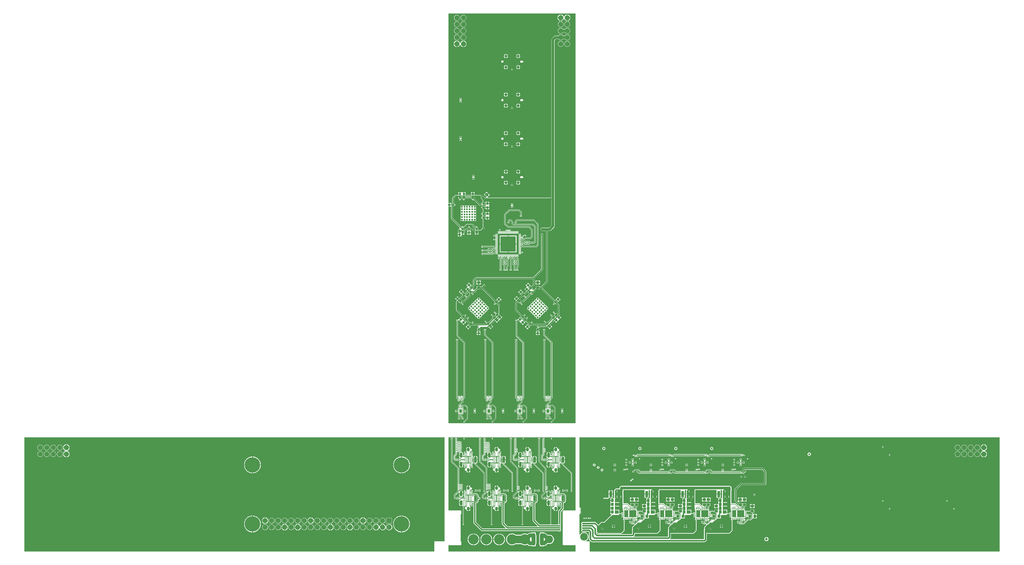
<source format=gbr>
%TF.GenerationSoftware,Altium Limited,Altium Designer,22.5.1 (42)*%
G04 Layer_Physical_Order=8*
G04 Layer_Color=65280*
%FSLAX26Y26*%
%MOIN*%
%TF.SameCoordinates,3C46EB80-FEDE-48F7-A63F-DE7BBD85CC47*%
%TF.FilePolarity,Positive*%
%TF.FileFunction,Copper,L8,Bot,Signal*%
%TF.Part,Single*%
G01*
G75*
%TA.AperFunction,Conductor*%
%ADD10C,0.007874*%
%ADD11C,0.005000*%
%TA.AperFunction,SMDPad,CuDef*%
%ADD13R,0.035433X0.033465*%
%ADD14R,0.023622X0.023622*%
%ADD15R,0.049213X0.039370*%
%ADD16R,0.023622X0.023622*%
%ADD19R,0.039370X0.070866*%
%ADD20R,0.043307X0.094488*%
%ADD21R,0.039370X0.049213*%
%ADD24R,0.007874X0.023622*%
%ADD25R,0.060236X0.107087*%
%ADD26R,0.107087X0.107087*%
%ADD27R,0.023622X0.009842*%
%ADD28R,0.023622X0.007874*%
G04:AMPARAMS|DCode=30|XSize=39.37mil|YSize=55.118mil|CornerRadius=0.984mil|HoleSize=0mil|Usage=FLASHONLY|Rotation=180.000|XOffset=0mil|YOffset=0mil|HoleType=Round|Shape=RoundedRectangle|*
%AMROUNDEDRECTD30*
21,1,0.039370,0.053150,0,0,180.0*
21,1,0.037402,0.055118,0,0,180.0*
1,1,0.001968,-0.018701,0.026575*
1,1,0.001968,0.018701,0.026575*
1,1,0.001968,0.018701,-0.026575*
1,1,0.001968,-0.018701,-0.026575*
%
%ADD30ROUNDEDRECTD30*%
G04:AMPARAMS|DCode=31|XSize=7.874mil|YSize=11.811mil|CornerRadius=0.984mil|HoleSize=0mil|Usage=FLASHONLY|Rotation=180.000|XOffset=0mil|YOffset=0mil|HoleType=Round|Shape=RoundedRectangle|*
%AMROUNDEDRECTD31*
21,1,0.007874,0.009843,0,0,180.0*
21,1,0.005906,0.011811,0,0,180.0*
1,1,0.001968,-0.002953,0.004921*
1,1,0.001968,0.002953,0.004921*
1,1,0.001968,0.002953,-0.004921*
1,1,0.001968,-0.002953,-0.004921*
%
%ADD31ROUNDEDRECTD31*%
G04:AMPARAMS|DCode=32|XSize=7.874mil|YSize=11.811mil|CornerRadius=0.984mil|HoleSize=0mil|Usage=FLASHONLY|Rotation=90.000|XOffset=0mil|YOffset=0mil|HoleType=Round|Shape=RoundedRectangle|*
%AMROUNDEDRECTD32*
21,1,0.007874,0.009843,0,0,90.0*
21,1,0.005906,0.011811,0,0,90.0*
1,1,0.001968,0.004921,0.002953*
1,1,0.001968,0.004921,-0.002953*
1,1,0.001968,-0.004921,-0.002953*
1,1,0.001968,-0.004921,0.002953*
%
%ADD32ROUNDEDRECTD32*%
%ADD34R,0.007874X0.018701*%
%ADD35R,0.033465X0.035433*%
G04:AMPARAMS|DCode=36|XSize=39.37mil|YSize=49.213mil|CornerRadius=0mil|HoleSize=0mil|Usage=FLASHONLY|Rotation=45.000|XOffset=0mil|YOffset=0mil|HoleType=Round|Shape=Rectangle|*
%AMROTATEDRECTD36*
4,1,4,0.003480,-0.031319,-0.031319,0.003480,-0.003480,0.031319,0.031319,-0.003480,0.003480,-0.031319,0.0*
%
%ADD36ROTATEDRECTD36*%

%ADD45R,0.027165X0.011024*%
%ADD46R,0.011024X0.027165*%
%TA.AperFunction,Conductor*%
%ADD50C,0.005906*%
%ADD51C,0.015748*%
%ADD52C,0.039370*%
%ADD53C,0.059055*%
%ADD54C,0.019685*%
%ADD55C,0.118110*%
%ADD60C,0.011811*%
%ADD62R,0.023622X0.010827*%
%ADD63R,0.010827X0.045276*%
%TA.AperFunction,ComponentPad*%
%ADD64C,0.078740*%
%ADD65R,0.078740X0.078740*%
%ADD66C,0.236220*%
%ADD67C,0.043307*%
G04:AMPARAMS|DCode=68|XSize=51.181mil|YSize=39.37mil|CornerRadius=9.842mil|HoleSize=0mil|Usage=FLASHONLY|Rotation=90.000|XOffset=0mil|YOffset=0mil|HoleType=Round|Shape=RoundedRectangle|*
%AMROUNDEDRECTD68*
21,1,0.051181,0.019685,0,0,90.0*
21,1,0.031496,0.039370,0,0,90.0*
1,1,0.019685,0.009843,0.015748*
1,1,0.019685,0.009843,-0.015748*
1,1,0.019685,-0.009843,-0.015748*
1,1,0.019685,-0.009843,0.015748*
%
%ADD68ROUNDEDRECTD68*%
G04:AMPARAMS|DCode=69|XSize=90.551mil|YSize=39.37mil|CornerRadius=9.842mil|HoleSize=0mil|Usage=FLASHONLY|Rotation=90.000|XOffset=0mil|YOffset=0mil|HoleType=Round|Shape=RoundedRectangle|*
%AMROUNDEDRECTD69*
21,1,0.090551,0.019685,0,0,90.0*
21,1,0.070866,0.039370,0,0,90.0*
1,1,0.019685,0.009843,0.035433*
1,1,0.019685,0.009843,-0.035433*
1,1,0.019685,-0.009843,-0.035433*
1,1,0.019685,-0.009843,0.035433*
%
%ADD69ROUNDEDRECTD69*%
G04:AMPARAMS|DCode=70|XSize=74.803mil|YSize=39.37mil|CornerRadius=9.842mil|HoleSize=0mil|Usage=FLASHONLY|Rotation=270.000|XOffset=0mil|YOffset=0mil|HoleType=Round|Shape=RoundedRectangle|*
%AMROUNDEDRECTD70*
21,1,0.074803,0.019685,0,0,270.0*
21,1,0.055118,0.039370,0,0,270.0*
1,1,0.019685,-0.009843,-0.027559*
1,1,0.019685,-0.009843,0.027559*
1,1,0.019685,0.009843,0.027559*
1,1,0.019685,0.009843,-0.027559*
%
%ADD70ROUNDEDRECTD70*%
%TA.AperFunction,ViaPad*%
%ADD71C,0.011811*%
%ADD72C,0.118110*%
%ADD73C,0.027559*%
%ADD74C,0.019685*%
%ADD76C,0.039370*%
%ADD77C,0.157480*%
%ADD78C,0.017716*%
%ADD79C,0.013780*%
%TA.AperFunction,Conductor*%
%ADD80C,0.023622*%
%ADD82C,0.007165*%
%TA.AperFunction,SMDPad,CuDef*%
G04:AMPARAMS|DCode=83|XSize=33.465mil|YSize=35.433mil|CornerRadius=0mil|HoleSize=0mil|Usage=FLASHONLY|Rotation=315.000|XOffset=0mil|YOffset=0mil|HoleType=Round|Shape=Rectangle|*
%AMROTATEDRECTD83*
4,1,4,-0.024359,-0.000696,0.000696,0.024359,0.024359,0.000696,-0.000696,-0.024359,-0.024359,-0.000696,0.0*
%
%ADD83ROTATEDRECTD83*%

G04:AMPARAMS|DCode=84|XSize=33.465mil|YSize=35.433mil|CornerRadius=0mil|HoleSize=0mil|Usage=FLASHONLY|Rotation=225.000|XOffset=0mil|YOffset=0mil|HoleType=Round|Shape=Rectangle|*
%AMROTATEDRECTD84*
4,1,4,-0.000696,0.024359,0.024359,-0.000696,0.000696,-0.024359,-0.024359,0.000696,-0.000696,0.024359,0.0*
%
%ADD84ROTATEDRECTD84*%

%ADD85R,0.236220X0.236220*%
%ADD86R,0.011811X0.011811*%
%ADD87R,0.045276X0.011024*%
G36*
X9044923Y5325156D02*
X7096810D01*
Y8643543D01*
X7105236D01*
Y8671260D01*
Y8698976D01*
X7096810D01*
Y11603978D01*
X9044923D01*
Y5325156D01*
D02*
G37*
G36*
Y3986573D02*
X8858269D01*
X8858096Y3986539D01*
X8857923Y3986567D01*
X8856319Y3986191D01*
X8854689Y3985924D01*
X8854688Y3985924D01*
X8854539Y3985831D01*
X8854368Y3985797D01*
X8854221Y3985699D01*
X8854049Y3985659D01*
X8852710Y3984697D01*
X8851308Y3983827D01*
X8851205Y3983684D01*
X8851060Y3983587D01*
X8851059Y3983586D01*
X8851059Y3983586D01*
X8850962Y3983441D01*
X8850818Y3983338D01*
X8849950Y3981937D01*
X8848986Y3980596D01*
X8848946Y3980424D01*
X8848848Y3980278D01*
X8848814Y3980106D01*
X8848722Y3979957D01*
X8848721Y3979956D01*
X8848455Y3978328D01*
X8848078Y3976723D01*
X8848107Y3976550D01*
X8848072Y3976376D01*
Y3503937D01*
Y3464568D01*
X8848107Y3464395D01*
X8848078Y3464222D01*
X8848454Y3462618D01*
X8848721Y3460988D01*
X8848722Y3460988D01*
X8848814Y3460839D01*
X8848848Y3460667D01*
X8848946Y3460520D01*
X8848987Y3460349D01*
X8849949Y3459009D01*
X8850818Y3457607D01*
X8850962Y3457504D01*
X8851059Y3457359D01*
X8851059Y3457358D01*
X8851060Y3457358D01*
X8851205Y3457261D01*
X8851308Y3457118D01*
X8852709Y3456249D01*
X8854049Y3455286D01*
X8854221Y3455245D01*
X8854368Y3455148D01*
X8854540Y3455113D01*
X8854689Y3455021D01*
X8854689Y3455021D01*
X8856318Y3454754D01*
X8857923Y3454378D01*
X8858096Y3454406D01*
X8858269Y3454372D01*
X9044923D01*
Y3356652D01*
X7096810D01*
Y3454372D01*
X7283463D01*
X7283637Y3454406D01*
X7283810Y3454378D01*
X7285414Y3454754D01*
X7287043Y3455021D01*
X7287044Y3455021D01*
X7287193Y3455113D01*
X7287365Y3455148D01*
X7287511Y3455245D01*
X7287683Y3455286D01*
X7289023Y3456248D01*
X7290425Y3457118D01*
X7290528Y3457261D01*
X7290673Y3457358D01*
X7290673Y3457358D01*
X7290674Y3457359D01*
X7290771Y3457504D01*
X7290914Y3457607D01*
X7291783Y3459008D01*
X7292746Y3460349D01*
X7292786Y3460521D01*
X7292884Y3460667D01*
X7292918Y3460839D01*
X7293011Y3460988D01*
X7293011Y3460988D01*
X7293278Y3462617D01*
X7293654Y3464222D01*
X7293626Y3464395D01*
X7293660Y3464568D01*
Y3503937D01*
X7292884Y3507839D01*
X7290674Y3511147D01*
X7287366Y3513357D01*
X7283464Y3514133D01*
Y3926812D01*
X7287366Y3927588D01*
X7290674Y3929798D01*
X7292884Y3933106D01*
X7293660Y3937008D01*
Y3976376D01*
X7293626Y3976550D01*
X7293654Y3976723D01*
X7293278Y3978327D01*
X7293011Y3979956D01*
X7293011Y3979957D01*
X7292918Y3980106D01*
X7292884Y3980278D01*
X7292786Y3980425D01*
X7292746Y3980596D01*
X7291783Y3981936D01*
X7290914Y3983338D01*
X7290771Y3983441D01*
X7290674Y3983586D01*
X7290673Y3983586D01*
X7290673Y3983587D01*
X7290528Y3983684D01*
X7290425Y3983827D01*
X7289023Y3984696D01*
X7287683Y3985659D01*
X7287511Y3985700D01*
X7287365Y3985797D01*
X7287193Y3985831D01*
X7287044Y3985924D01*
X7287043Y3985924D01*
X7285414Y3986191D01*
X7283810Y3986567D01*
X7283636Y3986539D01*
X7283463Y3986573D01*
X7096810D01*
Y5107915D01*
X9044923D01*
Y3986573D01*
D02*
G37*
G36*
X15540986Y3356653D02*
X9262164Y3356652D01*
Y3503935D01*
X9262129Y3504109D01*
X9262158Y3504282D01*
X9261782Y3505886D01*
X9261515Y3507515D01*
X9261514Y3507516D01*
X9261422Y3507665D01*
X9261388Y3507837D01*
X9261290Y3507984D01*
X9261250Y3508155D01*
X9260287Y3509495D01*
X9259418Y3510897D01*
X9259274Y3511000D01*
X9259178Y3511145D01*
X9259177Y3511145D01*
X9259176Y3511146D01*
X9259031Y3511243D01*
X9258929Y3511386D01*
X9257527Y3512255D01*
X9256187Y3513218D01*
X9256015Y3513259D01*
X9255869Y3513356D01*
X9255697Y3513390D01*
X9255548Y3513483D01*
X9255547Y3513483D01*
X9253918Y3513750D01*
X9252314Y3514126D01*
X9252140Y3514098D01*
X9251967Y3514132D01*
X9205994D01*
X9205000Y3519132D01*
X9206796Y3519876D01*
X9218403Y3527632D01*
X9228274Y3537503D01*
X9236029Y3549110D01*
X9241371Y3562006D01*
X9244094Y3575698D01*
Y3589657D01*
X9241371Y3603348D01*
X9236029Y3616245D01*
X9228274Y3627852D01*
X9218403Y3637722D01*
X9206796Y3645478D01*
X9193899Y3650820D01*
X9180208Y3653543D01*
X9166249D01*
X9152557Y3650820D01*
X9139661Y3645478D01*
X9128054Y3637722D01*
X9118183Y3627852D01*
X9110428Y3616245D01*
X9109684Y3614449D01*
X9104684Y3615444D01*
Y3924624D01*
X9109684Y3927965D01*
X9110157Y3927769D01*
Y3942913D01*
X9115157D01*
Y3947913D01*
X9130302D01*
X9128641Y3951923D01*
X9124167Y3956397D01*
X9125000Y3960641D01*
Y3964556D01*
X9123502Y3968174D01*
X9122440Y3969235D01*
X9121277Y3972441D01*
X9122440Y3975647D01*
X9123502Y3976708D01*
X9125000Y3980326D01*
Y3984241D01*
X9123502Y3987859D01*
X9122441Y3988920D01*
X9121277Y3992126D01*
X9122441Y3995332D01*
X9123502Y3996393D01*
X9125000Y4000011D01*
Y4003926D01*
X9123502Y4007544D01*
X9122441Y4008605D01*
X9121277Y4011811D01*
X9122441Y4015017D01*
X9123502Y4016078D01*
X9125000Y4019696D01*
Y4023611D01*
X9123502Y4027229D01*
X9120733Y4029997D01*
X9117115Y4031496D01*
X9113200D01*
X9109582Y4029997D01*
X9104684Y4032170D01*
X9104684Y5107915D01*
X15540986D01*
Y3356653D01*
D02*
G37*
G36*
X7037049Y3514132D02*
X6889765D01*
X6889592Y3514098D01*
X6889419Y3514126D01*
X6887815Y3513750D01*
X6886185Y3513483D01*
X6886185Y3513483D01*
X6886035Y3513390D01*
X6885864Y3513356D01*
X6885717Y3513258D01*
X6885546Y3513218D01*
X6884206Y3512256D01*
X6882804Y3511386D01*
X6882701Y3511243D01*
X6882556Y3511146D01*
X6882555Y3511145D01*
X6882555Y3511145D01*
X6882458Y3511000D01*
X6882315Y3510897D01*
X6881446Y3509496D01*
X6880483Y3508155D01*
X6880442Y3507983D01*
X6880345Y3507837D01*
X6880310Y3507665D01*
X6880218Y3507516D01*
X6880218Y3507515D01*
X6879951Y3505887D01*
X6879574Y3504282D01*
X6879603Y3504109D01*
X6879568Y3503935D01*
Y3356652D01*
X600747Y3356653D01*
Y5107915D01*
X7037049D01*
X7037049Y3514132D01*
D02*
G37*
%LPC*%
G36*
X8911141Y11587953D02*
X8909642D01*
X8897086Y11584588D01*
X8885828Y11578089D01*
X8876636Y11568897D01*
X8870136Y11557639D01*
X8868730Y11552391D01*
X8863553D01*
X8862147Y11557639D01*
X8855648Y11568897D01*
X8846456Y11578089D01*
X8835198Y11584588D01*
X8822641Y11587953D01*
X8821141D01*
Y11538583D01*
Y11489213D01*
X8822641D01*
X8835198Y11492577D01*
X8846456Y11499077D01*
X8855648Y11508269D01*
X8862147Y11519527D01*
X8863553Y11524774D01*
X8868730D01*
X8870136Y11519527D01*
X8876636Y11508269D01*
X8885828Y11499077D01*
X8897086Y11492577D01*
X8909642Y11489213D01*
X8911141D01*
Y11538583D01*
Y11587953D01*
D02*
G37*
G36*
X8922641D02*
X8921141D01*
Y11543583D01*
X8965512D01*
Y11545082D01*
X8962147Y11557639D01*
X8955648Y11568897D01*
X8946456Y11578089D01*
X8935198Y11584588D01*
X8922641Y11587953D01*
D02*
G37*
G36*
X8811141D02*
X8809642D01*
X8797086Y11584588D01*
X8785828Y11578089D01*
X8776636Y11568897D01*
X8770136Y11557639D01*
X8766772Y11545082D01*
Y11543583D01*
X8811141D01*
Y11587953D01*
D02*
G37*
G36*
X7331292Y11581890D02*
X7319889D01*
X7308875Y11578939D01*
X7298999Y11573237D01*
X7290936Y11565174D01*
X7285235Y11555299D01*
X7282283Y11544284D01*
Y11532881D01*
X7285235Y11521867D01*
X7290936Y11511992D01*
X7298999Y11503928D01*
X7308875Y11498227D01*
X7319889Y11495276D01*
X7331292D01*
X7342306Y11498227D01*
X7352182Y11503928D01*
X7360245Y11511992D01*
X7365946Y11521867D01*
X7368898Y11532881D01*
Y11544284D01*
X7365946Y11555299D01*
X7360245Y11565174D01*
X7352182Y11573237D01*
X7342306Y11578939D01*
X7331292Y11581890D01*
D02*
G37*
G36*
X7231292D02*
X7219889D01*
X7208875Y11578939D01*
X7198999Y11573237D01*
X7190936Y11565174D01*
X7185235Y11555299D01*
X7182283Y11544284D01*
Y11532881D01*
X7185235Y11521867D01*
X7190936Y11511992D01*
X7198999Y11503928D01*
X7208875Y11498227D01*
X7219889Y11495276D01*
X7231292D01*
X7242306Y11498227D01*
X7252182Y11503928D01*
X7260245Y11511992D01*
X7265946Y11521867D01*
X7268898Y11532881D01*
Y11544284D01*
X7265946Y11555299D01*
X7260245Y11565174D01*
X7252182Y11573237D01*
X7242306Y11578939D01*
X7231292Y11581890D01*
D02*
G37*
G36*
X8965512Y11533583D02*
X8921141D01*
Y11489213D01*
X8922641D01*
X8935198Y11492577D01*
X8946456Y11499077D01*
X8955648Y11508269D01*
X8962147Y11519527D01*
X8965512Y11532083D01*
Y11533583D01*
D02*
G37*
G36*
X8811141D02*
X8766772D01*
Y11532083D01*
X8770136Y11519527D01*
X8776636Y11508269D01*
X8785828Y11499077D01*
X8797086Y11492577D01*
X8809642Y11489213D01*
X8811141D01*
Y11533583D01*
D02*
G37*
G36*
X8921843Y11481890D02*
X8910440D01*
X8899426Y11478939D01*
X8889550Y11473237D01*
X8881487Y11465174D01*
X8875786Y11455299D01*
X8872835Y11444284D01*
Y11432881D01*
X8875786Y11421867D01*
X8881487Y11411992D01*
X8889550Y11403928D01*
X8899426Y11398227D01*
X8910440Y11395276D01*
X8921843D01*
X8932858Y11398227D01*
X8942733Y11403928D01*
X8950796Y11411992D01*
X8956497Y11421867D01*
X8959449Y11432881D01*
Y11444284D01*
X8956497Y11455299D01*
X8950796Y11465174D01*
X8942733Y11473237D01*
X8932858Y11478939D01*
X8921843Y11481890D01*
D02*
G37*
G36*
X8821843D02*
X8810440D01*
X8799426Y11478939D01*
X8789550Y11473237D01*
X8781487Y11465174D01*
X8775786Y11455299D01*
X8772835Y11444284D01*
Y11432881D01*
X8775786Y11421867D01*
X8781487Y11411992D01*
X8789550Y11403928D01*
X8799426Y11398227D01*
X8810440Y11395276D01*
X8821843D01*
X8832858Y11398227D01*
X8842733Y11403928D01*
X8850796Y11411992D01*
X8856497Y11421867D01*
X8859449Y11432881D01*
Y11444284D01*
X8856497Y11455299D01*
X8850796Y11465174D01*
X8842733Y11473237D01*
X8832858Y11478939D01*
X8821843Y11481890D01*
D02*
G37*
G36*
X7331292D02*
X7319889D01*
X7308875Y11478939D01*
X7298999Y11473237D01*
X7290936Y11465174D01*
X7285235Y11455299D01*
X7282283Y11444284D01*
Y11432881D01*
X7285235Y11421867D01*
X7290936Y11411992D01*
X7298999Y11403928D01*
X7308875Y11398227D01*
X7319889Y11395276D01*
X7331292D01*
X7342306Y11398227D01*
X7352182Y11403928D01*
X7360245Y11411992D01*
X7365946Y11421867D01*
X7368898Y11432881D01*
Y11444284D01*
X7365946Y11455299D01*
X7360245Y11465174D01*
X7352182Y11473237D01*
X7342306Y11478939D01*
X7331292Y11481890D01*
D02*
G37*
G36*
X7231292D02*
X7219889D01*
X7208875Y11478939D01*
X7198999Y11473237D01*
X7190936Y11465174D01*
X7185235Y11455299D01*
X7182283Y11444284D01*
Y11432881D01*
X7185235Y11421867D01*
X7190936Y11411992D01*
X7198999Y11403928D01*
X7208875Y11398227D01*
X7219889Y11395276D01*
X7231292D01*
X7242306Y11398227D01*
X7252182Y11403928D01*
X7260245Y11411992D01*
X7265946Y11421867D01*
X7268898Y11432881D01*
Y11444284D01*
X7265946Y11455299D01*
X7260245Y11465174D01*
X7252182Y11473237D01*
X7242306Y11478939D01*
X7231292Y11481890D01*
D02*
G37*
G36*
X8921843Y11381890D02*
X8910440D01*
X8899426Y11378939D01*
X8889550Y11373237D01*
X8881487Y11365174D01*
X8880040Y11362667D01*
X8852243D01*
X8850796Y11365174D01*
X8842733Y11373237D01*
X8832858Y11378939D01*
X8821843Y11381890D01*
X8810440D01*
X8799426Y11378939D01*
X8789550Y11373237D01*
X8781487Y11365174D01*
X8775786Y11355299D01*
X8772835Y11344284D01*
Y11332881D01*
X8775786Y11321867D01*
X8781487Y11311992D01*
X8789550Y11303928D01*
X8799426Y11298227D01*
X8810440Y11295276D01*
X8821843D01*
X8832858Y11298227D01*
X8842733Y11303928D01*
X8850796Y11311992D01*
X8852243Y11314498D01*
X8880040D01*
X8881487Y11311992D01*
X8889550Y11303928D01*
X8899426Y11298227D01*
X8910440Y11295276D01*
X8921843D01*
X8932858Y11298227D01*
X8942733Y11303928D01*
X8950796Y11311992D01*
X8956497Y11321867D01*
X8959449Y11332881D01*
Y11344284D01*
X8956497Y11355299D01*
X8950796Y11365174D01*
X8942733Y11373237D01*
X8932858Y11378939D01*
X8921843Y11381890D01*
D02*
G37*
G36*
X7331292D02*
X7319889D01*
X7308875Y11378939D01*
X7298999Y11373237D01*
X7290936Y11365174D01*
X7285235Y11355299D01*
X7282283Y11344284D01*
Y11332881D01*
X7285235Y11321867D01*
X7290936Y11311992D01*
X7298999Y11303928D01*
X7308875Y11298227D01*
X7319889Y11295276D01*
X7331292D01*
X7342306Y11298227D01*
X7352182Y11303928D01*
X7360245Y11311992D01*
X7365946Y11321867D01*
X7368898Y11332881D01*
Y11344284D01*
X7365946Y11355299D01*
X7360245Y11365174D01*
X7352182Y11373237D01*
X7342306Y11378939D01*
X7331292Y11381890D01*
D02*
G37*
G36*
X7231292D02*
X7219889D01*
X7208875Y11378939D01*
X7198999Y11373237D01*
X7190936Y11365174D01*
X7185235Y11355299D01*
X7182283Y11344284D01*
Y11332881D01*
X7185235Y11321867D01*
X7190936Y11311992D01*
X7198999Y11303928D01*
X7208875Y11298227D01*
X7219889Y11295276D01*
X7231292D01*
X7242306Y11298227D01*
X7252182Y11303928D01*
X7260245Y11311992D01*
X7265946Y11321867D01*
X7268898Y11332881D01*
Y11344284D01*
X7265946Y11355299D01*
X7260245Y11365174D01*
X7252182Y11373237D01*
X7242306Y11378939D01*
X7231292Y11381890D01*
D02*
G37*
G36*
X8921843Y11281890D02*
X8910440D01*
X8899426Y11278939D01*
X8889550Y11273237D01*
X8881487Y11265174D01*
X8880040Y11262667D01*
X8852243D01*
X8850796Y11265174D01*
X8842733Y11273237D01*
X8832858Y11278939D01*
X8821843Y11281890D01*
X8810440D01*
X8799426Y11278939D01*
X8789550Y11273237D01*
X8781487Y11265174D01*
X8780040Y11262667D01*
X8734646D01*
X8725429Y11260834D01*
X8717615Y11255613D01*
X8681788Y11219786D01*
X8676567Y11211973D01*
X8674734Y11202756D01*
Y8779936D01*
X7694216D01*
X7692145Y8784936D01*
X7706254Y8799046D01*
X7685319Y8819980D01*
X7667864Y8802526D01*
X7685453Y8784936D01*
X7683382Y8779936D01*
X7654485D01*
X7626162Y8808260D01*
X7617974Y8800072D01*
X7601459Y8816586D01*
X7597553Y8819197D01*
X7592944Y8820113D01*
X7592944Y8820113D01*
X7498189D01*
Y8831615D01*
X7470472D01*
X7442756D01*
Y8820113D01*
X7360394D01*
Y8831615D01*
X7332677D01*
Y8836615D01*
X7327677D01*
Y8863346D01*
X7304961D01*
Y8863347D01*
X7301338D01*
Y8863346D01*
X7278623D01*
Y8836614D01*
X7273623D01*
Y8831614D01*
X7245905D01*
Y8820113D01*
X7204724D01*
X7200116Y8819197D01*
X7196209Y8816586D01*
X7196209Y8816586D01*
X7158807Y8779185D01*
X7156197Y8775278D01*
X7155280Y8770669D01*
X7155280Y8770669D01*
Y8692913D01*
X7146654D01*
Y8666637D01*
X7142075Y8662059D01*
X7141968Y8661899D01*
X7136968Y8663415D01*
Y8666260D01*
X7115236D01*
Y8643543D01*
X7136968Y8643543D01*
X7138548Y8639198D01*
Y8460630D01*
X7138548Y8460630D01*
X7139465Y8456021D01*
X7142075Y8452114D01*
X7272690Y8321499D01*
X7271202Y8318150D01*
X7270190Y8316929D01*
X7266743D01*
X7263126Y8315431D01*
X7260357Y8312662D01*
X7258858Y8309044D01*
Y8305129D01*
X7260357Y8301511D01*
X7260672Y8301196D01*
Y8290354D01*
X7247047D01*
Y8249016D01*
X7285276D01*
Y8239331D01*
X7273701D01*
Y8212598D01*
Y8185866D01*
X7296417D01*
Y8215394D01*
X7307992D01*
Y8242126D01*
X7312992D01*
Y8247126D01*
X7340709D01*
Y8258627D01*
X7352362D01*
X7352362Y8258627D01*
X7356971Y8259544D01*
X7360877Y8262154D01*
X7384764Y8286040D01*
X7389764Y8284442D01*
Y8278543D01*
X7433071D01*
Y8287170D01*
X7465484D01*
X7489516Y8263138D01*
X7489516Y8263138D01*
X7493423Y8260528D01*
X7498032Y8259611D01*
X7501811Y8256580D01*
Y8248111D01*
X7529528D01*
X7557244D01*
Y8259611D01*
X7592519D01*
X7592520Y8259611D01*
X7597128Y8260528D01*
X7601035Y8263138D01*
X7635141Y8297244D01*
X7639351D01*
X7645862Y8299941D01*
X7650846Y8304925D01*
X7653543Y8311437D01*
Y8318485D01*
X7650846Y8324996D01*
X7647869Y8327973D01*
Y8452756D01*
X7656496D01*
Y8496063D01*
X7647869D01*
Y8511811D01*
X7656496D01*
Y8555118D01*
X7648361D01*
Y8610236D01*
X7657480D01*
Y8653543D01*
X7633172D01*
X7622044Y8664672D01*
X7623957Y8669291D01*
X7657480D01*
Y8712598D01*
X7645164D01*
Y8746530D01*
X7654485Y8755852D01*
X8674734D01*
Y8355449D01*
X8638646Y8319360D01*
X8530512D01*
X8521295Y8317527D01*
X8513481Y8312306D01*
X8508260Y8304493D01*
X8506427Y8295276D01*
X8508260Y8286059D01*
X8513481Y8278245D01*
X8521295Y8273024D01*
X8530512Y8271191D01*
X8592288D01*
Y7496142D01*
X8509764Y7413617D01*
X8493110D01*
Y7425197D01*
X8436024D01*
Y7394983D01*
X8407559Y7366519D01*
X8405660Y7366745D01*
X8402127Y7368158D01*
X8401061Y7370733D01*
X8398292Y7373502D01*
X8394675Y7375000D01*
X8394228D01*
X8379551Y7389678D01*
X8387708Y7397836D01*
X8381608Y7403936D01*
X8410090Y7432417D01*
X8410090Y7432417D01*
X8412701Y7436324D01*
X8413617Y7440933D01*
X8413617Y7440933D01*
Y7543240D01*
X8539027Y7668650D01*
X8539027Y7668650D01*
X8541638Y7672557D01*
X8542554Y7677165D01*
X8542554Y7677166D01*
Y8201554D01*
X8545531Y8204531D01*
X8548228Y8211043D01*
Y8218091D01*
X8545531Y8224603D01*
X8540547Y8229586D01*
X8534036Y8232283D01*
X8526988D01*
X8520476Y8229586D01*
X8515493Y8224603D01*
X8512795Y8218091D01*
Y8211043D01*
X8515493Y8204531D01*
X8518469Y8201554D01*
Y7682154D01*
X8395602Y7559287D01*
X7514764D01*
X7514764Y7559287D01*
X7510155Y7558370D01*
X7506248Y7555759D01*
X7506248Y7555759D01*
X7478689Y7528200D01*
X7476079Y7524293D01*
X7475162Y7519685D01*
X7475162Y7519685D01*
Y7441000D01*
X7458082Y7423919D01*
X7451981Y7430019D01*
X7421359Y7399396D01*
X7429421Y7391334D01*
X7424469Y7386382D01*
X7412818Y7398033D01*
X7410223Y7401958D01*
X7426287Y7418021D01*
X7407384Y7436924D01*
X7388481Y7455826D01*
X7372418Y7439763D01*
X7391304Y7420877D01*
X7393899Y7416952D01*
X7377836Y7400889D01*
X7396738Y7381987D01*
X7393202Y7378452D01*
X7396738Y7374916D01*
X7377139Y7355317D01*
X7385272Y7347185D01*
X7350300Y7312212D01*
X7333871Y7328641D01*
X7303249Y7298019D01*
X7313772Y7287495D01*
X7266989Y7240712D01*
X7258856Y7248844D01*
X7239258Y7229246D01*
X7219659Y7209647D01*
X7227792Y7201515D01*
X7217863Y7191586D01*
X7215252Y7187679D01*
X7214336Y7183071D01*
X7214336Y7183070D01*
Y7054146D01*
X7214336Y7054146D01*
X7215252Y7049538D01*
X7217863Y7045631D01*
X7303443Y6960050D01*
X7297343Y6953950D01*
X7327966Y6923327D01*
X7333574Y6928935D01*
X7345274Y6917235D01*
X7338682Y6910643D01*
X7369304Y6880020D01*
X7376143Y6886859D01*
X7414910Y6848091D01*
X7409548Y6842730D01*
X7440170Y6812107D01*
X7451079Y6823016D01*
X7453587Y6821341D01*
X7458195Y6820424D01*
X7458195Y6820424D01*
X7550714D01*
X7552334Y6815424D01*
X7550711Y6813801D01*
X7549213Y6810184D01*
Y6806268D01*
X7550711Y6802650D01*
X7551027Y6802335D01*
Y6781496D01*
X7537402D01*
Y6740158D01*
X7580709D01*
Y6764465D01*
X7598492Y6782249D01*
X7690944D01*
X7690945Y6782249D01*
X7695553Y6783166D01*
X7699460Y6785776D01*
X7711358Y6797674D01*
X7719490Y6789541D01*
X7739089Y6809140D01*
X7758687Y6828738D01*
X7750555Y6836871D01*
X7808799Y6895115D01*
X7816931Y6886982D01*
X7836530Y6906580D01*
X7856128Y6926179D01*
X7847996Y6934312D01*
X7852106Y6938422D01*
X7860238Y6930289D01*
X7879837Y6949887D01*
X7899435Y6969486D01*
X7890733Y6978189D01*
X7891047Y6978659D01*
X7891964Y6983268D01*
Y7130893D01*
X7891964Y7130893D01*
X7891047Y7135502D01*
X7888437Y7139409D01*
X7854037Y7173808D01*
X7860137Y7179908D01*
X7829515Y7210531D01*
X7823414Y7204431D01*
X7626270Y7401575D01*
X7642019Y7417323D01*
X7646240D01*
X7652752Y7420020D01*
X7657736Y7425004D01*
X7660433Y7431515D01*
Y7438563D01*
X7657736Y7445075D01*
X7652752Y7450059D01*
X7646240Y7452756D01*
X7639193D01*
X7632681Y7450059D01*
X7627697Y7445075D01*
X7625000Y7438563D01*
Y7434365D01*
X7604252Y7413617D01*
X7587598D01*
Y7425197D01*
X7530512D01*
Y7394983D01*
X7502047Y7366519D01*
X7500148Y7366745D01*
X7496615Y7368158D01*
X7495549Y7370733D01*
X7492780Y7373502D01*
X7489163Y7375000D01*
X7488716D01*
X7472070Y7391646D01*
X7481212Y7400788D01*
X7475112Y7406888D01*
X7495720Y7427496D01*
X7495720Y7427496D01*
X7498330Y7431403D01*
X7499247Y7436011D01*
X7499247Y7436012D01*
Y7514697D01*
X7519752Y7535202D01*
X8389532D01*
Y7445921D01*
X8364578Y7420966D01*
X8358478Y7427066D01*
X8327855Y7396444D01*
X8333949Y7390350D01*
X8329981Y7386381D01*
X8317038Y7399324D01*
X8332782Y7415067D01*
X8313879Y7433970D01*
X8294977Y7452873D01*
X8278914Y7436810D01*
X8299091Y7416633D01*
X8283348Y7400889D01*
X8302250Y7381987D01*
X8298715Y7378451D01*
X8302250Y7374916D01*
X8282651Y7355317D01*
X8290784Y7347184D01*
X8255812Y7312212D01*
X8243320Y7324704D01*
X8212697Y7294082D01*
X8219284Y7287495D01*
X8172501Y7240712D01*
X8164368Y7248844D01*
X8144770Y7229246D01*
X8125172Y7209647D01*
X8133303Y7201515D01*
X8123375Y7191587D01*
X8120764Y7187680D01*
X8119848Y7183071D01*
X8119848Y7183071D01*
Y7054147D01*
X8119848Y7054146D01*
X8120764Y7049538D01*
X8123375Y7045631D01*
X8209447Y6959558D01*
X8203839Y6953950D01*
X8234462Y6923327D01*
X8239578Y6928443D01*
X8250786Y6917235D01*
X8245178Y6911627D01*
X8275800Y6881005D01*
X8281655Y6886859D01*
X8320914Y6847600D01*
X8317028Y6843714D01*
X8347651Y6813091D01*
X8360345Y6825785D01*
X8362262Y6824504D01*
X8366870Y6823587D01*
X8366871Y6823587D01*
X8584901D01*
X8584901Y6823587D01*
X8589510Y6824504D01*
X8593416Y6827115D01*
X8596003D01*
X8604126Y6818991D01*
X8591469Y6806334D01*
X8499016D01*
X8494407Y6805417D01*
X8490501Y6802807D01*
X8490501Y6802806D01*
X8477215Y6789521D01*
X8472595Y6791434D01*
Y6802335D01*
X8472911Y6802651D01*
X8474410Y6806268D01*
Y6810184D01*
X8472911Y6813801D01*
X8470142Y6816570D01*
X8466525Y6818068D01*
X8462609D01*
X8458992Y6816570D01*
X8456223Y6813801D01*
X8454724Y6810184D01*
Y6806268D01*
X8456223Y6802650D01*
X8456539Y6802335D01*
Y6781496D01*
X8442913D01*
Y6740158D01*
X8486220D01*
Y6764465D01*
X8504004Y6782249D01*
X8596456D01*
X8596457Y6782249D01*
X8601065Y6783166D01*
X8604972Y6785776D01*
X8616870Y6797674D01*
X8625002Y6789541D01*
X8644601Y6809140D01*
X8664199Y6828738D01*
X8656067Y6836871D01*
X8714310Y6895114D01*
X8722443Y6886982D01*
X8742041Y6906581D01*
X8745577Y6903045D01*
X8749113Y6906581D01*
X8768015Y6887678D01*
X8784078Y6903741D01*
X8786220Y6905883D01*
X8802282Y6921945D01*
X8783380Y6940848D01*
X8786915Y6944384D01*
X8783380Y6947919D01*
X8802978Y6967518D01*
X8794668Y6975829D01*
X8796559Y6978660D01*
X8797476Y6983268D01*
Y7130893D01*
X8797476Y7130894D01*
X8796559Y7135502D01*
X8793949Y7139409D01*
X8759549Y7173808D01*
X8765649Y7179908D01*
X8735026Y7210531D01*
X8728926Y7204431D01*
X8531783Y7401575D01*
X8612846Y7482638D01*
X8615456Y7486545D01*
X8616373Y7491154D01*
Y8271191D01*
X8648622D01*
X8657839Y8273024D01*
X8665653Y8278245D01*
X8715849Y8328442D01*
X8721070Y8336256D01*
X8722904Y8345472D01*
Y8767894D01*
Y11192780D01*
X8744622Y11214498D01*
X8780040D01*
X8781487Y11211992D01*
X8789550Y11203928D01*
X8799426Y11198227D01*
X8810440Y11195276D01*
X8821843D01*
X8832858Y11198227D01*
X8842733Y11203928D01*
X8850796Y11211992D01*
X8852243Y11214498D01*
X8880040D01*
X8881487Y11211992D01*
X8889550Y11203928D01*
X8899426Y11198227D01*
X8910440Y11195276D01*
X8921843D01*
X8932858Y11198227D01*
X8942733Y11203928D01*
X8950796Y11211992D01*
X8956497Y11221867D01*
X8959449Y11232881D01*
Y11244284D01*
X8956497Y11255299D01*
X8950796Y11265174D01*
X8942733Y11273237D01*
X8932858Y11278939D01*
X8921843Y11281890D01*
D02*
G37*
G36*
X7331292D02*
X7319889D01*
X7308875Y11278939D01*
X7298999Y11273237D01*
X7290936Y11265174D01*
X7285235Y11255299D01*
X7282283Y11244284D01*
Y11232881D01*
X7285235Y11221867D01*
X7290936Y11211992D01*
X7298999Y11203928D01*
X7308875Y11198227D01*
X7319889Y11195276D01*
X7331292D01*
X7342306Y11198227D01*
X7352182Y11203928D01*
X7360245Y11211992D01*
X7365946Y11221867D01*
X7368898Y11232881D01*
Y11244284D01*
X7365946Y11255299D01*
X7360245Y11265174D01*
X7352182Y11273237D01*
X7342306Y11278939D01*
X7331292Y11281890D01*
D02*
G37*
G36*
X7231292D02*
X7219889D01*
X7208875Y11278939D01*
X7198999Y11273237D01*
X7190936Y11265174D01*
X7185235Y11255299D01*
X7182283Y11244284D01*
Y11232881D01*
X7185235Y11221867D01*
X7190936Y11211992D01*
X7198999Y11203928D01*
X7208875Y11198227D01*
X7219889Y11195276D01*
X7231292D01*
X7242306Y11198227D01*
X7252182Y11203928D01*
X7260245Y11211992D01*
X7265946Y11221867D01*
X7268898Y11232881D01*
Y11244284D01*
X7265946Y11255299D01*
X7260245Y11265174D01*
X7252182Y11273237D01*
X7242306Y11278939D01*
X7231292Y11281890D01*
D02*
G37*
G36*
X7320591Y11187953D02*
X7319091D01*
X7306534Y11184588D01*
X7295277Y11178089D01*
X7286085Y11168897D01*
X7279585Y11157639D01*
X7278179Y11152391D01*
X7273002D01*
X7271596Y11157639D01*
X7265096Y11168897D01*
X7255904Y11178089D01*
X7244647Y11184588D01*
X7232090Y11187953D01*
X7230591D01*
Y11138582D01*
X7225591D01*
D01*
X7230591D01*
Y11089213D01*
X7232090D01*
X7244647Y11092577D01*
X7255904Y11099077D01*
X7265096Y11108269D01*
X7271596Y11119527D01*
X7273002Y11124774D01*
X7278179D01*
X7279585Y11119527D01*
X7286085Y11108269D01*
X7295277Y11099077D01*
X7306534Y11092577D01*
X7319091Y11089213D01*
X7320591D01*
Y11138582D01*
X7325591D01*
D01*
X7320591D01*
Y11187953D01*
D02*
G37*
G36*
X7332090D02*
X7330591D01*
Y11143582D01*
X7374961D01*
Y11145082D01*
X7371596Y11157639D01*
X7365096Y11168897D01*
X7355904Y11178089D01*
X7344647Y11184588D01*
X7332090Y11187953D01*
D02*
G37*
G36*
X7220591D02*
X7219091D01*
X7206534Y11184588D01*
X7195277Y11178089D01*
X7186085Y11168897D01*
X7179585Y11157639D01*
X7176221Y11145082D01*
Y11143582D01*
X7220591D01*
Y11187953D01*
D02*
G37*
G36*
X8921843Y11181890D02*
X8910440D01*
X8899426Y11178939D01*
X8889550Y11173237D01*
X8881487Y11165174D01*
X8875786Y11155299D01*
X8872835Y11144284D01*
Y11132881D01*
X8875786Y11121867D01*
X8881487Y11111992D01*
X8889550Y11103928D01*
X8899426Y11098227D01*
X8910440Y11095276D01*
X8921843D01*
X8932858Y11098227D01*
X8942733Y11103928D01*
X8950796Y11111992D01*
X8956497Y11121867D01*
X8959449Y11132881D01*
Y11144284D01*
X8956497Y11155299D01*
X8950796Y11165174D01*
X8942733Y11173237D01*
X8932858Y11178939D01*
X8921843Y11181890D01*
D02*
G37*
G36*
X8821843D02*
X8810440D01*
X8799426Y11178939D01*
X8789550Y11173237D01*
X8781487Y11165174D01*
X8775786Y11155299D01*
X8772835Y11144284D01*
Y11132881D01*
X8775786Y11121867D01*
X8781487Y11111992D01*
X8789550Y11103928D01*
X8799426Y11098227D01*
X8810440Y11095276D01*
X8821843D01*
X8832858Y11098227D01*
X8842733Y11103928D01*
X8850796Y11111992D01*
X8856497Y11121867D01*
X8859449Y11132881D01*
Y11144284D01*
X8856497Y11155299D01*
X8850796Y11165174D01*
X8842733Y11173237D01*
X8832858Y11178939D01*
X8821843Y11181890D01*
D02*
G37*
G36*
X7374961Y11133582D02*
X7330591D01*
Y11089213D01*
X7332090D01*
X7344647Y11092577D01*
X7355904Y11099077D01*
X7365096Y11108269D01*
X7371596Y11119527D01*
X7374961Y11132083D01*
Y11133582D01*
D02*
G37*
G36*
X7220591D02*
X7176221D01*
Y11132083D01*
X7179585Y11119527D01*
X7186085Y11108269D01*
X7195277Y11099077D01*
X7206534Y11092577D01*
X7219091Y11089213D01*
X7220591D01*
Y11133582D01*
D02*
G37*
G36*
X8170355Y10982218D02*
Y10955787D01*
X8196785D01*
X8194851Y10963005D01*
X8190683Y10970223D01*
X8184790Y10976117D01*
X8177572Y10980284D01*
X8170355Y10982218D01*
D02*
G37*
G36*
X7981377Y10982218D02*
Y10955787D01*
X8007808D01*
X8005874Y10963005D01*
X8001707Y10970223D01*
X7995814Y10976117D01*
X7988596Y10980284D01*
X7981377Y10982218D01*
D02*
G37*
G36*
X7971377Y10982218D02*
X7964160Y10980284D01*
X7956942Y10976117D01*
X7951049Y10970223D01*
X7946882Y10963005D01*
X7944947Y10955787D01*
X7971377D01*
Y10982218D01*
D02*
G37*
G36*
X8160355Y10982218D02*
X8153136Y10980284D01*
X8145919Y10976117D01*
X8140025Y10970223D01*
X8135858Y10963005D01*
X8133924Y10955787D01*
X8160355D01*
Y10982218D01*
D02*
G37*
G36*
X7971377Y10945787D02*
X7944948D01*
X7946882Y10938570D01*
X7951049Y10931352D01*
X7956942Y10925458D01*
X7964160Y10921291D01*
X7971377Y10919357D01*
Y10945787D01*
D02*
G37*
G36*
X8196785D02*
X8170355D01*
Y10919357D01*
X8177572Y10921291D01*
X8184790Y10925458D01*
X8190683Y10931352D01*
X8194851Y10938570D01*
X8196785Y10945787D01*
D02*
G37*
G36*
X8160355D02*
X8133924D01*
X8135858Y10938570D01*
X8140025Y10931352D01*
X8145919Y10925458D01*
X8153136Y10921291D01*
X8160355Y10919357D01*
Y10945787D01*
D02*
G37*
G36*
X8007808D02*
X7981377D01*
Y10919357D01*
X7988596Y10921291D01*
X7995814Y10925458D01*
X8001707Y10931352D01*
X8005874Y10938570D01*
X8007808Y10945787D01*
D02*
G37*
G36*
X8226772Y10881797D02*
X8210236D01*
X8204245Y10880605D01*
X8199166Y10877211D01*
X8195773Y10872133D01*
X8194581Y10866142D01*
X8195773Y10860151D01*
X8199166Y10855072D01*
X8204245Y10851678D01*
X8210236Y10850487D01*
X8226772D01*
X8232763Y10851678D01*
X8237841Y10855072D01*
X8241235Y10860151D01*
X8242427Y10866142D01*
X8241235Y10872133D01*
X8237841Y10877211D01*
X8232763Y10880605D01*
X8226772Y10881797D01*
D02*
G37*
G36*
X7926596Y10883071D02*
X7919861D01*
X7913639Y10880494D01*
X7908877Y10875731D01*
X7906299Y10869509D01*
Y10862774D01*
X7908877Y10856552D01*
X7913639Y10851790D01*
X7919861Y10849213D01*
X7926596D01*
X7932818Y10851790D01*
X7937580Y10856552D01*
X7940157Y10862774D01*
Y10869509D01*
X7937580Y10875731D01*
X7932818Y10880494D01*
X7926596Y10883071D01*
D02*
G37*
G36*
X8170355Y10812926D02*
Y10786496D01*
X8196785D01*
X8194851Y10793714D01*
X8190683Y10800932D01*
X8184790Y10806825D01*
X8177572Y10810992D01*
X8170355Y10812926D01*
D02*
G37*
G36*
X7981377Y10812926D02*
Y10786496D01*
X8007808D01*
X8005874Y10793714D01*
X8001707Y10800932D01*
X7995814Y10806825D01*
X7988596Y10810992D01*
X7981377Y10812926D01*
D02*
G37*
G36*
X7971377Y10812926D02*
X7964160Y10810992D01*
X7956942Y10806825D01*
X7951049Y10800932D01*
X7946882Y10793714D01*
X7944948Y10786496D01*
X7971377D01*
Y10812926D01*
D02*
G37*
G36*
X8160355Y10812926D02*
X8153136Y10810992D01*
X8145919Y10806825D01*
X8140025Y10800932D01*
X8135858Y10793714D01*
X8133924Y10786496D01*
X8160355D01*
Y10812926D01*
D02*
G37*
G36*
X8075866Y10763176D02*
Y10753031D01*
X8086011D01*
X8084350Y10757041D01*
X8079876Y10761515D01*
X8075866Y10763176D01*
D02*
G37*
G36*
X8065866D02*
X8061856Y10761515D01*
X8057382Y10757041D01*
X8055721Y10753031D01*
X8065866D01*
Y10763176D01*
D02*
G37*
G36*
X7971377Y10776496D02*
X7944948D01*
X7946882Y10769278D01*
X7951049Y10762060D01*
X7956942Y10756167D01*
X7964160Y10752000D01*
X7971377Y10750066D01*
Y10776496D01*
D02*
G37*
G36*
X8196785D02*
X8170355D01*
Y10750066D01*
X8177572Y10752000D01*
X8184790Y10756167D01*
X8190683Y10762060D01*
X8194851Y10769278D01*
X8196785Y10776496D01*
D02*
G37*
G36*
X8160355D02*
X8133924D01*
X8135858Y10769278D01*
X8140025Y10762060D01*
X8145919Y10756167D01*
X8153136Y10752000D01*
X8160355Y10750066D01*
Y10776496D01*
D02*
G37*
G36*
X8007808D02*
X7981377D01*
Y10750066D01*
X7988596Y10752000D01*
X7995814Y10756167D01*
X8001707Y10762060D01*
X8005874Y10769278D01*
X8007808Y10776496D01*
D02*
G37*
G36*
X8086011Y10743031D02*
X8075866D01*
Y10732887D01*
X8079876Y10734548D01*
X8084350Y10739022D01*
X8086011Y10743031D01*
D02*
G37*
G36*
X8065866D02*
X8055721D01*
X8057382Y10739022D01*
X8061856Y10734548D01*
X8065866Y10732887D01*
Y10743031D01*
D02*
G37*
G36*
X8170355Y10391667D02*
Y10365236D01*
X8196785D01*
X8194851Y10372454D01*
X8190683Y10379672D01*
X8184790Y10385565D01*
X8177572Y10389733D01*
X8170355Y10391667D01*
D02*
G37*
G36*
X7981377Y10391667D02*
Y10365236D01*
X8007808D01*
X8005874Y10372454D01*
X8001707Y10379672D01*
X7995814Y10385565D01*
X7988596Y10389733D01*
X7981377Y10391667D01*
D02*
G37*
G36*
X7971377Y10391666D02*
X7964160Y10389733D01*
X7956942Y10385565D01*
X7951049Y10379672D01*
X7946882Y10372454D01*
X7944947Y10365236D01*
X7971377D01*
Y10391666D01*
D02*
G37*
G36*
X8160355Y10391667D02*
X8153136Y10389733D01*
X8145919Y10385565D01*
X8140025Y10379672D01*
X8135858Y10372454D01*
X8133924Y10365236D01*
X8160355D01*
Y10391667D01*
D02*
G37*
G36*
X7971377Y10355236D02*
X7944948D01*
X7946882Y10348019D01*
X7951049Y10340801D01*
X7956942Y10334907D01*
X7964160Y10330740D01*
X7971377Y10328806D01*
Y10355236D01*
D02*
G37*
G36*
X8196784D02*
X8170355D01*
Y10328806D01*
X8177572Y10330740D01*
X8184790Y10334907D01*
X8190683Y10340801D01*
X8194851Y10348019D01*
X8196784Y10355236D01*
D02*
G37*
G36*
X8160355D02*
X8133924D01*
X8135858Y10348019D01*
X8140025Y10340801D01*
X8145919Y10334907D01*
X8153136Y10330740D01*
X8160355Y10328806D01*
Y10355236D01*
D02*
G37*
G36*
X8007808D02*
X7981377D01*
Y10328806D01*
X7988596Y10330740D01*
X7995814Y10334907D01*
X8001707Y10340801D01*
X8005874Y10348019D01*
X8007808Y10355236D01*
D02*
G37*
G36*
X7288465Y10311648D02*
Y10298307D01*
X7301806D01*
X7299452Y10303989D01*
X7294147Y10309294D01*
X7288465Y10311648D01*
D02*
G37*
G36*
X7278465D02*
X7272782Y10309294D01*
X7267477Y10303989D01*
X7265124Y10298307D01*
X7278465D01*
Y10311648D01*
D02*
G37*
G36*
X7301806Y10288307D02*
X7265124D01*
X7267477Y10282625D01*
X7271401Y10278701D01*
X7272289Y10275591D01*
X7271401Y10272480D01*
X7267477Y10268556D01*
X7265124Y10262874D01*
X7301806D01*
X7299452Y10268556D01*
X7295528Y10272480D01*
X7294641Y10275591D01*
X7295528Y10278701D01*
X7299452Y10282625D01*
X7301806Y10288307D01*
D02*
G37*
G36*
X8226772Y10291246D02*
X8210236D01*
X8204245Y10290054D01*
X8199166Y10286660D01*
X8195773Y10281582D01*
X8194581Y10275591D01*
X8195773Y10269600D01*
X8199166Y10264521D01*
X8204245Y10261127D01*
X8210236Y10259935D01*
X8226772D01*
X8232763Y10261127D01*
X8237841Y10264521D01*
X8241235Y10269600D01*
X8242427Y10275591D01*
X8241235Y10281582D01*
X8237841Y10286660D01*
X8232763Y10290054D01*
X8226772Y10291246D01*
D02*
G37*
G36*
X7926596Y10292520D02*
X7919861D01*
X7913639Y10289942D01*
X7908877Y10285180D01*
X7906299Y10278958D01*
Y10272223D01*
X7908877Y10266001D01*
X7913639Y10261239D01*
X7919861Y10258662D01*
X7926596D01*
X7932818Y10261239D01*
X7937580Y10266001D01*
X7940157Y10272223D01*
Y10278958D01*
X7937580Y10285180D01*
X7932818Y10289942D01*
X7926596Y10292520D01*
D02*
G37*
G36*
X7301806Y10252874D02*
X7288465D01*
Y10239533D01*
X7294147Y10241887D01*
X7299452Y10247192D01*
X7301806Y10252874D01*
D02*
G37*
G36*
X7278465D02*
X7265124D01*
X7267477Y10247192D01*
X7272782Y10241887D01*
X7278465Y10239533D01*
Y10252874D01*
D02*
G37*
G36*
X8170355Y10222375D02*
Y10195945D01*
X8196785D01*
X8194851Y10203163D01*
X8190683Y10210381D01*
X8184790Y10216274D01*
X8177572Y10220441D01*
X8170355Y10222375D01*
D02*
G37*
G36*
X7981377Y10222375D02*
Y10195945D01*
X8007808D01*
X8005874Y10203163D01*
X8001707Y10210381D01*
X7995814Y10216274D01*
X7988596Y10220441D01*
X7981377Y10222375D01*
D02*
G37*
G36*
X7971377Y10222375D02*
X7964160Y10220441D01*
X7956942Y10216274D01*
X7951049Y10210381D01*
X7946882Y10203163D01*
X7944948Y10195945D01*
X7971377D01*
Y10222375D01*
D02*
G37*
G36*
X8160355Y10222375D02*
X8153136Y10220441D01*
X8145919Y10216274D01*
X8140025Y10210381D01*
X8135858Y10203163D01*
X8133924Y10195945D01*
X8160355D01*
Y10222375D01*
D02*
G37*
G36*
X8075866Y10172625D02*
Y10162480D01*
X8086011D01*
X8084350Y10166490D01*
X8079876Y10170964D01*
X8075866Y10172625D01*
D02*
G37*
G36*
X8065866D02*
X8061856Y10170964D01*
X8057382Y10166490D01*
X8055721Y10162480D01*
X8065866D01*
Y10172625D01*
D02*
G37*
G36*
X7971377Y10185945D02*
X7944948D01*
X7946882Y10178727D01*
X7951049Y10171509D01*
X7956942Y10165616D01*
X7964160Y10161449D01*
X7971377Y10159515D01*
Y10185945D01*
D02*
G37*
G36*
X8196785D02*
X8170355D01*
Y10159515D01*
X8177572Y10161449D01*
X8184790Y10165616D01*
X8190683Y10171509D01*
X8194851Y10178727D01*
X8196785Y10185945D01*
D02*
G37*
G36*
X8160355D02*
X8133924D01*
X8135858Y10178727D01*
X8140025Y10171509D01*
X8145919Y10165616D01*
X8153136Y10161449D01*
X8160355Y10159514D01*
Y10185945D01*
D02*
G37*
G36*
X8007808D02*
X7981377D01*
Y10159514D01*
X7988596Y10161449D01*
X7995814Y10165616D01*
X8001707Y10171509D01*
X8005874Y10178727D01*
X8007808Y10185945D01*
D02*
G37*
G36*
X8086011Y10152480D02*
X8075866D01*
Y10142335D01*
X8079876Y10143996D01*
X8084350Y10148471D01*
X8086011Y10152480D01*
D02*
G37*
G36*
X8065866D02*
X8055721D01*
X8057382Y10148471D01*
X8061856Y10143996D01*
X8065866Y10142335D01*
Y10152480D01*
D02*
G37*
G36*
X8170355Y9801115D02*
Y9774684D01*
X8196785D01*
X8194851Y9781903D01*
X8190683Y9789121D01*
X8184790Y9795014D01*
X8177572Y9799181D01*
X8170355Y9801115D01*
D02*
G37*
G36*
X7981377Y9801116D02*
Y9774684D01*
X8007808D01*
X8005874Y9781903D01*
X8001707Y9789121D01*
X7995814Y9795014D01*
X7988596Y9799181D01*
X7981377Y9801116D01*
D02*
G37*
G36*
X7971377Y9801115D02*
X7964160Y9799181D01*
X7956942Y9795014D01*
X7951049Y9789121D01*
X7946882Y9781903D01*
X7944947Y9774684D01*
X7971377D01*
Y9801115D01*
D02*
G37*
G36*
X8160355Y9801115D02*
X8153136Y9799181D01*
X8145919Y9795014D01*
X8140025Y9789121D01*
X8135858Y9781903D01*
X8133924Y9774684D01*
X8160355D01*
Y9801115D01*
D02*
G37*
G36*
X7971377Y9764684D02*
X7944948D01*
X7946882Y9757467D01*
X7951049Y9750249D01*
X7956942Y9744356D01*
X7964160Y9740189D01*
X7971377Y9738255D01*
Y9764684D01*
D02*
G37*
G36*
X8196784D02*
X8170355D01*
Y9738255D01*
X8177572Y9740189D01*
X8184790Y9744356D01*
X8190683Y9750249D01*
X8194851Y9757467D01*
X8196784Y9764684D01*
D02*
G37*
G36*
X8160355D02*
X8133924D01*
X8135858Y9757467D01*
X8140025Y9750249D01*
X8145919Y9744356D01*
X8153136Y9740189D01*
X8160355Y9738255D01*
Y9764684D01*
D02*
G37*
G36*
X8007808D02*
X7981377D01*
Y9738255D01*
X7988596Y9740189D01*
X7995814Y9744356D01*
X8001707Y9750249D01*
X8005874Y9757467D01*
X8007808Y9764684D01*
D02*
G37*
G36*
X7288465Y9721097D02*
Y9707756D01*
X7301806D01*
X7299452Y9713438D01*
X7294147Y9718743D01*
X7288465Y9721097D01*
D02*
G37*
G36*
X7278465D02*
X7272782Y9718743D01*
X7267477Y9713438D01*
X7265124Y9707756D01*
X7278465D01*
Y9721097D01*
D02*
G37*
G36*
X7301806Y9697756D02*
X7265124D01*
X7267477Y9692074D01*
X7271401Y9688150D01*
X7272289Y9685039D01*
X7271401Y9681929D01*
X7267477Y9678005D01*
X7265124Y9672323D01*
X7301806D01*
X7299452Y9678005D01*
X7295528Y9681929D01*
X7294641Y9685039D01*
X7295528Y9688150D01*
X7299452Y9692074D01*
X7301806Y9697756D01*
D02*
G37*
G36*
X8226772Y9700694D02*
X8210236D01*
X8204245Y9699503D01*
X8199166Y9696109D01*
X8195773Y9691030D01*
X8194581Y9685039D01*
X8195773Y9679049D01*
X8199166Y9673970D01*
X8204245Y9670576D01*
X8210236Y9669384D01*
X8226772D01*
X8232763Y9670576D01*
X8237841Y9673970D01*
X8241235Y9679049D01*
X8242427Y9685039D01*
X8241235Y9691030D01*
X8237841Y9696109D01*
X8232763Y9699503D01*
X8226772Y9700694D01*
D02*
G37*
G36*
X7926596Y9701969D02*
X7919861D01*
X7913639Y9699391D01*
X7908877Y9694629D01*
X7906299Y9688407D01*
Y9681672D01*
X7908877Y9675450D01*
X7913639Y9670688D01*
X7919861Y9668110D01*
X7926596D01*
X7932818Y9670688D01*
X7937580Y9675450D01*
X7940157Y9681672D01*
Y9688407D01*
X7937580Y9694629D01*
X7932818Y9699391D01*
X7926596Y9701969D01*
D02*
G37*
G36*
X7301806Y9662323D02*
X7288465D01*
Y9648982D01*
X7294147Y9651336D01*
X7299452Y9656641D01*
X7301806Y9662323D01*
D02*
G37*
G36*
X7278465D02*
X7265124D01*
X7267477Y9656641D01*
X7272782Y9651336D01*
X7278465Y9648982D01*
Y9662323D01*
D02*
G37*
G36*
X8170355Y9631824D02*
Y9605394D01*
X8196785D01*
X8194851Y9612612D01*
X8190683Y9619829D01*
X8184790Y9625723D01*
X8177572Y9629890D01*
X8170355Y9631824D01*
D02*
G37*
G36*
X7981377Y9631824D02*
Y9605394D01*
X8007808D01*
X8005874Y9612612D01*
X8001707Y9619829D01*
X7995814Y9625723D01*
X7988596Y9629890D01*
X7981377Y9631824D01*
D02*
G37*
G36*
X7971377Y9631824D02*
X7964160Y9629890D01*
X7956942Y9625723D01*
X7951049Y9619829D01*
X7946882Y9612612D01*
X7944948Y9605394D01*
X7971377D01*
Y9631824D01*
D02*
G37*
G36*
X8160355Y9631824D02*
X8153136Y9629890D01*
X8145919Y9625723D01*
X8140025Y9619829D01*
X8135858Y9612612D01*
X8133924Y9605394D01*
X8160355D01*
Y9631824D01*
D02*
G37*
G36*
X8075866Y9582074D02*
Y9571929D01*
X8086011D01*
X8084350Y9575939D01*
X8079876Y9580413D01*
X8075866Y9582074D01*
D02*
G37*
G36*
X8065866D02*
X8061856Y9580413D01*
X8057382Y9575939D01*
X8055721Y9571929D01*
X8065866D01*
Y9582074D01*
D02*
G37*
G36*
X7971377Y9595394D02*
X7944948D01*
X7946882Y9588176D01*
X7951049Y9580958D01*
X7956942Y9575065D01*
X7964160Y9570897D01*
X7971377Y9568963D01*
Y9595394D01*
D02*
G37*
G36*
X8196785D02*
X8170355D01*
Y9568963D01*
X8177572Y9570897D01*
X8184790Y9575065D01*
X8190683Y9580958D01*
X8194851Y9588176D01*
X8196785Y9595394D01*
D02*
G37*
G36*
X8160355D02*
X8133924D01*
X8135858Y9588176D01*
X8140025Y9580958D01*
X8145919Y9575065D01*
X8153136Y9570897D01*
X8160355Y9568963D01*
Y9595394D01*
D02*
G37*
G36*
X8007808D02*
X7981377D01*
Y9568963D01*
X7988596Y9570897D01*
X7995814Y9575065D01*
X8001707Y9580958D01*
X8005874Y9588176D01*
X8007808Y9595394D01*
D02*
G37*
G36*
X8086011Y9561929D02*
X8075866D01*
Y9551784D01*
X8079876Y9553445D01*
X8084350Y9557919D01*
X8086011Y9561929D01*
D02*
G37*
G36*
X8065866D02*
X8055721D01*
X8057382Y9557919D01*
X8061856Y9553445D01*
X8065866Y9551784D01*
Y9561929D01*
D02*
G37*
G36*
X8170355Y9210564D02*
Y9184133D01*
X8196785D01*
X8194851Y9191352D01*
X8190683Y9198570D01*
X8184790Y9204463D01*
X8177572Y9208630D01*
X8170355Y9210564D01*
D02*
G37*
G36*
X7981377Y9210564D02*
Y9184133D01*
X8007808D01*
X8005874Y9191352D01*
X8001707Y9198570D01*
X7995814Y9204463D01*
X7988596Y9208630D01*
X7981377Y9210564D01*
D02*
G37*
G36*
X7971377Y9210564D02*
X7964160Y9208630D01*
X7956942Y9204463D01*
X7951049Y9198570D01*
X7946882Y9191352D01*
X7944947Y9184133D01*
X7971377D01*
Y9210564D01*
D02*
G37*
G36*
X8160355Y9210564D02*
X8153136Y9208630D01*
X8145919Y9204463D01*
X8140025Y9198570D01*
X8135858Y9191352D01*
X8133924Y9184133D01*
X8160355D01*
Y9210564D01*
D02*
G37*
G36*
X7971377Y9174133D02*
X7944948D01*
X7946882Y9166916D01*
X7951049Y9159698D01*
X7956942Y9153805D01*
X7964160Y9149638D01*
X7971377Y9147704D01*
Y9174133D01*
D02*
G37*
G36*
X8196784D02*
X8170355D01*
Y9147704D01*
X8177572Y9149638D01*
X8184790Y9153805D01*
X8190683Y9159698D01*
X8194851Y9166916D01*
X8196784Y9174133D01*
D02*
G37*
G36*
X8160355D02*
X8133924D01*
X8135858Y9166916D01*
X8140025Y9159698D01*
X8145919Y9153805D01*
X8153136Y9149638D01*
X8160355Y9147703D01*
Y9174133D01*
D02*
G37*
G36*
X8007808D02*
X7981377D01*
Y9147703D01*
X7988596Y9149638D01*
X7995814Y9153805D01*
X8001707Y9159698D01*
X8005874Y9166916D01*
X8007808Y9174133D01*
D02*
G37*
G36*
X7485315Y9130546D02*
Y9117205D01*
X7498656D01*
X7496302Y9122887D01*
X7490997Y9128192D01*
X7485315Y9130546D01*
D02*
G37*
G36*
X7475315D02*
X7469633Y9128192D01*
X7464328Y9122887D01*
X7461974Y9117205D01*
X7475315D01*
Y9130546D01*
D02*
G37*
G36*
X7498656Y9107205D02*
X7461974D01*
X7464328Y9101522D01*
X7468251Y9097599D01*
X7469139Y9094488D01*
X7468251Y9091378D01*
X7464328Y9087454D01*
X7461974Y9081772D01*
X7498656D01*
X7496302Y9087454D01*
X7492379Y9091378D01*
X7491491Y9094488D01*
X7492379Y9097599D01*
X7496302Y9101522D01*
X7498656Y9107205D01*
D02*
G37*
G36*
X8226772Y9110143D02*
X8210236D01*
X8204245Y9108952D01*
X8199166Y9105558D01*
X8195773Y9100479D01*
X8194581Y9094488D01*
X8195773Y9088497D01*
X8199166Y9083418D01*
X8204245Y9080025D01*
X8210236Y9078833D01*
X8226772D01*
X8232763Y9080025D01*
X8237841Y9083418D01*
X8241235Y9088497D01*
X8242427Y9094488D01*
X8241235Y9100479D01*
X8237841Y9105558D01*
X8232763Y9108952D01*
X8226772Y9110143D01*
D02*
G37*
G36*
X7926596Y9111417D02*
X7919861D01*
X7913639Y9108840D01*
X7908877Y9104078D01*
X7906299Y9097856D01*
Y9091121D01*
X7908877Y9084899D01*
X7913639Y9080136D01*
X7919861Y9077559D01*
X7926596D01*
X7932818Y9080136D01*
X7937580Y9084899D01*
X7940157Y9091121D01*
Y9097856D01*
X7937580Y9104078D01*
X7932818Y9108840D01*
X7926596Y9111417D01*
D02*
G37*
G36*
X7498656Y9071772D02*
X7485315D01*
Y9058431D01*
X7490997Y9060784D01*
X7496302Y9066089D01*
X7498656Y9071772D01*
D02*
G37*
G36*
X7475315D02*
X7461974D01*
X7464328Y9066089D01*
X7469633Y9060784D01*
X7475315Y9058431D01*
Y9071772D01*
D02*
G37*
G36*
X8170355Y9041273D02*
Y9014842D01*
X8196785D01*
X8194851Y9022060D01*
X8190683Y9029278D01*
X8184790Y9035172D01*
X8177572Y9039339D01*
X8170355Y9041273D01*
D02*
G37*
G36*
X7981377Y9041273D02*
Y9014842D01*
X8007808D01*
X8005874Y9022060D01*
X8001707Y9029278D01*
X7995814Y9035172D01*
X7988596Y9039339D01*
X7981377Y9041273D01*
D02*
G37*
G36*
X7971377Y9041273D02*
X7964160Y9039339D01*
X7956942Y9035172D01*
X7951049Y9029278D01*
X7946882Y9022060D01*
X7944948Y9014842D01*
X7971377D01*
Y9041273D01*
D02*
G37*
G36*
X8160355Y9041273D02*
X8153136Y9039339D01*
X8145919Y9035172D01*
X8140025Y9029278D01*
X8135858Y9022060D01*
X8133924Y9014842D01*
X8160355D01*
Y9041273D01*
D02*
G37*
G36*
X8075866Y8991523D02*
Y8981378D01*
X8086011D01*
X8084350Y8985388D01*
X8079876Y8989862D01*
X8075866Y8991523D01*
D02*
G37*
G36*
X8065866D02*
X8061856Y8989862D01*
X8057382Y8985388D01*
X8055721Y8981378D01*
X8065866D01*
Y8991523D01*
D02*
G37*
G36*
X7971377Y9004842D02*
X7944948D01*
X7946882Y8997625D01*
X7951049Y8990407D01*
X7956942Y8984513D01*
X7964160Y8980346D01*
X7971377Y8978412D01*
Y9004842D01*
D02*
G37*
G36*
X8196785D02*
X8170355D01*
Y8978412D01*
X8177572Y8980346D01*
X8184790Y8984513D01*
X8190683Y8990407D01*
X8194851Y8997625D01*
X8196785Y9004842D01*
D02*
G37*
G36*
X8160355D02*
X8133924D01*
X8135858Y8997625D01*
X8140025Y8990407D01*
X8145919Y8984513D01*
X8153136Y8980346D01*
X8160355Y8978412D01*
Y9004842D01*
D02*
G37*
G36*
X8007808D02*
X7981377D01*
Y8978412D01*
X7988596Y8980346D01*
X7995814Y8984513D01*
X8001707Y8990407D01*
X8005874Y8997625D01*
X8007808Y9004842D01*
D02*
G37*
G36*
X8086011Y8971378D02*
X8075866D01*
Y8961233D01*
X8079876Y8962894D01*
X8084350Y8967368D01*
X8086011Y8971378D01*
D02*
G37*
G36*
X8065866D02*
X8055721D01*
X8057382Y8967368D01*
X8061856Y8962894D01*
X8065866Y8961233D01*
Y8971378D01*
D02*
G37*
G36*
X7498189Y8863346D02*
X7475472D01*
Y8841615D01*
X7498189D01*
Y8863346D01*
D02*
G37*
G36*
X7360394D02*
X7337677D01*
Y8841615D01*
X7360394D01*
Y8863346D01*
D02*
G37*
G36*
X7465472D02*
X7442756D01*
Y8841615D01*
X7465472D01*
Y8863346D01*
D02*
G37*
G36*
X7268623D02*
X7245905D01*
Y8841614D01*
X7268623D01*
Y8863346D01*
D02*
G37*
G36*
X7681839Y8872512D02*
X7664384Y8855057D01*
X7685319Y8834122D01*
X7702774Y8851577D01*
X7681839Y8872512D01*
D02*
G37*
G36*
X7657313Y8847986D02*
X7639858Y8830531D01*
X7660793Y8809597D01*
X7678248Y8827051D01*
X7657313Y8847986D01*
D02*
G37*
G36*
X7709845Y8844506D02*
X7692390Y8827051D01*
X7713325Y8806117D01*
X7730780Y8823572D01*
X7709845Y8844506D01*
D02*
G37*
G36*
X7720630Y8718661D02*
X7698898D01*
Y8695945D01*
X7720630D01*
Y8718661D01*
D02*
G37*
G36*
X7688898D02*
X7667165D01*
Y8695945D01*
X7688898D01*
Y8718661D01*
D02*
G37*
G36*
X8075866Y8697475D02*
Y8684134D01*
X8089207D01*
X8086853Y8689816D01*
X8081548Y8695121D01*
X8075866Y8697475D01*
D02*
G37*
G36*
X8065866D02*
X8060184Y8695121D01*
X8054879Y8689816D01*
X8052525Y8684134D01*
X8065866D01*
Y8697475D01*
D02*
G37*
G36*
X7136968Y8698976D02*
X7115236D01*
Y8676260D01*
X7136968D01*
Y8698976D01*
D02*
G37*
G36*
X8089207Y8674134D02*
X8052525D01*
X8054879Y8668451D01*
X8058802Y8664528D01*
X8059690Y8661417D01*
X8058802Y8658307D01*
X8054879Y8654383D01*
X8052525Y8648701D01*
X8089207D01*
X8086853Y8654383D01*
X8082930Y8658307D01*
X8082042Y8661417D01*
X8082930Y8664528D01*
X8086853Y8668451D01*
X8089207Y8674134D01*
D02*
G37*
G36*
X7720630Y8685945D02*
X7667165D01*
Y8664606D01*
X7667165Y8663228D01*
Y8659606D01*
X7667165Y8658228D01*
Y8636890D01*
X7720630D01*
Y8658228D01*
X7720630Y8659606D01*
Y8663228D01*
X7720630Y8664606D01*
Y8685945D01*
D02*
G37*
G36*
X8089207Y8638701D02*
X8075866D01*
Y8625360D01*
X8081548Y8627714D01*
X8086853Y8633019D01*
X8089207Y8638701D01*
D02*
G37*
G36*
X8065866D02*
X8052525D01*
X8054879Y8633019D01*
X8060184Y8627714D01*
X8065866Y8625360D01*
Y8638701D01*
D02*
G37*
G36*
X7720630Y8626890D02*
X7698898D01*
Y8604173D01*
X7720630D01*
Y8626890D01*
D02*
G37*
G36*
X7688898D02*
X7667165D01*
Y8604173D01*
X7688898D01*
Y8626890D01*
D02*
G37*
G36*
X7719646Y8561181D02*
X7697913D01*
Y8538465D01*
X7719646D01*
Y8561181D01*
D02*
G37*
G36*
X7687913D02*
X7666181D01*
Y8538465D01*
X7687913D01*
Y8561181D01*
D02*
G37*
G36*
X8185179Y8599544D02*
X8023482D01*
X8020794Y8599010D01*
X8018515Y8597487D01*
X7951726Y8530698D01*
X7950203Y8528419D01*
X7949668Y8525730D01*
Y8378797D01*
X7950203Y8376109D01*
X7951726Y8373830D01*
X7957491Y8368064D01*
X7957492Y8368064D01*
X8002697Y8322859D01*
X8004976Y8321336D01*
X8007664Y8320801D01*
X8330682D01*
X8363054Y8288429D01*
Y8184996D01*
X8347484Y8169426D01*
X8266732D01*
X8264044Y8168892D01*
X8261765Y8167369D01*
X8236263Y8141867D01*
X8211013D01*
X8208234Y8144647D01*
X8208725Y8149886D01*
X8211563Y8151421D01*
X8225408D01*
X8225721Y8151107D01*
X8229339Y8149609D01*
X8233254D01*
X8236872Y8151107D01*
X8239641Y8153876D01*
X8241139Y8157493D01*
Y8161409D01*
X8239641Y8165026D01*
X8236872Y8167795D01*
X8234831Y8168641D01*
X8233842Y8171299D01*
X8233602Y8173106D01*
X8233694Y8174112D01*
X8253124Y8193542D01*
X8273666D01*
X8273981Y8193226D01*
X8277599Y8191727D01*
X8281515D01*
X8285132Y8193226D01*
X8287901Y8195995D01*
X8289399Y8199612D01*
Y8203528D01*
X8287901Y8207145D01*
X8285132Y8209914D01*
X8281515Y8211412D01*
X8277599D01*
X8273981Y8209914D01*
X8273666Y8209598D01*
X8249799D01*
X8249798Y8209598D01*
X8246726Y8208987D01*
X8244121Y8207247D01*
X8244121Y8207246D01*
X8224036Y8187162D01*
X8211563D01*
X8207478Y8189370D01*
X8207478Y8193583D01*
X8207478Y8208268D01*
X8207478Y8213268D01*
Y8227953D01*
X8172439D01*
X8172438Y8209055D01*
X8172439Y8204055D01*
X8172438Y8189370D01*
X8172439Y8184370D01*
X8172438Y8169685D01*
X8172439Y8164685D01*
X8172438Y8150000D01*
X8172439Y8145000D01*
Y8130315D01*
X8172438D01*
Y8129527D01*
X8172439Y8129527D01*
X8172438Y8110630D01*
X8172439Y8105630D01*
Y8090945D01*
X8172438D01*
Y8090157D01*
X8172439Y8090157D01*
X8172438Y8071260D01*
X8172439Y8066260D01*
X8172438Y8051575D01*
X8172439Y8046575D01*
Y8031890D01*
X8172438D01*
Y8031102D01*
X8172439Y8031102D01*
X8172438Y8012205D01*
X8172439Y8007205D01*
X8172438Y7992520D01*
X8172439Y7987520D01*
X8172438Y7972835D01*
X8172439Y7967834D01*
X8172438Y7953150D01*
X8172439Y7948150D01*
X8172438Y7933465D01*
X8172439Y7928464D01*
Y7913779D01*
X8207478D01*
X8207478Y7932677D01*
X8211563Y7934885D01*
X8225408D01*
X8225721Y7934572D01*
X8229339Y7933073D01*
X8233254D01*
X8236872Y7934572D01*
X8239641Y7937340D01*
X8241139Y7940958D01*
Y7944873D01*
X8239641Y7948491D01*
X8236872Y7951260D01*
X8233254Y7952758D01*
X8229339D01*
X8225721Y7951260D01*
X8225403Y7950942D01*
X8211563D01*
X8207478Y7953150D01*
X8207478Y7957362D01*
X8207478Y7972047D01*
X8207478Y7977047D01*
X8207478Y7991732D01*
X8207478Y7996732D01*
X8207478Y8011417D01*
X8207478Y8016015D01*
X8211013Y8019550D01*
X8238187D01*
X8238188Y8019550D01*
X8441084D01*
X8443773Y8020085D01*
X8446052Y8021608D01*
X8474456Y8050011D01*
X8475978Y8052290D01*
X8476513Y8054979D01*
Y8383014D01*
X8475978Y8385702D01*
X8474456Y8387981D01*
X8417509Y8444928D01*
X8415230Y8446451D01*
X8412541Y8446985D01*
X8136671D01*
X8133983Y8446451D01*
X8131704Y8444928D01*
X8116096Y8429320D01*
X8114573Y8427041D01*
X8114038Y8424352D01*
Y8407589D01*
X8112535Y8406966D01*
X8109766Y8404197D01*
X8108268Y8400580D01*
Y8396664D01*
X8109766Y8393047D01*
X8112535Y8390278D01*
X8116153Y8388780D01*
X8120068D01*
X8123686Y8390278D01*
X8125984Y8392577D01*
X8128283Y8390278D01*
X8131901Y8388780D01*
X8135816D01*
X8139434Y8390278D01*
X8142202Y8393047D01*
X8143701Y8396664D01*
Y8400580D01*
X8142202Y8404197D01*
X8139434Y8406966D01*
X8137930Y8407589D01*
Y8417366D01*
X8143658Y8423094D01*
X8405555D01*
X8439408Y8389240D01*
X8439408Y8389240D01*
X8452621Y8376027D01*
Y8061965D01*
X8434098Y8043442D01*
X8242265D01*
X8242265Y8043442D01*
X8211013D01*
X8208234Y8046221D01*
X8208725Y8051461D01*
X8211563Y8052995D01*
X8225408D01*
X8225721Y8052682D01*
X8229339Y8051184D01*
X8233254D01*
X8236872Y8052682D01*
X8239641Y8055451D01*
X8241139Y8059068D01*
Y8062984D01*
X8239641Y8066601D01*
X8236872Y8069370D01*
X8233254Y8070868D01*
X8229339D01*
X8225721Y8069370D01*
X8225403Y8069052D01*
X8211563D01*
X8208725Y8070586D01*
X8208234Y8075826D01*
X8211013Y8078605D01*
X8234460D01*
X8234619Y8078574D01*
X8261811D01*
Y8059772D01*
X8293307D01*
Y8089772D01*
Y8121268D01*
X8261811D01*
Y8102466D01*
X8238823D01*
X8238664Y8102497D01*
X8211013D01*
X8207478Y8106033D01*
X8207478Y8109842D01*
X8207478Y8114440D01*
X8211013Y8117975D01*
X8243250D01*
X8245938Y8118510D01*
X8248217Y8120033D01*
X8273719Y8145534D01*
X8354471D01*
X8357159Y8146069D01*
X8359438Y8147592D01*
X8384888Y8173042D01*
X8386411Y8175321D01*
X8386946Y8178010D01*
Y8295415D01*
X8386411Y8298104D01*
X8384888Y8300383D01*
X8353224Y8332047D01*
X8353224Y8332048D01*
X8342636Y8342636D01*
X8340357Y8344158D01*
X8337668Y8344693D01*
X8014651D01*
X7973560Y8385784D01*
Y8518744D01*
X8030469Y8575653D01*
X8178193D01*
X8195731Y8558114D01*
Y8509951D01*
X8194228Y8509328D01*
X8191459Y8506560D01*
X8189961Y8502942D01*
Y8499027D01*
X8191459Y8495409D01*
X8194228Y8492640D01*
X8197845Y8491142D01*
X8201761D01*
X8205379Y8492640D01*
X8207677Y8494939D01*
X8209976Y8492640D01*
X8213594Y8491142D01*
X8217509D01*
X8221127Y8492640D01*
X8223895Y8495409D01*
X8225394Y8499027D01*
Y8502942D01*
X8223895Y8506560D01*
X8221127Y8509328D01*
X8219623Y8509951D01*
Y8565100D01*
X8219088Y8567789D01*
X8217566Y8570068D01*
X8190146Y8597487D01*
X8187868Y8599010D01*
X8185179Y8599544D01*
D02*
G37*
G36*
X7719646Y8528465D02*
X7666181D01*
Y8507126D01*
X7666181Y8505748D01*
Y8502126D01*
X7666181Y8500748D01*
Y8479409D01*
X7719646D01*
Y8500748D01*
X7719646Y8502126D01*
Y8505748D01*
X7719646Y8507126D01*
Y8528465D01*
D02*
G37*
G36*
Y8469409D02*
X7697913D01*
Y8446693D01*
X7719646D01*
Y8469409D01*
D02*
G37*
G36*
X7687913D02*
X7666181D01*
Y8446693D01*
X7687913D01*
Y8469409D01*
D02*
G37*
G36*
X7439134Y8268858D02*
X7416417D01*
Y8247127D01*
X7439134D01*
Y8268858D01*
D02*
G37*
G36*
X7406417D02*
X7383701D01*
Y8247127D01*
X7406417D01*
Y8268858D01*
D02*
G37*
G36*
X7885811Y8300197D02*
X7881896D01*
X7878278Y8298698D01*
X7875509Y8295930D01*
X7874011Y8292312D01*
Y8288396D01*
X7875509Y8284779D01*
X7875828Y8284461D01*
Y8270621D01*
X7873619Y8266535D01*
X7869407Y8266535D01*
X7854722D01*
Y8231496D01*
X7873620Y8231496D01*
X7878620Y8231496D01*
X7893305Y8231496D01*
X7898305Y8231496D01*
X7912990Y8231496D01*
X7917990Y8231496D01*
X7932675Y8231496D01*
X7937675Y8231496D01*
X7952360Y8231496D01*
X7957360Y8231496D01*
X7972045Y8231496D01*
X7977045Y8231496D01*
X7991730Y8231496D01*
X7996730Y8231496D01*
X8011415D01*
Y8231496D01*
X8012202D01*
X8012203Y8231496D01*
X8031100Y8231496D01*
X8036100Y8231496D01*
X8050785Y8231496D01*
X8055785Y8231496D01*
X8070470Y8231496D01*
X8075470Y8231496D01*
X8090155Y8231496D01*
X8095155Y8231496D01*
X8109840Y8231496D01*
X8114840Y8231496D01*
X8129525Y8231496D01*
X8134525Y8231496D01*
X8149210Y8231496D01*
X8154210Y8231496D01*
X8168895D01*
Y8266535D01*
X8149998Y8266535D01*
X8144998Y8266535D01*
X8130313Y8266535D01*
X8125312Y8266535D01*
X8110627Y8266535D01*
X8105627Y8266535D01*
X8090943Y8266535D01*
X8085942Y8266535D01*
X8071257Y8266535D01*
X8066257Y8266535D01*
X8051573Y8266535D01*
X8049364Y8270621D01*
Y8274618D01*
X8049683Y8274936D01*
X8051181Y8278554D01*
Y8282470D01*
X8049683Y8286087D01*
X8046914Y8288856D01*
X8043297Y8290354D01*
X8039381D01*
X8035763Y8288856D01*
X8034702Y8287795D01*
X8031496Y8286631D01*
X8028290Y8287795D01*
X8027229Y8288856D01*
X8023611Y8290354D01*
X8019696D01*
X8016078Y8288856D01*
X8015017Y8287795D01*
X8011811Y8286631D01*
X8008605Y8287795D01*
X8007544Y8288856D01*
X8003926Y8290354D01*
X8000011D01*
X7996393Y8288856D01*
X7995332Y8287795D01*
X7992126Y8286631D01*
X7988920Y8287795D01*
X7987859Y8288856D01*
X7984241Y8290354D01*
X7980326D01*
X7976708Y8288856D01*
X7973940Y8286087D01*
X7972441Y8282470D01*
Y8278554D01*
X7973940Y8274936D01*
X7974253Y8274623D01*
Y8270621D01*
X7972045Y8266535D01*
X7967832Y8266535D01*
X7953147Y8266535D01*
X7948147Y8266535D01*
X7933462Y8266535D01*
X7928462Y8266535D01*
X7913777Y8266535D01*
X7908777Y8266535D01*
X7894092Y8266535D01*
X7891884Y8270621D01*
Y8284466D01*
X7892197Y8284779D01*
X7893696Y8288396D01*
Y8292312D01*
X7892197Y8295930D01*
X7889429Y8298698D01*
X7885811Y8300197D01*
D02*
G37*
G36*
X7263701Y8239331D02*
X7240984D01*
Y8217598D01*
X7263701D01*
Y8239331D01*
D02*
G37*
G36*
X7557244Y8238111D02*
X7534528D01*
Y8216378D01*
X7557244D01*
Y8238111D01*
D02*
G37*
G36*
X7524528D02*
X7501811D01*
Y8216378D01*
X7524528D01*
Y8238111D01*
D02*
G37*
G36*
X7439134Y8237127D02*
X7416417D01*
Y8215394D01*
X7439134D01*
Y8237127D01*
D02*
G37*
G36*
X7406417D02*
X7383701D01*
Y8215394D01*
X7406417D01*
Y8237127D01*
D02*
G37*
G36*
X7340709Y8237126D02*
X7317992D01*
Y8215394D01*
X7340709D01*
Y8237126D01*
D02*
G37*
G36*
X7851179Y8227953D02*
X7816139D01*
X7816139Y8209055D01*
X7812054Y8206847D01*
X7798209D01*
X7797896Y8207160D01*
X7794278Y8208659D01*
X7790363D01*
X7786745Y8207160D01*
X7783976Y8204392D01*
X7782478Y8200774D01*
Y8196859D01*
X7783976Y8193241D01*
X7786745Y8190472D01*
X7790363Y8188974D01*
X7794278D01*
X7797896Y8190472D01*
X7798214Y8190791D01*
X7812054D01*
X7816139Y8188583D01*
X7816139Y8184370D01*
X7816139Y8169685D01*
X7816139Y8164685D01*
X7816139Y8150000D01*
X7812054Y8147792D01*
X7798209D01*
X7797896Y8148105D01*
X7794278Y8149604D01*
X7790363D01*
X7786745Y8148105D01*
X7783976Y8145337D01*
X7782478Y8141719D01*
Y8137804D01*
X7783976Y8134186D01*
X7786745Y8131417D01*
X7790363Y8129919D01*
X7794278D01*
X7797896Y8131417D01*
X7798214Y8131735D01*
X7812054D01*
X7816139Y8129527D01*
X7816139Y8125315D01*
X7816139Y8110630D01*
X7816139Y8105630D01*
X7816139Y8090945D01*
X7816139Y8085945D01*
X7816139Y8071260D01*
X7816139Y8066260D01*
X7816139Y8051575D01*
X7816139Y8046977D01*
X7812604Y8043442D01*
X7752458D01*
X7752458Y8043442D01*
X7624122D01*
X7623499Y8044945D01*
X7620730Y8047714D01*
X7617113Y8049212D01*
X7613197D01*
X7609580Y8047714D01*
X7606811Y8044945D01*
X7605313Y8041328D01*
Y8037412D01*
X7606811Y8033795D01*
X7609110Y8031496D01*
X7606811Y8029197D01*
X7605313Y8025580D01*
Y8021664D01*
X7606811Y8018047D01*
X7609580Y8015278D01*
X7613197Y8013779D01*
X7617113D01*
X7620730Y8015278D01*
X7623499Y8018047D01*
X7624122Y8019550D01*
X7748381D01*
X7748381Y8019550D01*
X7812604D01*
X7815383Y8016771D01*
X7814892Y8011531D01*
X7812054Y8009997D01*
X7798209D01*
X7797896Y8010310D01*
X7794278Y8011809D01*
X7790363D01*
X7786745Y8010310D01*
X7783976Y8007541D01*
X7782478Y8003924D01*
Y8000008D01*
X7783976Y7996391D01*
X7786745Y7993622D01*
X7790363Y7992123D01*
X7794278D01*
X7797896Y7993622D01*
X7798214Y7993940D01*
X7812054D01*
X7814892Y7992406D01*
X7815383Y7987166D01*
X7812604Y7984387D01*
X7776304D01*
X7774606Y7989147D01*
Y8002953D01*
X7743110D01*
Y7971457D01*
Y7941457D01*
X7774606D01*
Y7960259D01*
X7780145D01*
X7781332Y7960495D01*
X7812604D01*
X7816139Y7956959D01*
X7816139Y7949596D01*
X7814677Y7945017D01*
X7790355D01*
X7787666Y7944482D01*
X7785387Y7942959D01*
X7774647Y7932219D01*
X7624124D01*
X7623502Y7933722D01*
X7620733Y7936491D01*
X7617115Y7937990D01*
X7613200D01*
X7609582Y7936491D01*
X7606814Y7933722D01*
X7605315Y7930105D01*
Y7926189D01*
X7606814Y7922572D01*
X7609112Y7920273D01*
X7606814Y7917974D01*
X7605315Y7914357D01*
Y7910441D01*
X7606814Y7906824D01*
X7609582Y7904055D01*
X7613200Y7902557D01*
X7617115D01*
X7620733Y7904055D01*
X7623502Y7906824D01*
X7624124Y7908327D01*
X7781634D01*
X7784322Y7908862D01*
X7786601Y7910385D01*
X7797341Y7921125D01*
X7810600D01*
X7810601Y7921125D01*
X7816139D01*
Y7913779D01*
X7851179D01*
Y7932677D01*
X7851179D01*
Y7933465D01*
X7851179Y7933465D01*
X7851179Y7952362D01*
X7851179Y7957362D01*
Y7972047D01*
X7851179D01*
Y7972835D01*
X7851179Y7972835D01*
X7851179Y7991732D01*
X7851179Y7996732D01*
X7851179Y8011417D01*
X7851179Y8016417D01*
Y8031102D01*
X7851179D01*
Y8031890D01*
X7851179Y8031890D01*
X7851179Y8050787D01*
X7851179Y8055787D01*
X7851179Y8070472D01*
X7851179Y8075472D01*
X7851179Y8090157D01*
X7851179Y8095158D01*
X7851179Y8109842D01*
X7851179Y8114843D01*
X7851179Y8129528D01*
X7851179Y8134528D01*
X7851179Y8149213D01*
X7851179Y8154213D01*
X7851179Y8168898D01*
X7851179Y8173898D01*
X7851179Y8188583D01*
X7851179Y8193583D01*
X7851179Y8208268D01*
X7851179Y8213268D01*
Y8227953D01*
D02*
G37*
G36*
X7263701Y8207598D02*
X7240984D01*
Y8185866D01*
X7263701D01*
Y8207598D01*
D02*
G37*
G36*
X8057226Y8446985D02*
X8026435D01*
X8023747Y8446451D01*
X8021468Y8444928D01*
X8005859Y8429320D01*
X8004337Y8427041D01*
X8003802Y8424352D01*
Y8407589D01*
X8002298Y8406966D01*
X7999530Y8404197D01*
X7998031Y8400580D01*
Y8396664D01*
X7999530Y8393047D01*
X8002298Y8390278D01*
X8005916Y8388780D01*
X8009832D01*
X8013449Y8390278D01*
X8015748Y8392577D01*
X8018047Y8390278D01*
X8021664Y8388780D01*
X8025580D01*
X8029197Y8390278D01*
X8031966Y8393047D01*
X8033464Y8396664D01*
Y8400580D01*
X8031966Y8404197D01*
X8029197Y8406966D01*
X8027694Y8407589D01*
Y8417366D01*
X8033421Y8423094D01*
X8050240D01*
X8064826Y8408508D01*
Y8379782D01*
X8065360Y8377093D01*
X8066883Y8374814D01*
X8082492Y8359206D01*
X8084770Y8357683D01*
X8087459Y8357149D01*
X8387838D01*
X8410298Y8334689D01*
Y8110193D01*
X8402571Y8102466D01*
X8348073D01*
X8348073Y8102466D01*
X8336614D01*
Y8121268D01*
X8305118D01*
Y8089772D01*
Y8059772D01*
X8336614D01*
Y8078574D01*
X8343996D01*
X8343996Y8078574D01*
X8409557D01*
X8412245Y8079108D01*
X8414524Y8080631D01*
X8432132Y8098239D01*
X8433655Y8100518D01*
X8434190Y8103207D01*
Y8341675D01*
X8433655Y8344364D01*
X8432132Y8346643D01*
X8399792Y8378983D01*
X8397513Y8380506D01*
X8394825Y8381040D01*
X8094445D01*
X8088718Y8386768D01*
Y8415494D01*
X8088183Y8418182D01*
X8086660Y8420461D01*
X8062194Y8444928D01*
X8059915Y8446451D01*
X8057226Y8446985D01*
D02*
G37*
G36*
X8139919Y8198976D02*
X8016809D01*
Y8075866D01*
X8139919D01*
Y8198976D01*
D02*
G37*
G36*
X8006809D02*
X7883698D01*
Y8075866D01*
X8006809D01*
Y8198976D01*
D02*
G37*
G36*
X7731299Y8002953D02*
X7699803D01*
Y7984151D01*
X7639192D01*
X7638005Y7984387D01*
X7624122D01*
X7623499Y7985890D01*
X7620730Y7988659D01*
X7617113Y7990157D01*
X7613197D01*
X7609580Y7988659D01*
X7606811Y7985890D01*
X7605313Y7982273D01*
Y7978357D01*
X7606811Y7974739D01*
X7609110Y7972441D01*
X7606811Y7970142D01*
X7605313Y7966525D01*
Y7962609D01*
X7606811Y7958992D01*
X7609580Y7956223D01*
X7613197Y7954724D01*
X7617113D01*
X7620730Y7956223D01*
X7623499Y7958992D01*
X7624122Y7960495D01*
X7632977D01*
X7634164Y7960259D01*
X7699803D01*
Y7941457D01*
X7731299D01*
Y7971457D01*
Y8002953D01*
D02*
G37*
G36*
X8139919Y8065866D02*
X8016809D01*
Y7942756D01*
X8139919D01*
Y8065866D01*
D02*
G37*
G36*
X8006809D02*
X7883698D01*
Y7942756D01*
X8006809D01*
Y8065866D01*
D02*
G37*
G36*
X7952360Y7910236D02*
X7952359Y7910236D01*
X7933462Y7910236D01*
X7928462Y7910236D01*
X7913777Y7910236D01*
X7908777Y7910236D01*
X7894092D01*
Y7910236D01*
X7893305D01*
X7893304Y7910236D01*
X7874407Y7910236D01*
X7869407Y7910236D01*
X7854722D01*
Y7875197D01*
X7856142D01*
Y7857267D01*
X7855829Y7856953D01*
X7854331Y7853336D01*
Y7849420D01*
X7855829Y7845803D01*
X7858598Y7843034D01*
X7862215Y7841535D01*
X7866131D01*
X7869748Y7843034D01*
X7872517Y7845803D01*
X7874016Y7849420D01*
Y7853336D01*
X7872517Y7856953D01*
X7872199Y7857271D01*
Y7871111D01*
X7873733Y7873950D01*
X7878973Y7874441D01*
X7881752Y7871661D01*
Y7811516D01*
X7881752Y7811516D01*
Y7683179D01*
X7880249Y7682557D01*
X7877480Y7679788D01*
X7875982Y7676170D01*
Y7672255D01*
X7877480Y7668637D01*
X7880249Y7665869D01*
X7883867Y7664370D01*
X7887782D01*
X7891400Y7665869D01*
X7893698Y7668167D01*
X7895997Y7665869D01*
X7899615Y7664370D01*
X7903530D01*
X7907148Y7665869D01*
X7909916Y7668637D01*
X7911415Y7672255D01*
Y7676170D01*
X7909916Y7679788D01*
X7907148Y7682557D01*
X7905644Y7683179D01*
Y7807438D01*
X7905644Y7807439D01*
Y7871661D01*
X7908424Y7874440D01*
X7913663Y7873950D01*
X7915198Y7871111D01*
Y7857267D01*
X7914884Y7856953D01*
X7913386Y7853336D01*
Y7849420D01*
X7914884Y7845803D01*
X7917653Y7843034D01*
X7921270Y7841535D01*
X7925186D01*
X7928804Y7843034D01*
X7931572Y7845803D01*
X7933071Y7849420D01*
Y7853336D01*
X7931572Y7856953D01*
X7931254Y7857271D01*
Y7871111D01*
X7932788Y7873950D01*
X7938028Y7874440D01*
X7940807Y7871661D01*
Y7846461D01*
X7940817Y7846414D01*
Y7825787D01*
X7922244D01*
Y7794291D01*
X7983740D01*
Y7825787D01*
X7964709D01*
Y7850529D01*
X7964699Y7850576D01*
Y7871661D01*
X7968235Y7875197D01*
X7975599Y7875197D01*
X7980178Y7873735D01*
Y7849412D01*
X7980712Y7846724D01*
X7982235Y7844445D01*
X7992975Y7833705D01*
Y7738286D01*
X7982235Y7727546D01*
X7980712Y7725267D01*
X7980178Y7722578D01*
Y7683179D01*
X7978674Y7682557D01*
X7975906Y7679788D01*
X7975089Y7677818D01*
X7969788D01*
X7968971Y7679788D01*
X7966203Y7682557D01*
X7964699Y7683179D01*
Y7718158D01*
X7964709Y7718206D01*
Y7750984D01*
X7983740D01*
Y7782480D01*
X7922244D01*
Y7750984D01*
X7940817D01*
Y7722321D01*
X7940807Y7722273D01*
Y7683179D01*
X7939304Y7682557D01*
X7936535Y7679788D01*
X7935037Y7676170D01*
Y7672255D01*
X7936535Y7668637D01*
X7939304Y7665869D01*
X7942922Y7664370D01*
X7946837D01*
X7950455Y7665869D01*
X7952753Y7668167D01*
X7955052Y7665869D01*
X7958670Y7664370D01*
X7962585D01*
X7966203Y7665869D01*
X7968971Y7668637D01*
X7969788Y7670608D01*
X7975089D01*
X7975906Y7668637D01*
X7978674Y7665869D01*
X7982292Y7664370D01*
X7986207D01*
X7989825Y7665869D01*
X7992124Y7668167D01*
X7994422Y7665869D01*
X7998040Y7664370D01*
X8001955D01*
X8005573Y7665869D01*
X8008342Y7668637D01*
X8009840Y7672255D01*
Y7676170D01*
X8008342Y7679788D01*
X8005573Y7682557D01*
X8004069Y7683179D01*
Y7715592D01*
X8014810Y7726332D01*
X8016333Y7728611D01*
X8016867Y7731299D01*
Y7837295D01*
X8019428Y7841134D01*
X8021745Y7841535D01*
X8023611D01*
X8027229Y7843034D01*
X8029998Y7845803D01*
X8031496Y7849420D01*
Y7853336D01*
X8029998Y7856953D01*
X8029679Y7857271D01*
Y7871111D01*
X8031214Y7873950D01*
X8036453Y7874440D01*
X8039233Y7871661D01*
Y7811516D01*
X8039233Y7811516D01*
Y7683179D01*
X8037729Y7682557D01*
X8034961Y7679788D01*
X8033462Y7676170D01*
Y7672255D01*
X8034961Y7668637D01*
X8037729Y7665869D01*
X8041347Y7664370D01*
X8045262D01*
X8048880Y7665869D01*
X8051179Y7668167D01*
X8053477Y7665869D01*
X8057095Y7664370D01*
X8061011D01*
X8064628Y7665869D01*
X8067397Y7668637D01*
X8068895Y7672255D01*
Y7676170D01*
X8067397Y7679788D01*
X8064628Y7682557D01*
X8063125Y7683179D01*
Y7807438D01*
X8063125Y7807439D01*
Y7871661D01*
X8065904Y7874440D01*
X8071144Y7873950D01*
X8072678Y7871111D01*
Y7857267D01*
X8072365Y7856953D01*
X8070866Y7853336D01*
Y7849420D01*
X8072365Y7845803D01*
X8075133Y7843034D01*
X8078751Y7841535D01*
X8082667D01*
X8086284Y7843034D01*
X8089053Y7845803D01*
X8090551Y7849420D01*
Y7853336D01*
X8089053Y7856953D01*
X8088735Y7857271D01*
Y7871111D01*
X8090269Y7873950D01*
X8095508Y7874440D01*
X8098288Y7871661D01*
Y7846461D01*
X8098297Y7846414D01*
Y7825787D01*
X8079495D01*
Y7794291D01*
X8140991D01*
Y7825787D01*
X8122189D01*
Y7850529D01*
X8122180Y7850576D01*
Y7871661D01*
X8125715Y7875197D01*
X8133079Y7875197D01*
X8137658Y7873735D01*
Y7849412D01*
X8138193Y7846724D01*
X8139715Y7844445D01*
X8150456Y7833705D01*
Y7738286D01*
X8139715Y7727546D01*
X8138193Y7725267D01*
X8137658Y7722578D01*
Y7683179D01*
X8136155Y7682557D01*
X8133386Y7679788D01*
X8132570Y7677818D01*
X8127268D01*
X8126452Y7679788D01*
X8123683Y7682557D01*
X8122180Y7683179D01*
Y7718158D01*
X8122189Y7718206D01*
Y7750984D01*
X8140991D01*
Y7782480D01*
X8079495D01*
Y7750984D01*
X8098297D01*
Y7722321D01*
X8098288Y7722273D01*
Y7683179D01*
X8096784Y7682557D01*
X8094016Y7679788D01*
X8092517Y7676170D01*
Y7672255D01*
X8094016Y7668637D01*
X8096784Y7665869D01*
X8100402Y7664370D01*
X8104318D01*
X8107935Y7665869D01*
X8110234Y7668167D01*
X8112533Y7665869D01*
X8116150Y7664370D01*
X8120066D01*
X8123683Y7665869D01*
X8126452Y7668637D01*
X8127268Y7670608D01*
X8132570D01*
X8133386Y7668637D01*
X8136155Y7665869D01*
X8139772Y7664370D01*
X8143688D01*
X8147305Y7665869D01*
X8149604Y7668167D01*
X8151903Y7665869D01*
X8155520Y7664370D01*
X8159436D01*
X8163053Y7665869D01*
X8165822Y7668637D01*
X8167320Y7672255D01*
Y7676170D01*
X8165822Y7679788D01*
X8163053Y7682557D01*
X8161550Y7683179D01*
Y7715592D01*
X8172290Y7726332D01*
X8173813Y7728611D01*
X8174347Y7731299D01*
Y7840691D01*
X8173813Y7843379D01*
X8172290Y7845658D01*
X8161550Y7856399D01*
Y7869658D01*
X8161550Y7869658D01*
Y7875197D01*
X8168895D01*
Y7910236D01*
X8149998D01*
Y7910236D01*
X8149210D01*
X8149210Y7910236D01*
X8130313Y7910236D01*
X8125312Y7910236D01*
X8110628D01*
Y7910236D01*
X8109840D01*
X8109840Y7910236D01*
X8090943Y7910236D01*
X8085942Y7910236D01*
X8071257Y7910236D01*
X8066257Y7910236D01*
X8051573D01*
Y7910236D01*
X8050785D01*
X8050785Y7910236D01*
X8031887Y7910236D01*
X8026887Y7910236D01*
X8012203D01*
Y7910236D01*
X8011415D01*
Y7910236D01*
X7992517D01*
Y7910236D01*
X7991730D01*
X7991730Y7910236D01*
X7972832Y7910236D01*
X7967832Y7910236D01*
X7953147D01*
Y7910236D01*
X7952360D01*
D02*
G37*
G36*
X7593661Y7510000D02*
X7564055D01*
Y7485315D01*
X7593661D01*
Y7510000D01*
D02*
G37*
G36*
X7554055D02*
X7524449D01*
Y7485315D01*
X7554055D01*
Y7510000D01*
D02*
G37*
G36*
X8499173D02*
X8469567D01*
Y7485315D01*
X8499173D01*
Y7510000D01*
D02*
G37*
G36*
X8459567D02*
X8429961D01*
Y7485315D01*
X8459567D01*
Y7510000D01*
D02*
G37*
G36*
X8499173Y7475315D02*
X8469567D01*
Y7450630D01*
X8499173D01*
Y7475315D01*
D02*
G37*
G36*
X8459567D02*
X8429961D01*
Y7450630D01*
X8459567D01*
Y7475315D01*
D02*
G37*
G36*
X7593661Y7475315D02*
X7564055D01*
Y7450630D01*
X7593661D01*
Y7475315D01*
D02*
G37*
G36*
X7554055D02*
X7524449D01*
Y7450630D01*
X7554055D01*
Y7475315D01*
D02*
G37*
G36*
X7411615Y7478960D02*
X7395553Y7462897D01*
X7410919Y7447531D01*
X7426982Y7463593D01*
X7411615Y7478960D01*
D02*
G37*
G36*
X8318111Y7476007D02*
X8302048Y7459944D01*
X8317415Y7444576D01*
X8333478Y7460640D01*
X8318111Y7476007D01*
D02*
G37*
G36*
X7434053Y7456522D02*
X7417991Y7440459D01*
X7433358Y7425092D01*
X7449420Y7441155D01*
X7434053Y7456522D01*
D02*
G37*
G36*
X8340549Y7453569D02*
X8324486Y7437505D01*
X8339853Y7422139D01*
X8355916Y7438202D01*
X8340549Y7453569D01*
D02*
G37*
G36*
X7370765Y7393818D02*
X7354702Y7377755D01*
X7370068Y7362388D01*
X7386131Y7378452D01*
X7370765Y7393818D01*
D02*
G37*
G36*
X8276277Y7393818D02*
X8260213Y7377755D01*
X8275580Y7362388D01*
X8291644Y7378451D01*
X8276277Y7393818D01*
D02*
G37*
G36*
X7293505Y7377582D02*
X7277442Y7361519D01*
X7292809Y7346152D01*
X7308872Y7362215D01*
X7293505Y7377582D01*
D02*
G37*
G36*
X8202954Y7373645D02*
X8186891Y7357582D01*
X8202258Y7342215D01*
X8218320Y7358278D01*
X8202954Y7373645D01*
D02*
G37*
G36*
X7315943Y7355144D02*
X7299880Y7339081D01*
X7315247Y7323714D01*
X7331310Y7339777D01*
X7315943Y7355144D01*
D02*
G37*
G36*
X7270371Y7354448D02*
X7254308Y7338385D01*
X7269675Y7323018D01*
X7285738Y7339081D01*
X7270371Y7354448D01*
D02*
G37*
G36*
X8225391Y7351207D02*
X8209329Y7335144D01*
X8224696Y7319777D01*
X8240759Y7335840D01*
X8225391Y7351207D01*
D02*
G37*
G36*
X8179820Y7350511D02*
X8163757Y7334448D01*
X8179123Y7319081D01*
X8195187Y7335144D01*
X8179820Y7350511D01*
D02*
G37*
G36*
X7292809Y7332010D02*
X7276746Y7315947D01*
X7292113Y7300580D01*
X7308176Y7316643D01*
X7292809Y7332010D01*
D02*
G37*
G36*
X8202258Y7328073D02*
X8186194Y7312010D01*
X8201562Y7296643D01*
X8217625Y7312706D01*
X8202258Y7328073D01*
D02*
G37*
G36*
X7236418Y7271283D02*
X7220355Y7255220D01*
X7235722Y7239853D01*
X7251785Y7255916D01*
X7236418Y7271283D01*
D02*
G37*
G36*
X8141930D02*
X8125867Y7255220D01*
X8141235Y7239852D01*
X8157297Y7255915D01*
X8141930Y7271283D01*
D02*
G37*
G36*
X7869881Y7259472D02*
X7854514Y7244105D01*
X7870577Y7228042D01*
X7885944Y7243409D01*
X7869881Y7259472D01*
D02*
G37*
G36*
X8775393D02*
X8760026Y7244105D01*
X8776089Y7228042D01*
X8791456Y7243409D01*
X8775393Y7259472D01*
D02*
G37*
G36*
X7213284Y7248149D02*
X7197221Y7232086D01*
X7212588Y7216718D01*
X7228651Y7232782D01*
X7213284Y7248149D01*
D02*
G37*
G36*
X8118796Y7248149D02*
X8102733Y7232086D01*
X8118100Y7216718D01*
X8134163Y7232781D01*
X8118796Y7248149D01*
D02*
G37*
G36*
X7847443Y7237033D02*
X7832076Y7221667D01*
X7848139Y7205604D01*
X7863506Y7220971D01*
X7847443Y7237033D01*
D02*
G37*
G36*
X8752954Y7237033D02*
X8737588Y7221667D01*
X8753651Y7205604D01*
X8769017Y7220971D01*
X8752954Y7237033D01*
D02*
G37*
G36*
X7893015Y7236338D02*
X7877648Y7220971D01*
X7893711Y7204908D01*
X7909078Y7220275D01*
X7893015Y7236338D01*
D02*
G37*
G36*
X8798527Y7236338D02*
X8783160Y7220971D01*
X8799223Y7204908D01*
X8814590Y7220275D01*
X8798527Y7236338D01*
D02*
G37*
G36*
X8776089Y7213899D02*
X8760722Y7198533D01*
X8776785Y7182470D01*
X8792151Y7197836D01*
X8776089Y7213899D01*
D02*
G37*
G36*
X7870577Y7213900D02*
X7855210Y7198533D01*
X7871273Y7182470D01*
X7886640Y7197837D01*
X7870577Y7213900D01*
D02*
G37*
G36*
X7906506Y6962415D02*
X7890443Y6946352D01*
X7905810Y6930985D01*
X7921873Y6947048D01*
X7906506Y6962415D01*
D02*
G37*
G36*
X8810049Y6960447D02*
X8793986Y6944384D01*
X8809353Y6929016D01*
X8825417Y6945080D01*
X8810049Y6960447D01*
D02*
G37*
G36*
X7286208Y6951389D02*
X7270840Y6936022D01*
X7286903Y6919959D01*
X7302270Y6935326D01*
X7286208Y6951389D01*
D02*
G37*
G36*
X8192704D02*
X8177336Y6936021D01*
X8193399Y6919959D01*
X8208766Y6935326D01*
X8192704Y6951389D01*
D02*
G37*
G36*
X7263769Y6928951D02*
X7248565Y6913746D01*
X7248402Y6913584D01*
X7244752Y6910325D01*
X7242115Y6911417D01*
X7238200D01*
X7234582Y6909919D01*
X7232284Y6907620D01*
X7229985Y6909919D01*
X7226367Y6911417D01*
X7222452D01*
X7218834Y6909919D01*
X7216066Y6907150D01*
X7214567Y6903533D01*
Y6899617D01*
X7216066Y6895999D01*
X7218834Y6893231D01*
X7220338Y6892608D01*
Y6666338D01*
X7220872Y6663650D01*
X7222395Y6661371D01*
X7315899Y6567867D01*
X7326637Y6557130D01*
Y6543307D01*
Y5771654D01*
Y5740650D01*
X7314961D01*
Y5740650D01*
X7311023D01*
Y5740650D01*
X7297402D01*
Y5746713D01*
X7288465D01*
Y5727362D01*
X7278465D01*
Y5746713D01*
X7269528D01*
Y5740650D01*
X7255906D01*
X7255906Y5740650D01*
X7251968D01*
Y5740650D01*
X7250905Y5740650D01*
X7240292D01*
Y6594380D01*
X7241796Y6595003D01*
X7244565Y6597771D01*
X7246063Y6601389D01*
Y6605304D01*
X7244565Y6608922D01*
X7241796Y6611691D01*
X7238178Y6613189D01*
X7234263D01*
X7230645Y6611691D01*
X7228346Y6609392D01*
X7226048Y6611691D01*
X7222430Y6613189D01*
X7218515D01*
X7214897Y6611691D01*
X7212128Y6608922D01*
X7210630Y6605304D01*
Y6601389D01*
X7212128Y6597771D01*
X7214897Y6595003D01*
X7216400Y6594380D01*
Y5711081D01*
X7216935Y5708393D01*
X7218458Y5706114D01*
X7228260Y5696312D01*
X7230539Y5694789D01*
X7233227Y5694255D01*
X7236086D01*
Y5690945D01*
X7236221Y5690267D01*
Y5676673D01*
X7236220Y5676673D01*
X7234885Y5672226D01*
X7234154Y5670461D01*
Y5666154D01*
X7235802Y5662174D01*
X7238847Y5659129D01*
X7242827Y5657480D01*
X7247134D01*
X7251113Y5659129D01*
X7253937Y5661953D01*
X7256761Y5659129D01*
X7260740Y5657480D01*
X7265047D01*
X7269027Y5659129D01*
X7272072Y5662174D01*
X7273721Y5666154D01*
X7278465Y5670435D01*
Y5689961D01*
X7288465D01*
Y5670610D01*
X7297401D01*
X7301046Y5667338D01*
Y5659546D01*
X7249954Y5608453D01*
X7248431Y5606175D01*
X7247897Y5603486D01*
Y5562934D01*
X7245249Y5561837D01*
X7243689Y5558071D01*
Y5548228D01*
X7243721Y5548150D01*
X7244910Y5544263D01*
X7241312Y5542152D01*
X7239752Y5538386D01*
Y5532480D01*
X7240215Y5531362D01*
X7240850Y5528494D01*
X7238079Y5523757D01*
X7229322D01*
X7229321Y5523757D01*
X7223079D01*
X7221777Y5526900D01*
X7218731Y5529946D01*
X7214752Y5531594D01*
X7210445D01*
X7206466Y5529946D01*
X7203420Y5526900D01*
X7201772Y5522921D01*
Y5518614D01*
X7203420Y5514635D01*
X7206244Y5511811D01*
X7203420Y5508987D01*
X7201772Y5505008D01*
Y5500701D01*
X7203420Y5496721D01*
X7206466Y5493676D01*
X7210445Y5492028D01*
X7214752D01*
X7218731Y5493676D01*
X7221777Y5496721D01*
X7223079Y5499865D01*
X7233399D01*
X7233399Y5499865D01*
X7240216D01*
X7241312Y5494908D01*
X7239752Y5491142D01*
Y5485236D01*
X7241312Y5481470D01*
X7244910Y5479359D01*
X7243721Y5475472D01*
X7243689Y5475394D01*
Y5465551D01*
X7245249Y5461785D01*
X7247897Y5460688D01*
Y5406150D01*
X7244753Y5404848D01*
X7241707Y5401802D01*
X7240059Y5397823D01*
Y5393516D01*
X7241707Y5389537D01*
X7244753Y5386491D01*
X7248732Y5384843D01*
X7253039D01*
X7257019Y5386491D01*
X7259843Y5389315D01*
X7262667Y5386491D01*
X7266646Y5384843D01*
X7270953D01*
X7274932Y5386491D01*
X7277978Y5389537D01*
X7279626Y5393516D01*
Y5397823D01*
X7277978Y5401802D01*
X7274932Y5404848D01*
X7271788Y5406150D01*
Y5457820D01*
X7276788Y5460117D01*
X7279393Y5457881D01*
Y5457481D01*
X7279393Y5457480D01*
Y5432087D01*
X7279927Y5429399D01*
X7281450Y5427120D01*
X7298508Y5410062D01*
X7298985Y5404848D01*
X7295940Y5401802D01*
X7294292Y5397823D01*
Y5393516D01*
X7295940Y5389537D01*
X7298985Y5386491D01*
X7302965Y5384843D01*
X7307272D01*
X7311251Y5386491D01*
X7314075Y5389315D01*
X7316899Y5386491D01*
X7320878Y5384843D01*
X7325185D01*
X7329164Y5386491D01*
X7332210Y5389537D01*
X7333858Y5393516D01*
Y5397823D01*
X7332210Y5401802D01*
X7329164Y5404848D01*
X7326021Y5406150D01*
Y5413427D01*
X7325486Y5416115D01*
X7323963Y5418395D01*
X7303284Y5439073D01*
Y5453403D01*
X7303285Y5453403D01*
Y5460688D01*
X7305932Y5461784D01*
X7308242Y5461785D01*
X7312008Y5460224D01*
X7317913D01*
X7321680Y5461785D01*
X7323240Y5465551D01*
Y5475394D01*
X7323208Y5475472D01*
X7322019Y5479359D01*
X7325617Y5481470D01*
X7327177Y5485236D01*
Y5491142D01*
X7325617Y5494908D01*
X7326714Y5499865D01*
X7333530D01*
X7333531Y5499865D01*
X7343850D01*
X7345152Y5496721D01*
X7348198Y5493676D01*
X7352177Y5492028D01*
X7356484D01*
X7360464Y5493676D01*
X7363509Y5496721D01*
X7365158Y5500701D01*
Y5505008D01*
X7363509Y5508987D01*
X7360685Y5511811D01*
X7363509Y5514635D01*
X7365158Y5518614D01*
Y5522921D01*
X7363509Y5526900D01*
X7360464Y5529946D01*
X7356484Y5531594D01*
X7352177D01*
X7348198Y5529946D01*
X7345152Y5526900D01*
X7343850Y5523757D01*
X7337608D01*
X7337607Y5523757D01*
X7326714D01*
X7325617Y5528714D01*
X7327177Y5532480D01*
Y5538386D01*
X7325617Y5542152D01*
X7322019Y5544263D01*
X7323208Y5548150D01*
X7323240Y5548228D01*
Y5558071D01*
X7322327Y5560275D01*
X7322233Y5563605D01*
X7323180Y5566628D01*
X7325222Y5568670D01*
X7326870Y5572650D01*
Y5576957D01*
X7325222Y5580936D01*
X7322176Y5583982D01*
X7318197Y5585630D01*
X7313890D01*
X7309911Y5583982D01*
X7307087Y5581158D01*
X7304263Y5583982D01*
X7300283Y5585630D01*
X7299206D01*
X7295420Y5590399D01*
X7295564Y5590878D01*
X7355549D01*
X7381232Y5565195D01*
Y5400356D01*
X7337175Y5356299D01*
X7334656D01*
X7331039Y5354801D01*
X7328270Y5352032D01*
X7326772Y5348414D01*
Y5344499D01*
X7328270Y5340881D01*
X7331039Y5338113D01*
X7334656Y5336614D01*
X7338572D01*
X7342189Y5338113D01*
X7344958Y5340881D01*
X7346457Y5344499D01*
Y5347018D01*
X7392436Y5392997D01*
X7393859Y5395126D01*
X7394359Y5397638D01*
Y5567913D01*
X7393859Y5570425D01*
X7392436Y5572554D01*
X7362909Y5602082D01*
X7360779Y5603504D01*
X7358268Y5604004D01*
X7287965D01*
X7284889Y5608442D01*
X7284717Y5609428D01*
X7322881Y5647592D01*
X7324404Y5649871D01*
X7324938Y5652559D01*
Y5676673D01*
X7330709D01*
Y5690267D01*
X7330844Y5690945D01*
Y5694255D01*
X7333702D01*
X7336391Y5694789D01*
X7338669Y5696312D01*
X7348471Y5706114D01*
X7349994Y5708393D01*
X7350529Y5711081D01*
Y5771654D01*
Y6543307D01*
Y6564116D01*
X7349994Y6566804D01*
X7348471Y6569083D01*
X7326410Y6591145D01*
X7326409Y6591145D01*
X7244230Y6673325D01*
Y6892608D01*
X7245733Y6893231D01*
X7248502Y6895999D01*
X7250000Y6899617D01*
Y6903533D01*
X7249023Y6905892D01*
X7253261Y6908724D01*
X7264465Y6897521D01*
X7279832Y6912888D01*
X7263769Y6928951D01*
D02*
G37*
G36*
X7883372Y6939281D02*
X7867309Y6923218D01*
X7882676Y6907851D01*
X7898739Y6923914D01*
X7883372Y6939281D01*
D02*
G37*
G36*
X8147627Y6911417D02*
X8143712D01*
X8140094Y6909919D01*
X8137795Y6907620D01*
X8135497Y6909919D01*
X8131879Y6911417D01*
X8127964D01*
X8124346Y6909919D01*
X8121577Y6907150D01*
X8120079Y6903533D01*
Y6899617D01*
X8121577Y6895999D01*
X8124346Y6893231D01*
X8125849Y6892608D01*
Y6666338D01*
X8126384Y6663650D01*
X8127907Y6661371D01*
X8221411Y6567867D01*
X8232149Y6557130D01*
Y5740650D01*
X8220473D01*
Y5740650D01*
X8216535D01*
Y5740650D01*
X8202913D01*
Y5746713D01*
X8193976D01*
Y5727362D01*
X8183976D01*
Y5746713D01*
X8175039D01*
Y5740650D01*
X8161417D01*
X8161417Y5740650D01*
X8157480D01*
Y5740650D01*
X8156417Y5740650D01*
X8145804D01*
Y6594380D01*
X8147308Y6595003D01*
X8150076Y6597771D01*
X8151575Y6601389D01*
Y6605304D01*
X8150076Y6608922D01*
X8147308Y6611691D01*
X8143690Y6613189D01*
X8139775D01*
X8136157Y6611691D01*
X8133858Y6609392D01*
X8131560Y6611691D01*
X8127942Y6613189D01*
X8124026D01*
X8120409Y6611691D01*
X8117640Y6608922D01*
X8116142Y6605304D01*
Y6601389D01*
X8117640Y6597771D01*
X8120409Y6595003D01*
X8121912Y6594380D01*
Y5711081D01*
X8122447Y5708393D01*
X8123970Y5706114D01*
X8133771Y5696312D01*
X8136050Y5694789D01*
X8138739Y5694255D01*
X8141597D01*
Y5690945D01*
X8141732Y5690267D01*
Y5676673D01*
X8141732Y5676673D01*
X8140397Y5672226D01*
X8139665Y5670461D01*
Y5666154D01*
X8141314Y5662174D01*
X8144359Y5659129D01*
X8148338Y5657480D01*
X8152646D01*
X8156625Y5659129D01*
X8159449Y5661953D01*
X8162273Y5659129D01*
X8166252Y5657480D01*
X8170559D01*
X8174538Y5659129D01*
X8177584Y5662174D01*
X8179232Y5666154D01*
X8183976Y5670434D01*
Y5689961D01*
X8193976D01*
Y5670610D01*
X8202913D01*
X8206558Y5667338D01*
Y5659546D01*
X8155466Y5608453D01*
X8153943Y5606175D01*
X8153408Y5603486D01*
Y5562934D01*
X8150761Y5561837D01*
X8149201Y5558071D01*
Y5548228D01*
X8149233Y5548150D01*
X8150422Y5544263D01*
X8146824Y5542152D01*
X8145264Y5538386D01*
Y5532480D01*
X8145727Y5531362D01*
X8146361Y5528494D01*
X8143591Y5523757D01*
X8134834D01*
X8134833Y5523757D01*
X8128591D01*
X8127289Y5526900D01*
X8124243Y5529946D01*
X8120264Y5531594D01*
X8115957D01*
X8111977Y5529946D01*
X8108932Y5526900D01*
X8107283Y5522921D01*
Y5518614D01*
X8108932Y5514635D01*
X8111756Y5511811D01*
X8108932Y5508987D01*
X8107283Y5505008D01*
Y5500701D01*
X8108932Y5496721D01*
X8111977Y5493676D01*
X8115957Y5492028D01*
X8120264D01*
X8124243Y5493676D01*
X8127289Y5496721D01*
X8128591Y5499865D01*
X8138910D01*
X8138911Y5499865D01*
X8145727D01*
X8146824Y5494908D01*
X8145264Y5491142D01*
Y5485236D01*
X8146824Y5481470D01*
X8150422Y5479359D01*
X8149233Y5475472D01*
X8149201Y5475394D01*
Y5465551D01*
X8150761Y5461785D01*
X8153408Y5460688D01*
Y5406150D01*
X8150265Y5404848D01*
X8147219Y5401802D01*
X8145571Y5397823D01*
Y5393516D01*
X8147219Y5389537D01*
X8150265Y5386491D01*
X8154244Y5384843D01*
X8158551D01*
X8162530Y5386491D01*
X8165354Y5389315D01*
X8168178Y5386491D01*
X8172158Y5384843D01*
X8176465D01*
X8180444Y5386491D01*
X8183489Y5389537D01*
X8185138Y5393516D01*
Y5397823D01*
X8183489Y5401802D01*
X8180444Y5404848D01*
X8177300Y5406150D01*
Y5457820D01*
X8182300Y5460117D01*
X8184904Y5457881D01*
Y5457481D01*
X8184904Y5457480D01*
Y5432087D01*
X8185439Y5429399D01*
X8186962Y5427120D01*
X8204020Y5410062D01*
X8204497Y5404848D01*
X8201452Y5401802D01*
X8199803Y5397823D01*
Y5393516D01*
X8201452Y5389537D01*
X8204497Y5386491D01*
X8208476Y5384843D01*
X8212784D01*
X8216763Y5386491D01*
X8219587Y5389315D01*
X8222411Y5386491D01*
X8226390Y5384843D01*
X8230697D01*
X8234676Y5386491D01*
X8237722Y5389537D01*
X8239370Y5393516D01*
Y5397823D01*
X8237722Y5401802D01*
X8234676Y5404848D01*
X8231533Y5406150D01*
Y5413427D01*
X8230998Y5416115D01*
X8229475Y5418395D01*
X8208796Y5439073D01*
Y5453403D01*
X8208796Y5453403D01*
Y5457999D01*
X8213534Y5461322D01*
X8216401Y5460688D01*
X8217520Y5460224D01*
X8223425D01*
X8227192Y5461785D01*
X8228752Y5465551D01*
Y5475394D01*
X8228720Y5475472D01*
X8227531Y5479359D01*
X8231129Y5481470D01*
X8232689Y5485236D01*
Y5491142D01*
X8231129Y5494908D01*
X8232225Y5499865D01*
X8239042D01*
X8239042Y5499865D01*
X8249362D01*
X8250664Y5496721D01*
X8253710Y5493676D01*
X8257689Y5492028D01*
X8261996D01*
X8265975Y5493676D01*
X8269021Y5496721D01*
X8270669Y5500701D01*
Y5505008D01*
X8269021Y5508987D01*
X8266197Y5511811D01*
X8269021Y5514635D01*
X8270669Y5518614D01*
Y5522921D01*
X8269021Y5526900D01*
X8265975Y5529946D01*
X8261996Y5531594D01*
X8257689D01*
X8253710Y5529946D01*
X8250664Y5526900D01*
X8249362Y5523757D01*
X8243120D01*
X8243119Y5523757D01*
X8232225D01*
X8231129Y5528714D01*
X8232689Y5532480D01*
Y5538386D01*
X8231129Y5542152D01*
X8227531Y5544263D01*
X8228720Y5548150D01*
X8228752Y5548228D01*
Y5558071D01*
X8227839Y5560275D01*
X8227745Y5563605D01*
X8228691Y5566628D01*
X8230734Y5568670D01*
X8232382Y5572650D01*
Y5576957D01*
X8230734Y5580936D01*
X8227688Y5583982D01*
X8223709Y5585630D01*
X8219402D01*
X8215422Y5583982D01*
X8212598Y5581158D01*
X8209774Y5583982D01*
X8205795Y5585630D01*
X8204718D01*
X8200931Y5590399D01*
X8201075Y5590878D01*
X8261061D01*
X8286744Y5565195D01*
Y5400356D01*
X8242687Y5356299D01*
X8240168D01*
X8236551Y5354801D01*
X8233782Y5352032D01*
X8232283Y5348414D01*
Y5344499D01*
X8233782Y5340881D01*
X8236551Y5338113D01*
X8240168Y5336614D01*
X8244084D01*
X8247701Y5338113D01*
X8250470Y5340881D01*
X8251968Y5344499D01*
Y5347018D01*
X8297948Y5392997D01*
X8299371Y5395126D01*
X8299870Y5397638D01*
Y5567913D01*
X8299371Y5570425D01*
X8297948Y5572554D01*
X8268420Y5602082D01*
X8266291Y5603504D01*
X8263780Y5604004D01*
X8193477D01*
X8190401Y5608442D01*
X8190229Y5609428D01*
X8228392Y5647592D01*
X8229915Y5649871D01*
X8230450Y5652559D01*
Y5676673D01*
X8236220D01*
Y5690267D01*
X8236355Y5690945D01*
Y5694255D01*
X8239214D01*
X8241902Y5694789D01*
X8244181Y5696312D01*
X8253983Y5706114D01*
X8255506Y5708393D01*
X8256040Y5711081D01*
Y6564116D01*
X8255506Y6566804D01*
X8253983Y6569083D01*
X8231922Y6591145D01*
X8231921Y6591145D01*
X8149741Y6673325D01*
Y6892608D01*
X8151245Y6893231D01*
X8154013Y6895999D01*
X8155512Y6899617D01*
Y6903533D01*
X8154013Y6907150D01*
X8151245Y6909919D01*
X8147627Y6911417D01*
D02*
G37*
G36*
X8170265Y6928950D02*
X8154898Y6913584D01*
X8170961Y6897521D01*
X8186328Y6912888D01*
X8170265Y6928950D01*
D02*
G37*
G36*
X7863199Y6919108D02*
X7847136Y6903045D01*
X7862503Y6887678D01*
X7878566Y6903741D01*
X7863199Y6919108D01*
D02*
G37*
G36*
X8745577Y6895974D02*
X8729514Y6879911D01*
X8744881Y6864544D01*
X8760944Y6880607D01*
X8745577Y6895974D01*
D02*
G37*
G36*
X7840065Y6895974D02*
X7824002Y6879911D01*
X7839369Y6864544D01*
X7855432Y6880607D01*
X7840065Y6895974D01*
D02*
G37*
G36*
X8215837Y6928255D02*
X8196934Y6909352D01*
X8178032Y6890450D01*
X8193398Y6875084D01*
X8196237Y6871261D01*
X8196935Y6870563D01*
X8212300Y6855198D01*
X8231203Y6874100D01*
X8250105Y6893003D01*
X8234740Y6908368D01*
X8231901Y6912192D01*
X8231203Y6912890D01*
X8215837Y6928255D01*
D02*
G37*
G36*
X8257176Y6885932D02*
X8241810Y6870565D01*
X8257872Y6854502D01*
X8273239Y6869869D01*
X8257176Y6885932D01*
D02*
G37*
G36*
X7309341Y6928255D02*
X7290438Y6909352D01*
X7271536Y6890450D01*
X7287190Y6874796D01*
X7287597Y6874388D01*
X7289741Y6870276D01*
X7289743Y6870275D01*
X7305803Y6854214D01*
X7324706Y6873116D01*
X7343609Y6892019D01*
X7327956Y6907672D01*
X7327548Y6908080D01*
X7325405Y6912192D01*
X7325402Y6912194D01*
X7309341Y6928255D01*
D02*
G37*
G36*
X7350680Y6884948D02*
X7335312Y6869581D01*
X7351376Y6853517D01*
X7366743Y6868885D01*
X7350680Y6884948D01*
D02*
G37*
G36*
X8234739Y6863494D02*
X8219371Y6848127D01*
X8235434Y6832064D01*
X8250801Y6847431D01*
X8234739Y6863494D01*
D02*
G37*
G36*
X7328241Y6862510D02*
X7312875Y6847143D01*
X7328938Y6831080D01*
X7344305Y6846446D01*
X7328241Y6862510D01*
D02*
G37*
G36*
X8305893Y6841153D02*
X8290526Y6825786D01*
X8306589Y6809722D01*
X8321956Y6825089D01*
X8305893Y6841153D01*
D02*
G37*
G36*
X7398412Y6840168D02*
X7383045Y6824801D01*
X7399108Y6808738D01*
X7414475Y6824105D01*
X7398412Y6840168D01*
D02*
G37*
G36*
X8671270Y6821667D02*
X8655207Y6805604D01*
X8670574Y6790237D01*
X8686637Y6806300D01*
X8671270Y6821667D01*
D02*
G37*
G36*
X7765758Y6821667D02*
X7749695Y6805604D01*
X7765062Y6790237D01*
X7781125Y6806300D01*
X7765758Y6821667D01*
D02*
G37*
G36*
X8283455Y6818715D02*
X8268087Y6803347D01*
X8284151Y6787284D01*
X8299518Y6802651D01*
X8283455Y6818715D01*
D02*
G37*
G36*
X8329027Y6818018D02*
X8313660Y6802651D01*
X8329723Y6786589D01*
X8345090Y6801956D01*
X8329027Y6818018D01*
D02*
G37*
G36*
X7375974Y6817730D02*
X7360607Y6802363D01*
X7376670Y6786300D01*
X7392037Y6801667D01*
X7375974Y6817730D01*
D02*
G37*
G36*
X7421546Y6817034D02*
X7406179Y6801667D01*
X7422242Y6785604D01*
X7437609Y6800971D01*
X7421546Y6817034D01*
D02*
G37*
G36*
X8648136Y6798533D02*
X8632073Y6782470D01*
X8647440Y6767103D01*
X8663503Y6783166D01*
X8648136Y6798533D01*
D02*
G37*
G36*
X7742624Y6798533D02*
X7726561Y6782470D01*
X7741928Y6767103D01*
X7757991Y6783166D01*
X7742624Y6798533D01*
D02*
G37*
G36*
X8306589Y6795580D02*
X8291222Y6780213D01*
X8307284Y6764150D01*
X8322652Y6779518D01*
X8306589Y6795580D01*
D02*
G37*
G36*
X7399108Y6794596D02*
X7383741Y6779229D01*
X7399804Y6763166D01*
X7415171Y6778533D01*
X7399108Y6794596D01*
D02*
G37*
G36*
X8571840Y6766732D02*
X8567924D01*
X8564307Y6765234D01*
X8562008Y6762935D01*
X8559709Y6765234D01*
X8556092Y6766732D01*
X8552176D01*
X8548559Y6765234D01*
X8545790Y6762465D01*
X8544291Y6758848D01*
Y6754932D01*
X8545790Y6751315D01*
X8548559Y6748546D01*
X8550062Y6747923D01*
Y6675197D01*
X8550597Y6672508D01*
X8552120Y6670230D01*
X8645215Y6577134D01*
X8645216Y6577133D01*
X8665219Y6557130D01*
Y5740650D01*
X8653544D01*
Y5740650D01*
X8649606D01*
Y5740650D01*
X8635984D01*
Y5746713D01*
X8627047D01*
Y5727362D01*
X8617047D01*
Y5746713D01*
X8608110D01*
Y5740650D01*
X8594488D01*
X8594488Y5740650D01*
X8590551D01*
Y5740650D01*
X8589488Y5740650D01*
X8578875D01*
Y6594380D01*
X8580379Y6595003D01*
X8583147Y6597771D01*
X8584646Y6601389D01*
Y6605304D01*
X8583147Y6608922D01*
X8580379Y6611691D01*
X8576761Y6613189D01*
X8572845D01*
X8569228Y6611691D01*
X8566929Y6609392D01*
X8564630Y6611691D01*
X8561013Y6613189D01*
X8557097D01*
X8553480Y6611691D01*
X8550711Y6608922D01*
X8549213Y6605304D01*
Y6601389D01*
X8550711Y6597771D01*
X8553480Y6595003D01*
X8554983Y6594380D01*
Y5711081D01*
X8555518Y5708393D01*
X8557041Y5706114D01*
X8566842Y5696312D01*
X8569121Y5694789D01*
X8571810Y5694255D01*
X8574668D01*
Y5690945D01*
X8574803Y5690267D01*
Y5676673D01*
X8574803Y5676673D01*
X8573468Y5672226D01*
X8572736Y5670461D01*
Y5666154D01*
X8574385Y5662174D01*
X8577430Y5659129D01*
X8581409Y5657480D01*
X8585717D01*
X8589696Y5659129D01*
X8592520Y5661953D01*
X8595344Y5659129D01*
X8599323Y5657480D01*
X8603630D01*
X8607609Y5659129D01*
X8610655Y5662174D01*
X8612303Y5666154D01*
X8617047Y5670435D01*
Y5689961D01*
X8627047D01*
Y5670610D01*
X8635984D01*
X8639629Y5667338D01*
Y5659546D01*
X8588537Y5608453D01*
X8587014Y5606175D01*
X8586479Y5603486D01*
Y5562934D01*
X8583832Y5561837D01*
X8582272Y5558071D01*
Y5548228D01*
X8582304Y5548150D01*
X8583493Y5544263D01*
X8579895Y5542152D01*
X8578335Y5538386D01*
Y5532480D01*
X8578798Y5531362D01*
X8579432Y5528494D01*
X8576661Y5523757D01*
X8567905D01*
X8567904Y5523757D01*
X8561662D01*
X8560360Y5526900D01*
X8557314Y5529946D01*
X8553335Y5531594D01*
X8549028D01*
X8545048Y5529946D01*
X8542003Y5526900D01*
X8540354Y5522921D01*
Y5518614D01*
X8542003Y5514635D01*
X8544827Y5511811D01*
X8542003Y5508987D01*
X8540354Y5505008D01*
Y5500701D01*
X8542003Y5496721D01*
X8545048Y5493676D01*
X8549028Y5492028D01*
X8553335D01*
X8557314Y5493676D01*
X8560360Y5496721D01*
X8561662Y5499865D01*
X8571981D01*
X8571982Y5499865D01*
X8578798D01*
X8579895Y5494908D01*
X8578335Y5491142D01*
Y5485236D01*
X8579895Y5481470D01*
X8583493Y5479359D01*
X8582304Y5475472D01*
X8582272Y5475394D01*
Y5465551D01*
X8583832Y5461785D01*
X8586479Y5460688D01*
Y5406150D01*
X8583336Y5404848D01*
X8580290Y5401802D01*
X8578642Y5397823D01*
Y5393516D01*
X8580290Y5389537D01*
X8583336Y5386491D01*
X8587315Y5384843D01*
X8591622D01*
X8595601Y5386491D01*
X8598425Y5389315D01*
X8601249Y5386491D01*
X8605228Y5384843D01*
X8609536D01*
X8613515Y5386491D01*
X8616560Y5389537D01*
X8618209Y5393516D01*
Y5397823D01*
X8616560Y5401802D01*
X8613515Y5404848D01*
X8610371Y5406150D01*
Y5457820D01*
X8615371Y5460117D01*
X8617975Y5457881D01*
Y5457481D01*
X8617975Y5457480D01*
Y5432087D01*
X8618510Y5429399D01*
X8620033Y5427120D01*
X8637091Y5410062D01*
X8637568Y5404848D01*
X8634522Y5401802D01*
X8632874Y5397823D01*
Y5393516D01*
X8634522Y5389537D01*
X8637568Y5386491D01*
X8641547Y5384843D01*
X8645854D01*
X8649834Y5386491D01*
X8652658Y5389315D01*
X8655482Y5386491D01*
X8659461Y5384843D01*
X8663768D01*
X8667747Y5386491D01*
X8670793Y5389537D01*
X8672441Y5393516D01*
Y5397823D01*
X8670793Y5401802D01*
X8667747Y5404848D01*
X8664604Y5406150D01*
Y5413427D01*
X8664069Y5416115D01*
X8662546Y5418395D01*
X8641867Y5439073D01*
Y5453403D01*
X8641867Y5453403D01*
Y5457999D01*
X8646605Y5461322D01*
X8649472Y5460688D01*
X8650591Y5460224D01*
X8656496D01*
X8660263Y5461785D01*
X8661823Y5465551D01*
Y5475394D01*
X8661791Y5475472D01*
X8660602Y5479359D01*
X8664200Y5481470D01*
X8665760Y5485236D01*
Y5491142D01*
X8664200Y5494908D01*
X8665296Y5499865D01*
X8672113D01*
X8672113Y5499865D01*
X8682433D01*
X8683735Y5496721D01*
X8686781Y5493676D01*
X8690760Y5492028D01*
X8695067D01*
X8699046Y5493676D01*
X8702092Y5496721D01*
X8703740Y5500701D01*
Y5505008D01*
X8702092Y5508987D01*
X8699268Y5511811D01*
X8702092Y5514635D01*
X8703740Y5518614D01*
Y5522921D01*
X8702092Y5526900D01*
X8699046Y5529946D01*
X8695067Y5531594D01*
X8690760D01*
X8686781Y5529946D01*
X8683735Y5526900D01*
X8682433Y5523757D01*
X8676191D01*
X8676190Y5523757D01*
X8665296D01*
X8664200Y5528714D01*
X8665760Y5532480D01*
Y5538386D01*
X8664200Y5542152D01*
X8660602Y5544263D01*
X8661791Y5548150D01*
X8661823Y5548228D01*
Y5558071D01*
X8660910Y5560275D01*
X8660816Y5563605D01*
X8661762Y5566628D01*
X8663805Y5568670D01*
X8665453Y5572650D01*
Y5576957D01*
X8663805Y5580936D01*
X8660759Y5583982D01*
X8656780Y5585630D01*
X8652472D01*
X8648493Y5583982D01*
X8645669Y5581158D01*
X8642845Y5583982D01*
X8638866Y5585630D01*
X8637789D01*
X8634002Y5590399D01*
X8634146Y5590878D01*
X8694132D01*
X8719815Y5565195D01*
Y5400356D01*
X8675758Y5356299D01*
X8673239D01*
X8669621Y5354801D01*
X8666853Y5352032D01*
X8665354Y5348414D01*
Y5344499D01*
X8666853Y5340881D01*
X8669621Y5338113D01*
X8673239Y5336614D01*
X8677155D01*
X8680772Y5338113D01*
X8683541Y5340881D01*
X8685039Y5344499D01*
Y5347018D01*
X8731019Y5392997D01*
X8732442Y5395126D01*
X8732941Y5397638D01*
Y5567913D01*
X8732442Y5570425D01*
X8731019Y5572554D01*
X8701491Y5602082D01*
X8699362Y5603504D01*
X8696851Y5604004D01*
X8626548D01*
X8623471Y5608442D01*
X8623300Y5609428D01*
X8661463Y5647592D01*
X8662986Y5649871D01*
X8663521Y5652559D01*
Y5676673D01*
X8669291D01*
Y5690267D01*
X8669426Y5690945D01*
Y5694255D01*
X8672285D01*
X8674973Y5694789D01*
X8677252Y5696312D01*
X8687054Y5706114D01*
X8688577Y5708393D01*
X8689111Y5711081D01*
Y6564116D01*
X8688577Y6566804D01*
X8687054Y6569083D01*
X8664993Y6591145D01*
X8573954Y6682183D01*
Y6747923D01*
X8575457Y6748546D01*
X8578226Y6751315D01*
X8579725Y6754932D01*
Y6758848D01*
X8578226Y6762465D01*
X8575457Y6765234D01*
X8571840Y6766732D01*
D02*
G37*
G36*
X7666328D02*
X7662412D01*
X7658795Y6765234D01*
X7656496Y6762935D01*
X7654198Y6765234D01*
X7650580Y6766732D01*
X7646664D01*
X7643047Y6765234D01*
X7640278Y6762465D01*
X7638780Y6758848D01*
Y6754932D01*
X7640278Y6751315D01*
X7643047Y6748546D01*
X7644550Y6747923D01*
Y6675197D01*
X7645085Y6672508D01*
X7646608Y6670230D01*
X7739703Y6577134D01*
X7739704Y6577133D01*
X7759708Y6557130D01*
Y5740650D01*
X7748032D01*
Y5740650D01*
X7744094D01*
Y5740650D01*
X7730472D01*
Y5746713D01*
X7721535D01*
Y5727362D01*
X7711535D01*
Y5746713D01*
X7702599D01*
Y5740650D01*
X7688977D01*
X7688976Y5740650D01*
X7685039D01*
Y5740650D01*
X7683976Y5740650D01*
X7673363D01*
Y6594380D01*
X7674867Y6595003D01*
X7677635Y6597771D01*
X7679134Y6601389D01*
Y6605304D01*
X7677635Y6608922D01*
X7674867Y6611691D01*
X7671249Y6613189D01*
X7667334D01*
X7663716Y6611691D01*
X7661417Y6609392D01*
X7659119Y6611691D01*
X7655501Y6613189D01*
X7651586D01*
X7647968Y6611691D01*
X7645199Y6608922D01*
X7643701Y6605304D01*
Y6601389D01*
X7645199Y6597771D01*
X7647968Y6595003D01*
X7649471Y6594380D01*
Y5711081D01*
X7650006Y5708393D01*
X7651529Y5706114D01*
X7661331Y5696312D01*
X7663609Y5694789D01*
X7666298Y5694255D01*
X7669157D01*
Y5690945D01*
X7669291Y5690267D01*
Y5676673D01*
X7669291Y5676673D01*
X7667956Y5672226D01*
X7667225Y5670461D01*
Y5666154D01*
X7668873Y5662174D01*
X7671918Y5659129D01*
X7675898Y5657480D01*
X7680205D01*
X7684184Y5659129D01*
X7687008Y5661953D01*
X7689832Y5659129D01*
X7693811Y5657480D01*
X7698118D01*
X7702097Y5659129D01*
X7705143Y5662174D01*
X7706791Y5666154D01*
X7711535Y5670435D01*
Y5689961D01*
X7721535D01*
Y5670610D01*
X7730472D01*
X7734117Y5667338D01*
Y5659546D01*
X7683025Y5608453D01*
X7681502Y5606175D01*
X7680967Y5603486D01*
Y5562934D01*
X7678320Y5561837D01*
X7676760Y5558071D01*
Y5548228D01*
X7676792Y5548150D01*
X7677981Y5544263D01*
X7674383Y5542152D01*
X7672823Y5538386D01*
Y5532480D01*
X7673286Y5531362D01*
X7673921Y5528494D01*
X7671150Y5523757D01*
X7662393D01*
X7662392Y5523757D01*
X7656150D01*
X7654848Y5526900D01*
X7651802Y5529946D01*
X7647823Y5531594D01*
X7643516D01*
X7639537Y5529946D01*
X7636491Y5526900D01*
X7634843Y5522921D01*
Y5518614D01*
X7636491Y5514635D01*
X7639315Y5511811D01*
X7636491Y5508987D01*
X7634843Y5505008D01*
Y5500701D01*
X7636491Y5496721D01*
X7639537Y5493676D01*
X7643516Y5492028D01*
X7647823D01*
X7651802Y5493676D01*
X7654848Y5496721D01*
X7656150Y5499865D01*
X7666469D01*
X7666470Y5499865D01*
X7673287D01*
X7674383Y5494908D01*
X7672823Y5491142D01*
Y5485236D01*
X7674383Y5481470D01*
X7677981Y5479359D01*
X7676792Y5475472D01*
X7676760Y5475394D01*
Y5465551D01*
X7678320Y5461785D01*
X7680967Y5460688D01*
Y5406150D01*
X7677824Y5404848D01*
X7674778Y5401802D01*
X7673130Y5397823D01*
Y5393516D01*
X7674778Y5389537D01*
X7677824Y5386491D01*
X7681803Y5384843D01*
X7686110D01*
X7690090Y5386491D01*
X7692913Y5389315D01*
X7695737Y5386491D01*
X7699717Y5384843D01*
X7704024D01*
X7708003Y5386491D01*
X7711049Y5389537D01*
X7712697Y5393516D01*
Y5397823D01*
X7711049Y5401802D01*
X7708003Y5404848D01*
X7704859Y5406150D01*
Y5457820D01*
X7709859Y5460117D01*
X7712464Y5457881D01*
Y5457481D01*
X7712463Y5457480D01*
Y5432087D01*
X7712998Y5429399D01*
X7714521Y5427120D01*
X7731579Y5410062D01*
X7732056Y5404848D01*
X7729011Y5401802D01*
X7727362Y5397823D01*
Y5393516D01*
X7729011Y5389537D01*
X7732056Y5386491D01*
X7736035Y5384843D01*
X7740343D01*
X7744322Y5386491D01*
X7747146Y5389315D01*
X7749970Y5386491D01*
X7753949Y5384843D01*
X7758256D01*
X7762235Y5386491D01*
X7765281Y5389537D01*
X7766929Y5393516D01*
Y5397823D01*
X7765281Y5401802D01*
X7762235Y5404848D01*
X7759092Y5406150D01*
Y5413427D01*
X7758557Y5416115D01*
X7757034Y5418395D01*
X7736355Y5439073D01*
Y5453403D01*
X7736355Y5453403D01*
Y5460688D01*
X7741312Y5461785D01*
X7745079Y5460224D01*
X7750984D01*
X7754751Y5461785D01*
X7756311Y5465551D01*
Y5475394D01*
X7756279Y5475472D01*
X7755090Y5479359D01*
X7758688Y5481470D01*
X7760248Y5485236D01*
Y5491142D01*
X7758688Y5494908D01*
X7759784Y5499865D01*
X7766601D01*
X7766602Y5499865D01*
X7776921D01*
X7778223Y5496721D01*
X7781269Y5493676D01*
X7785248Y5492028D01*
X7789555D01*
X7793534Y5493676D01*
X7796580Y5496721D01*
X7798228Y5500701D01*
Y5505008D01*
X7796580Y5508987D01*
X7793756Y5511811D01*
X7796580Y5514635D01*
X7798228Y5518614D01*
Y5522921D01*
X7796580Y5526900D01*
X7793534Y5529946D01*
X7789555Y5531594D01*
X7785248D01*
X7781269Y5529946D01*
X7778223Y5526900D01*
X7776921Y5523757D01*
X7770679D01*
X7770678Y5523757D01*
X7759784D01*
X7758688Y5528714D01*
X7760248Y5532480D01*
Y5538386D01*
X7758688Y5542152D01*
X7755090Y5544263D01*
X7756279Y5548150D01*
X7756311Y5548228D01*
Y5558071D01*
X7755398Y5560275D01*
X7755304Y5563605D01*
X7756251Y5566628D01*
X7758293Y5568670D01*
X7759941Y5572650D01*
Y5576957D01*
X7758293Y5580936D01*
X7755247Y5583982D01*
X7751268Y5585630D01*
X7746961D01*
X7742981Y5583982D01*
X7740158Y5581158D01*
X7737334Y5583982D01*
X7733354Y5585630D01*
X7732277D01*
X7728490Y5590399D01*
X7728635Y5590878D01*
X7788620D01*
X7814303Y5565195D01*
Y5400356D01*
X7770246Y5356299D01*
X7767727D01*
X7764110Y5354801D01*
X7761341Y5352032D01*
X7759842Y5348414D01*
Y5344499D01*
X7761341Y5340881D01*
X7764110Y5338113D01*
X7767727Y5336614D01*
X7771643D01*
X7775260Y5338113D01*
X7778029Y5340881D01*
X7779528Y5344499D01*
Y5347018D01*
X7825507Y5392997D01*
X7826930Y5395126D01*
X7827429Y5397638D01*
Y5567913D01*
X7826930Y5570425D01*
X7825507Y5572554D01*
X7795980Y5602082D01*
X7793850Y5603504D01*
X7791339Y5604004D01*
X7721036D01*
X7717960Y5608442D01*
X7717788Y5609428D01*
X7755952Y5647592D01*
X7757474Y5649871D01*
X7758009Y5652559D01*
Y5676673D01*
X7763780D01*
Y5690267D01*
X7763914Y5690945D01*
Y5694255D01*
X7766773D01*
X7769462Y5694789D01*
X7771740Y5696312D01*
X7781542Y5706114D01*
X7783065Y5708393D01*
X7783600Y5711081D01*
Y6564116D01*
X7783065Y6566804D01*
X7781542Y6569083D01*
X7759481Y6591145D01*
X7668442Y6682183D01*
Y6747923D01*
X7669945Y6748546D01*
X7672714Y6751315D01*
X7674213Y6754932D01*
Y6758848D01*
X7672714Y6762465D01*
X7669945Y6765234D01*
X7666328Y6766732D01*
D02*
G37*
G36*
X8492283Y6730472D02*
X8469567D01*
Y6708740D01*
X8492283D01*
Y6730472D01*
D02*
G37*
G36*
X8459567D02*
X8436850D01*
Y6708740D01*
X8459567D01*
Y6730472D01*
D02*
G37*
G36*
X7586772D02*
X7564055D01*
Y6708740D01*
X7586772D01*
Y6730472D01*
D02*
G37*
G36*
X7554055D02*
X7531339D01*
Y6708740D01*
X7554055D01*
Y6730472D01*
D02*
G37*
G36*
X8492283Y6698740D02*
X8469567D01*
Y6677008D01*
X8492283D01*
Y6698740D01*
D02*
G37*
G36*
X8459567D02*
X8436850D01*
Y6677008D01*
X8459567D01*
Y6698740D01*
D02*
G37*
G36*
X7586772Y6698740D02*
X7564055D01*
Y6677008D01*
X7586772D01*
Y6698740D01*
D02*
G37*
G36*
X7554055D02*
X7531339D01*
Y6677008D01*
X7554055D01*
Y6698740D01*
D02*
G37*
G36*
X8843583Y5547868D02*
Y5534528D01*
X8856924D01*
X8854570Y5540210D01*
X8849265Y5545515D01*
X8843583Y5547868D01*
D02*
G37*
G36*
X8833583D02*
X8827900Y5545515D01*
X8822595Y5540210D01*
X8820242Y5534528D01*
X8833583D01*
Y5547868D01*
D02*
G37*
G36*
X8410512D02*
Y5534528D01*
X8423853D01*
X8421499Y5540210D01*
X8416194Y5545515D01*
X8410512Y5547868D01*
D02*
G37*
G36*
X8400512D02*
X8394829Y5545515D01*
X8389525Y5540210D01*
X8387171Y5534528D01*
X8400512D01*
Y5547868D01*
D02*
G37*
G36*
X7938071D02*
Y5534528D01*
X7951412D01*
X7949058Y5540210D01*
X7943753Y5545515D01*
X7938071Y5547868D01*
D02*
G37*
G36*
X7928071D02*
X7922388Y5545515D01*
X7917083Y5540210D01*
X7914730Y5534528D01*
X7928071D01*
Y5547868D01*
D02*
G37*
G36*
X7505000D02*
Y5534528D01*
X7518341D01*
X7515987Y5540210D01*
X7510682Y5545515D01*
X7505000Y5547868D01*
D02*
G37*
G36*
X7495000D02*
X7489318Y5545515D01*
X7484013Y5540210D01*
X7481659Y5534528D01*
X7495000D01*
Y5547868D01*
D02*
G37*
G36*
X8856924Y5524528D02*
X8820242D01*
X8822595Y5518845D01*
X8826519Y5514922D01*
X8827407Y5511811D01*
X8826519Y5508700D01*
X8822595Y5504777D01*
X8820242Y5499095D01*
X8856924D01*
X8854570Y5504777D01*
X8850646Y5508700D01*
X8849759Y5511811D01*
X8850646Y5514922D01*
X8854570Y5518845D01*
X8856924Y5524528D01*
D02*
G37*
G36*
X8423853D02*
X8387171D01*
X8389525Y5518845D01*
X8393448Y5514922D01*
X8394336Y5511811D01*
X8393448Y5508700D01*
X8389525Y5504777D01*
X8387171Y5499095D01*
X8423853D01*
X8421499Y5504777D01*
X8417575Y5508700D01*
X8416688Y5511811D01*
X8417575Y5514922D01*
X8421499Y5518845D01*
X8423853Y5524528D01*
D02*
G37*
G36*
X7951412D02*
X7914730D01*
X7917083Y5518845D01*
X7921007Y5514922D01*
X7921895Y5511811D01*
X7921007Y5508700D01*
X7917083Y5504777D01*
X7914730Y5499095D01*
X7951412D01*
X7949058Y5504777D01*
X7945134Y5508700D01*
X7944247Y5511811D01*
X7945134Y5514922D01*
X7949058Y5518845D01*
X7951412Y5524528D01*
D02*
G37*
G36*
X7518341D02*
X7481659D01*
X7484013Y5518845D01*
X7487936Y5514922D01*
X7488824Y5511811D01*
X7487936Y5508700D01*
X7484013Y5504777D01*
X7481659Y5499095D01*
X7518341D01*
X7515987Y5504777D01*
X7512064Y5508700D01*
X7511176Y5511811D01*
X7512064Y5514922D01*
X7515987Y5518845D01*
X7518341Y5524528D01*
D02*
G37*
G36*
X8856924Y5489095D02*
X8843583D01*
Y5475754D01*
X8849265Y5478107D01*
X8854570Y5483412D01*
X8856924Y5489095D01*
D02*
G37*
G36*
X8833583D02*
X8820242D01*
X8822595Y5483412D01*
X8827900Y5478107D01*
X8833583Y5475754D01*
Y5489095D01*
D02*
G37*
G36*
X8423853D02*
X8410512D01*
Y5475754D01*
X8416194Y5478107D01*
X8421499Y5483412D01*
X8423853Y5489095D01*
D02*
G37*
G36*
X8400512D02*
X8387171D01*
X8389525Y5483412D01*
X8394829Y5478107D01*
X8400512Y5475754D01*
Y5489095D01*
D02*
G37*
G36*
X7951412D02*
X7938071D01*
Y5475754D01*
X7943753Y5478107D01*
X7949058Y5483412D01*
X7951412Y5489095D01*
D02*
G37*
G36*
X7928071D02*
X7914730D01*
X7917083Y5483412D01*
X7922388Y5478107D01*
X7928071Y5475754D01*
Y5489095D01*
D02*
G37*
G36*
X7518341D02*
X7505000D01*
Y5475754D01*
X7510682Y5478107D01*
X7515987Y5483412D01*
X7518341Y5489095D01*
D02*
G37*
G36*
X7495000D02*
X7481659D01*
X7484013Y5483412D01*
X7489318Y5478107D01*
X7495000Y5475754D01*
Y5489095D01*
D02*
G37*
%LPD*%
G36*
X7600943Y8783042D02*
X7592755Y8774854D01*
X7621079Y8746530D01*
Y8712598D01*
X7616142D01*
Y8703523D01*
X7611142Y8700408D01*
X7610225Y8700787D01*
X7606310D01*
X7602692Y8699289D01*
X7599924Y8696520D01*
X7598425Y8692903D01*
Y8688987D01*
X7599924Y8685370D01*
X7602692Y8682601D01*
X7606310Y8681102D01*
X7608792D01*
X7612831Y8677830D01*
X7613360Y8677167D01*
X7613358Y8676963D01*
X7608698Y8673374D01*
X7608268Y8673460D01*
X7608267Y8673460D01*
X7595539D01*
X7492126Y8776873D01*
Y8796029D01*
X7587956D01*
X7600943Y8783042D01*
D02*
G37*
G36*
X7507874Y8303835D02*
Y8284048D01*
X7502874Y8283842D01*
X7478988Y8307728D01*
X7475081Y8310338D01*
X7470472Y8311255D01*
X7470472Y8311255D01*
X7433071D01*
Y8319882D01*
X7419446D01*
Y8330723D01*
X7419761Y8331039D01*
X7421260Y8334656D01*
Y8338572D01*
X7419761Y8342190D01*
X7416993Y8344958D01*
X7413375Y8346457D01*
X7409459D01*
X7405842Y8344958D01*
X7403073Y8342190D01*
X7401575Y8338572D01*
Y8334656D01*
X7403073Y8331039D01*
X7403389Y8330723D01*
Y8319882D01*
X7389764D01*
Y8311255D01*
X7380905D01*
X7376297Y8310338D01*
X7372390Y8307728D01*
X7372390Y8307728D01*
X7347374Y8282712D01*
X7334646D01*
Y8302851D01*
X7384909Y8353115D01*
X7458594D01*
X7507874Y8303835D01*
D02*
G37*
G36*
X7251968Y8758858D02*
X7261638D01*
X7262358Y8758209D01*
X7264567Y8753858D01*
X7263779Y8751958D01*
Y8748042D01*
X7265278Y8744425D01*
X7268047Y8741656D01*
X7271664Y8740157D01*
X7275580D01*
X7279197Y8741656D01*
X7281966Y8744425D01*
X7283465Y8748042D01*
Y8751958D01*
X7282677Y8753858D01*
X7284886Y8758209D01*
X7285606Y8758858D01*
X7295275D01*
Y8767485D01*
X7311024D01*
Y8758858D01*
X7320693D01*
X7321413Y8758209D01*
X7323622Y8753858D01*
X7322835Y8751958D01*
Y8748042D01*
X7324333Y8744425D01*
X7327102Y8741656D01*
X7330719Y8740157D01*
X7334635D01*
X7338252Y8741656D01*
X7341021Y8744425D01*
X7342520Y8748042D01*
Y8751958D01*
X7341732Y8753858D01*
X7343941Y8758209D01*
X7344661Y8758858D01*
X7354331D01*
Y8767977D01*
X7448819D01*
Y8758858D01*
X7457894D01*
X7461009Y8753858D01*
X7460630Y8752942D01*
Y8749026D01*
X7462128Y8745409D01*
X7464897Y8742640D01*
X7468515Y8741142D01*
X7472430D01*
X7476048Y8742640D01*
X7478816Y8745409D01*
X7479883Y8747984D01*
X7483416Y8749396D01*
X7485315Y8749623D01*
X7582036Y8652902D01*
X7582036Y8652902D01*
X7585943Y8650292D01*
X7590551Y8649375D01*
X7603160D01*
X7605944Y8645632D01*
X7604565Y8641010D01*
X7602692Y8640234D01*
X7599924Y8637465D01*
X7598425Y8633848D01*
Y8629932D01*
X7599924Y8626315D01*
X7602692Y8623546D01*
X7606310Y8622047D01*
X7610225D01*
X7611142Y8622427D01*
X7616142Y8619312D01*
Y8610236D01*
X7624276D01*
Y8555118D01*
X7615158D01*
Y8546676D01*
X7610225Y8543307D01*
X7606310D01*
X7602692Y8541809D01*
X7599924Y8539040D01*
X7598425Y8535422D01*
Y8531507D01*
X7599924Y8527889D01*
X7602692Y8525121D01*
X7606310Y8523622D01*
X7610225D01*
X7615158Y8520253D01*
Y8511811D01*
X7623784D01*
Y8496063D01*
X7615158D01*
Y8487621D01*
X7610225Y8484252D01*
X7606310D01*
X7602692Y8482753D01*
X7599924Y8479985D01*
X7598425Y8476367D01*
Y8472452D01*
X7599924Y8468834D01*
X7602692Y8466065D01*
X7606310Y8464567D01*
X7610225D01*
X7615158Y8461198D01*
Y8452756D01*
X7623784D01*
Y8327973D01*
X7620807Y8324996D01*
X7618110Y8318485D01*
Y8314275D01*
X7587531Y8283696D01*
X7551181D01*
Y8320866D01*
X7537556D01*
Y8330723D01*
X7537872Y8331039D01*
X7539370Y8334656D01*
Y8338572D01*
X7537872Y8342190D01*
X7535103Y8344958D01*
X7531485Y8346457D01*
X7527570D01*
X7523952Y8344958D01*
X7521184Y8342190D01*
X7519685Y8338572D01*
Y8334656D01*
X7520746Y8332096D01*
X7516507Y8329264D01*
X7472098Y8373673D01*
X7468191Y8376283D01*
X7463583Y8377200D01*
X7463582Y8377200D01*
X7379922D01*
X7379921Y8377200D01*
X7375313Y8376283D01*
X7371406Y8373673D01*
X7371406Y8373673D01*
X7329148Y8331415D01*
X7323369Y8332707D01*
X7322745Y8334440D01*
X7322835Y8334656D01*
Y8338572D01*
X7321336Y8342190D01*
X7318567Y8344958D01*
X7314950Y8346457D01*
X7311034D01*
X7307417Y8344958D01*
X7304648Y8342190D01*
X7303150Y8338572D01*
Y8334656D01*
X7303239Y8334440D01*
X7302616Y8332707D01*
X7296836Y8331415D01*
X7162633Y8465618D01*
Y8648555D01*
X7163684Y8649606D01*
X7187992D01*
Y8658048D01*
X7192924Y8661417D01*
X7196840D01*
X7200457Y8662916D01*
X7203226Y8665685D01*
X7204724Y8669302D01*
Y8673218D01*
X7203226Y8676835D01*
X7200457Y8679604D01*
X7196840Y8681102D01*
X7192924D01*
X7187992Y8684471D01*
Y8692913D01*
X7179365D01*
Y8765681D01*
X7209712Y8796029D01*
X7251968D01*
Y8758858D01*
D02*
G37*
G36*
X8711896Y7187400D02*
X8705796Y7181300D01*
X8717398Y7169697D01*
X8707150Y7159449D01*
X8706704D01*
X8703086Y7157950D01*
X8700317Y7155182D01*
X8698819Y7151564D01*
Y7147649D01*
X8700317Y7144031D01*
X8703086Y7141262D01*
X8706703Y7139764D01*
X8710619D01*
X8714237Y7141262D01*
X8717006Y7144031D01*
X8718504Y7147649D01*
Y7148095D01*
X8728752Y7158343D01*
X8736418Y7150677D01*
X8742519Y7156778D01*
X8773391Y7125905D01*
Y6995064D01*
X8768772Y6993150D01*
X8747245Y7014677D01*
X8738165Y7005597D01*
X8717090Y7026672D01*
Y7027119D01*
X8715592Y7030736D01*
X8712823Y7033505D01*
X8709206Y7035004D01*
X8705290D01*
X8701673Y7033505D01*
X8698904Y7030736D01*
X8697405Y7027119D01*
Y7023203D01*
X8698904Y7019586D01*
X8701673Y7016817D01*
X8705290Y7015319D01*
X8705737D01*
X8726812Y6994243D01*
X8716622Y6984054D01*
X8722723Y6977954D01*
X8712007Y6967238D01*
X8705906Y6973338D01*
X8696407Y6963839D01*
X8675332Y6984914D01*
Y6985361D01*
X8673834Y6988978D01*
X8671065Y6991747D01*
X8667447Y6993245D01*
X8663532D01*
X8659914Y6991747D01*
X8657146Y6988978D01*
X8655647Y6985361D01*
Y6981445D01*
X8657146Y6977828D01*
X8659914Y6975059D01*
X8663532Y6973560D01*
X8663978D01*
X8685053Y6952485D01*
X8675284Y6942716D01*
X8681384Y6936615D01*
X8614566Y6869797D01*
X8608466Y6875897D01*
X8598971Y6866403D01*
X8577896Y6887478D01*
Y6887925D01*
X8576397Y6891542D01*
X8573629Y6894311D01*
X8570011Y6895809D01*
X8566096D01*
X8562478Y6894311D01*
X8559710Y6891542D01*
X8558211Y6887925D01*
Y6884009D01*
X8559710Y6880392D01*
X8562478Y6877623D01*
X8566096Y6876124D01*
X8566542D01*
X8584219Y6858447D01*
X8584475Y6857791D01*
X8583918Y6851677D01*
X8579913Y6847672D01*
X8371859D01*
X8367998Y6851533D01*
X8367854Y6852997D01*
X8376786Y6861930D01*
X8377233D01*
X8380850Y6863429D01*
X8383619Y6866197D01*
X8385118Y6869815D01*
Y6873730D01*
X8383619Y6877348D01*
X8380850Y6880117D01*
X8377233Y6881615D01*
X8373317D01*
X8369700Y6880117D01*
X8366931Y6877348D01*
X8365433Y6873730D01*
Y6873284D01*
X8355676Y6863527D01*
X8346259Y6872944D01*
X8337944Y6864630D01*
X8298685Y6903889D01*
X8305031Y6910235D01*
X8295464Y6919802D01*
X8307189Y6931527D01*
X8307636D01*
X8311253Y6933026D01*
X8314022Y6935794D01*
X8315521Y6939412D01*
Y6943328D01*
X8314022Y6946945D01*
X8311253Y6949714D01*
X8307636Y6951212D01*
X8303720D01*
X8300103Y6949714D01*
X8297334Y6946945D01*
X8295835Y6943328D01*
Y6942881D01*
X8284111Y6931156D01*
X8274409Y6940858D01*
X8267817Y6934266D01*
X8256608Y6945474D01*
X8263693Y6952558D01*
X8254198Y6962053D01*
X8265431Y6973286D01*
X8265878D01*
X8269495Y6974784D01*
X8272264Y6977553D01*
X8273762Y6981170D01*
Y6985086D01*
X8272264Y6988703D01*
X8269495Y6991472D01*
X8265878Y6992971D01*
X8261962D01*
X8258344Y6991472D01*
X8255576Y6988703D01*
X8254077Y6985086D01*
Y6984639D01*
X8242844Y6973407D01*
X8233070Y6983181D01*
X8226478Y6976589D01*
X8143932Y7059134D01*
Y7178083D01*
X8154621Y7188772D01*
X8180905Y7162489D01*
X8188508Y7170092D01*
X8212044Y7146556D01*
Y7146110D01*
X8213542Y7142492D01*
X8216311Y7139723D01*
X8219928Y7138225D01*
X8223844D01*
X8227462Y7139723D01*
X8227462Y7139724D01*
X8230231Y7142492D01*
X8231729Y7146110D01*
Y7150025D01*
X8230231Y7153643D01*
X8227462Y7156412D01*
X8223844Y7157910D01*
X8223398D01*
X8204858Y7176450D01*
X8206772Y7181069D01*
X8241339D01*
X8241340Y7181069D01*
X8245948Y7181986D01*
X8249855Y7184596D01*
X8346900Y7281641D01*
X8346900Y7281641D01*
X8349511Y7285548D01*
X8350428Y7290157D01*
Y7307867D01*
X8355047Y7309780D01*
X8365157Y7299670D01*
Y7299223D01*
X8366656Y7295606D01*
X8369425Y7292837D01*
X8373042Y7291339D01*
X8376958D01*
X8380575Y7292837D01*
X8380576Y7292837D01*
X8383344Y7295606D01*
X8384843Y7299224D01*
Y7303139D01*
X8383344Y7306757D01*
X8380576Y7309525D01*
X8376958Y7311024D01*
X8376512D01*
X8365416Y7322119D01*
X8367330Y7326738D01*
X8396851D01*
X8396852Y7326738D01*
X8401460Y7327655D01*
X8405367Y7330265D01*
X8453054Y7377953D01*
X8493110D01*
Y7389533D01*
X8509764D01*
X8711896Y7187400D01*
D02*
G37*
G36*
X7806384Y7187400D02*
X7800284Y7181300D01*
X7811887Y7169697D01*
X7801638Y7159449D01*
X7801192D01*
X7797574Y7157950D01*
X7794806Y7155182D01*
X7793307Y7151564D01*
Y7147649D01*
X7794806Y7144031D01*
X7797574Y7141262D01*
X7801192Y7139764D01*
X7805107D01*
X7808725Y7141262D01*
X7811494Y7144031D01*
X7812992Y7147649D01*
Y7148095D01*
X7823240Y7158343D01*
X7830906Y7150677D01*
X7837007Y7156778D01*
X7867879Y7125905D01*
Y6999001D01*
X7863260Y6997087D01*
X7843702Y7016645D01*
X7832653Y7005597D01*
X7811578Y7026672D01*
Y7027119D01*
X7810080Y7030736D01*
X7807311Y7033505D01*
X7803694Y7035003D01*
X7799778D01*
X7796160Y7033505D01*
X7793392Y7030736D01*
X7791893Y7027119D01*
Y7023203D01*
X7793392Y7019586D01*
X7796160Y7016817D01*
X7799778Y7015319D01*
X7800224D01*
X7821300Y6994243D01*
X7813079Y6986023D01*
X7819179Y6979923D01*
X7806495Y6967238D01*
X7800395Y6973338D01*
X7790895Y6963839D01*
X7769820Y6984914D01*
Y6985360D01*
X7768321Y6988978D01*
X7765553Y6991747D01*
X7761935Y6993245D01*
X7758020D01*
X7754402Y6991747D01*
X7751633Y6988978D01*
X7750135Y6985360D01*
Y6981445D01*
X7751633Y6977827D01*
X7754402Y6975059D01*
X7758020Y6973560D01*
X7758466D01*
X7779541Y6952485D01*
X7769772Y6942716D01*
X7775872Y6936615D01*
X7709054Y6869797D01*
X7702954Y6875897D01*
X7693459Y6866403D01*
X7672384Y6887478D01*
Y6887925D01*
X7670885Y6891542D01*
X7668117Y6894311D01*
X7664499Y6895809D01*
X7660584D01*
X7656966Y6894311D01*
X7654197Y6891542D01*
X7652699Y6887925D01*
Y6884009D01*
X7654197Y6880391D01*
X7656966Y6877623D01*
X7660584Y6876124D01*
X7661030D01*
X7682105Y6855049D01*
X7678342Y6851285D01*
X7677355Y6850626D01*
X7671238Y6844509D01*
X7466230D01*
X7460042Y6850697D01*
X7471274Y6861930D01*
X7471721D01*
X7475338Y6863428D01*
X7478107Y6866197D01*
X7479605Y6869815D01*
Y6873730D01*
X7478107Y6877348D01*
X7475338Y6880117D01*
X7471721Y6881615D01*
X7467805D01*
X7464188Y6880117D01*
X7461419Y6877348D01*
X7459921Y6873730D01*
Y6873284D01*
X7448688Y6862051D01*
X7438779Y6871960D01*
X7431940Y6865122D01*
X7393173Y6903889D01*
X7398535Y6909251D01*
X7388968Y6918818D01*
X7401677Y6931527D01*
X7402124D01*
X7405741Y6933026D01*
X7408510Y6935794D01*
X7410008Y6939412D01*
Y6943327D01*
X7408510Y6946945D01*
X7405741Y6949714D01*
X7402124Y6951212D01*
X7398208D01*
X7394591Y6949714D01*
X7391822Y6946945D01*
X7390323Y6943327D01*
Y6942881D01*
X7377614Y6930172D01*
X7367913Y6939874D01*
X7362305Y6934266D01*
X7350604Y6945966D01*
X7357197Y6952558D01*
X7348194Y6961561D01*
X7359919Y6973285D01*
X7360365D01*
X7363983Y6974784D01*
X7366752Y6977553D01*
X7368250Y6981170D01*
Y6985086D01*
X7366752Y6988703D01*
X7363983Y6991472D01*
X7360365Y6992970D01*
X7356450D01*
X7352832Y6991472D01*
X7350064Y6988703D01*
X7348565Y6985086D01*
Y6984639D01*
X7336840Y6972914D01*
X7326574Y6983181D01*
X7320474Y6977081D01*
X7238420Y7059134D01*
Y7178083D01*
X7249109Y7188772D01*
X7275393Y7162489D01*
X7282996Y7170092D01*
X7306532Y7146556D01*
Y7146110D01*
X7308030Y7142492D01*
X7310799Y7139723D01*
X7314417Y7138225D01*
X7318332D01*
X7321950Y7139723D01*
X7324718Y7142492D01*
X7326217Y7146110D01*
Y7150025D01*
X7324718Y7153643D01*
X7321950Y7156411D01*
X7318332Y7157910D01*
X7317886D01*
X7299346Y7176449D01*
X7301260Y7181069D01*
X7335827D01*
X7335828Y7181069D01*
X7340436Y7181985D01*
X7344343Y7184596D01*
X7441388Y7281641D01*
X7441388Y7281641D01*
X7443999Y7285548D01*
X7444916Y7290157D01*
Y7307867D01*
X7449535Y7309781D01*
X7459646Y7299670D01*
Y7299223D01*
X7461144Y7295606D01*
X7463913Y7292837D01*
X7467530Y7291339D01*
X7471446D01*
X7475064Y7292837D01*
X7477832Y7295606D01*
X7479331Y7299223D01*
Y7303139D01*
X7477832Y7306756D01*
X7475064Y7309525D01*
X7471446Y7311024D01*
X7470999D01*
X7459904Y7322119D01*
X7461818Y7326738D01*
X7491339D01*
X7491340Y7326738D01*
X7495948Y7327655D01*
X7499855Y7330265D01*
X7547542Y7377953D01*
X7587598D01*
Y7389532D01*
X7604252D01*
X7806384Y7187400D01*
D02*
G37*
G36*
X8263780Y7261284D02*
Y7260838D01*
X8265278Y7257220D01*
X8268047Y7254451D01*
X8271665Y7252953D01*
X8275580D01*
X8278140Y7254013D01*
X8280972Y7249775D01*
X8236352Y7205154D01*
X8199485D01*
X8185244Y7219394D01*
X8236314Y7270465D01*
X8241928Y7264851D01*
X8251071Y7273993D01*
X8263780Y7261284D01*
D02*
G37*
G36*
X8326343Y7320200D02*
Y7295145D01*
X8286643Y7255445D01*
X8282404Y7258278D01*
X8283465Y7260838D01*
Y7264753D01*
X8281966Y7268371D01*
X8279198Y7271139D01*
X8275580Y7272638D01*
X8275133D01*
X8262424Y7285347D01*
X8266799Y7289721D01*
X8268556Y7290895D01*
X8312102Y7334441D01*
X8326343Y7320200D01*
D02*
G37*
G36*
X7420831Y7320200D02*
Y7295145D01*
X7330840Y7205154D01*
X7293973D01*
X7279732Y7219394D01*
X7330802Y7270465D01*
X7332479Y7268788D01*
X7342114Y7278422D01*
X7358268Y7262268D01*
Y7261822D01*
X7359766Y7258204D01*
X7362535Y7255435D01*
X7366152Y7253937D01*
X7370068D01*
X7373685Y7255435D01*
X7376454Y7258204D01*
X7377953Y7261822D01*
Y7265737D01*
X7376454Y7269355D01*
X7373685Y7272123D01*
X7370068Y7273622D01*
X7369622D01*
X7359581Y7283663D01*
X7360871Y7289444D01*
X7363044Y7290895D01*
X7406590Y7334441D01*
X7420831Y7320200D01*
D02*
G37*
%LPC*%
G36*
X7495000Y8665400D02*
X7486530Y8661892D01*
X7480315Y8655677D01*
X7474100Y8661892D01*
X7465630Y8665400D01*
Y8641732D01*
X7455630D01*
Y8665400D01*
X7447160Y8661892D01*
X7440945Y8655677D01*
X7434730Y8661892D01*
X7426260Y8665400D01*
Y8641732D01*
X7416260D01*
Y8665400D01*
X7407790Y8661892D01*
X7401575Y8655677D01*
X7395360Y8661892D01*
X7386890Y8665400D01*
Y8641732D01*
X7376890D01*
Y8665400D01*
X7368420Y8661892D01*
X7362205Y8655677D01*
X7355990Y8661892D01*
X7347520Y8665400D01*
Y8641732D01*
X7337520D01*
Y8665400D01*
X7329050Y8661892D01*
X7322835Y8655677D01*
X7316620Y8661892D01*
X7308150Y8665400D01*
Y8641732D01*
X7303150D01*
Y8636732D01*
X7279482D01*
X7282990Y8628262D01*
X7289205Y8622047D01*
X7282990Y8615832D01*
X7279482Y8607362D01*
X7303150D01*
Y8597362D01*
X7279482D01*
X7282990Y8588892D01*
X7289205Y8582677D01*
X7282990Y8576462D01*
X7279482Y8567992D01*
X7303150D01*
Y8557992D01*
X7279482D01*
X7282990Y8549522D01*
X7289205Y8543307D01*
X7282990Y8537092D01*
X7279482Y8528622D01*
X7303150D01*
Y8518622D01*
X7279482D01*
X7282990Y8510152D01*
X7289205Y8503937D01*
X7282990Y8497722D01*
X7279482Y8489252D01*
X7303150D01*
Y8479252D01*
X7279482D01*
X7282990Y8470782D01*
X7289205Y8464567D01*
X7282990Y8458352D01*
X7279482Y8449882D01*
X7303150D01*
Y8444882D01*
X7308150D01*
Y8421214D01*
X7316620Y8424723D01*
X7322835Y8430938D01*
X7329050Y8424723D01*
X7337520Y8421214D01*
Y8444882D01*
X7347520D01*
Y8421214D01*
X7355990Y8424723D01*
X7362205Y8430938D01*
X7368420Y8424723D01*
X7376890Y8421214D01*
Y8444882D01*
X7386890D01*
Y8421214D01*
X7395360Y8424723D01*
X7401575Y8430938D01*
X7407790Y8424723D01*
X7416260Y8421214D01*
Y8444882D01*
X7426260D01*
Y8421214D01*
X7434730Y8424723D01*
X7440945Y8430938D01*
X7447160Y8424723D01*
X7455630Y8421214D01*
Y8444882D01*
X7465630D01*
Y8421214D01*
X7474100Y8424723D01*
X7480315Y8430938D01*
X7486530Y8424723D01*
X7495000Y8421214D01*
Y8444882D01*
X7500000D01*
Y8449882D01*
X7523668D01*
X7520159Y8458352D01*
X7513944Y8464567D01*
X7520159Y8470782D01*
X7523668Y8479252D01*
X7500000D01*
Y8489252D01*
X7523668D01*
X7520159Y8497722D01*
X7513944Y8503937D01*
X7520159Y8510152D01*
X7523668Y8518622D01*
X7500000D01*
Y8528622D01*
X7523668D01*
X7520159Y8537092D01*
X7513944Y8543307D01*
X7520159Y8549522D01*
X7523668Y8557992D01*
X7500000D01*
Y8567992D01*
X7523668D01*
X7520159Y8576462D01*
X7513944Y8582677D01*
X7520159Y8588892D01*
X7523668Y8597362D01*
X7500000D01*
Y8607362D01*
X7523668D01*
X7520159Y8615832D01*
X7513944Y8622047D01*
X7520159Y8628262D01*
X7523668Y8636732D01*
X7500000D01*
Y8641732D01*
X7495000D01*
Y8665400D01*
D02*
G37*
G36*
X7505000D02*
Y8646732D01*
X7523668D01*
X7520159Y8655202D01*
X7513470Y8661892D01*
X7505000Y8665400D01*
D02*
G37*
G36*
X7298150D02*
X7289680Y8661892D01*
X7282990Y8655202D01*
X7279482Y8646732D01*
X7298150D01*
Y8665400D01*
D02*
G37*
G36*
X7523668Y8439882D02*
X7505000D01*
Y8421214D01*
X7513470Y8424723D01*
X7520159Y8431412D01*
X7523668Y8439882D01*
D02*
G37*
G36*
X7298150D02*
X7279482D01*
X7282990Y8431412D01*
X7289680Y8424723D01*
X7298150Y8421214D01*
Y8439882D01*
D02*
G37*
G36*
X8469567Y7249476D02*
Y7225809D01*
X8459567D01*
Y7249476D01*
X8451097Y7245968D01*
X8444408Y7239279D01*
X8440787Y7230538D01*
Y7221749D01*
X8431998D01*
X8423258Y7218129D01*
X8416569Y7211440D01*
X8412949Y7202700D01*
Y7193910D01*
X8404159D01*
X8395419Y7190290D01*
X8388730Y7183601D01*
X8385110Y7174861D01*
Y7166071D01*
X8376320D01*
X8367580Y7162451D01*
X8360891Y7155762D01*
X8357271Y7147022D01*
Y7138233D01*
X8348481D01*
X8339742Y7134612D01*
X8333052Y7127923D01*
X8329432Y7119183D01*
Y7110394D01*
X8320643D01*
X8311903Y7106774D01*
X8305213Y7100084D01*
X8301705Y7091614D01*
X8325373D01*
Y7081614D01*
X8301705D01*
X8305213Y7073144D01*
X8311903Y7066455D01*
X8320643Y7062835D01*
X8329432D01*
Y7054045D01*
X8333052Y7045305D01*
X8339742Y7038616D01*
X8348481Y7034996D01*
X8357271D01*
Y7026207D01*
X8360891Y7017467D01*
X8367580Y7010777D01*
X8376320Y7007157D01*
X8385110D01*
Y6998368D01*
X8388730Y6989628D01*
X8395419Y6982938D01*
X8404159Y6979318D01*
X8412949D01*
Y6970529D01*
X8416569Y6961789D01*
X8423258Y6955100D01*
X8431998Y6951479D01*
X8440787D01*
Y6942690D01*
X8444408Y6933950D01*
X8451097Y6927261D01*
X8459567Y6923752D01*
Y6947420D01*
X8469567D01*
Y6923752D01*
X8478037Y6927261D01*
X8484726Y6933950D01*
X8488346Y6942690D01*
Y6951479D01*
X8497136D01*
X8505876Y6955100D01*
X8512565Y6961789D01*
X8516185Y6970529D01*
Y6979318D01*
X8524975D01*
X8533715Y6982938D01*
X8540404Y6989628D01*
X8544024Y6998368D01*
Y7007157D01*
X8552813D01*
X8561553Y7010777D01*
X8568243Y7017467D01*
X8571863Y7026207D01*
Y7034996D01*
X8580652D01*
X8589392Y7038616D01*
X8596082Y7045305D01*
X8599702Y7054045D01*
Y7062835D01*
X8608491D01*
X8617231Y7066455D01*
X8623921Y7073144D01*
X8627429Y7081614D01*
X8603761D01*
Y7091614D01*
X8627429D01*
X8623921Y7100084D01*
X8617231Y7106774D01*
X8608491Y7110394D01*
X8599702D01*
Y7119183D01*
X8596082Y7127923D01*
X8589392Y7134612D01*
X8580652Y7138233D01*
X8571863D01*
Y7147022D01*
X8568243Y7155762D01*
X8561553Y7162451D01*
X8552813Y7166071D01*
X8544024D01*
Y7174861D01*
X8540404Y7183601D01*
X8533715Y7190290D01*
X8524975Y7193910D01*
X8516185D01*
Y7202700D01*
X8512565Y7211440D01*
X8505876Y7218129D01*
X8497136Y7221749D01*
X8488346D01*
Y7230538D01*
X8484726Y7239279D01*
X8478037Y7245968D01*
X8469567Y7249476D01*
D02*
G37*
G36*
X7564055D02*
Y7225809D01*
X7554055D01*
Y7249476D01*
X7545585Y7245968D01*
X7538896Y7239279D01*
X7535276Y7230538D01*
Y7221749D01*
X7526486D01*
X7517746Y7218129D01*
X7511057Y7211440D01*
X7507437Y7202700D01*
Y7193910D01*
X7498647D01*
X7489907Y7190290D01*
X7483218Y7183601D01*
X7479598Y7174861D01*
Y7166071D01*
X7470809D01*
X7462069Y7162451D01*
X7455379Y7155762D01*
X7451759Y7147022D01*
Y7138233D01*
X7442970D01*
X7434230Y7134612D01*
X7427540Y7127923D01*
X7423920Y7119183D01*
Y7110394D01*
X7415131D01*
X7406391Y7106774D01*
X7399702Y7100084D01*
X7396193Y7091614D01*
X7419861D01*
Y7081614D01*
X7396193D01*
X7399702Y7073144D01*
X7406391Y7066455D01*
X7415131Y7062835D01*
X7423920D01*
Y7054045D01*
X7427540Y7045305D01*
X7434230Y7038616D01*
X7442970Y7034996D01*
X7451759D01*
Y7026207D01*
X7455379Y7017467D01*
X7462069Y7010777D01*
X7470809Y7007157D01*
X7479598D01*
Y6998368D01*
X7483218Y6989628D01*
X7489907Y6982938D01*
X7498647Y6979318D01*
X7507437D01*
Y6970529D01*
X7511057Y6961789D01*
X7517746Y6955100D01*
X7526486Y6951479D01*
X7535276D01*
Y6942690D01*
X7538896Y6933950D01*
X7545585Y6927261D01*
X7554055Y6923752D01*
Y6947420D01*
X7564055D01*
Y6923752D01*
X7572525Y6927261D01*
X7579214Y6933950D01*
X7582835Y6942690D01*
Y6951479D01*
X7591624D01*
X7600364Y6955100D01*
X7607053Y6961789D01*
X7610673Y6970529D01*
Y6979318D01*
X7619463D01*
X7628203Y6982938D01*
X7634892Y6989628D01*
X7638512Y6998368D01*
Y7007157D01*
X7647302D01*
X7656042Y7010777D01*
X7662731Y7017467D01*
X7666351Y7026207D01*
Y7034996D01*
X7675141D01*
X7683881Y7038616D01*
X7690570Y7045305D01*
X7694190Y7054045D01*
Y7062835D01*
X7702979D01*
X7711719Y7066455D01*
X7718409Y7073144D01*
X7721917Y7081614D01*
X7698249D01*
Y7091614D01*
X7721917D01*
X7718409Y7100084D01*
X7711719Y7106774D01*
X7702979Y7110394D01*
X7694190D01*
Y7119183D01*
X7690570Y7127923D01*
X7683881Y7134612D01*
X7675141Y7138233D01*
X7666351D01*
Y7147022D01*
X7662731Y7155762D01*
X7656042Y7162451D01*
X7647302Y7166071D01*
X7638512D01*
Y7174861D01*
X7634892Y7183601D01*
X7628203Y7190290D01*
X7619463Y7193910D01*
X7610673D01*
Y7202700D01*
X7607053Y7211440D01*
X7600364Y7218129D01*
X7591624Y7221749D01*
X7582835D01*
Y7230538D01*
X7579214Y7239279D01*
X7572525Y7245968D01*
X7564055Y7249476D01*
D02*
G37*
G36*
X8563415Y5099409D02*
X8559499D01*
X8555881Y5097911D01*
X8553583Y5095612D01*
X8551284Y5097911D01*
X8547667Y5099409D01*
X8543751D01*
X8540133Y5097911D01*
X8537365Y5095142D01*
X8535866Y5091525D01*
Y5087609D01*
X8537365Y5083992D01*
X8538475Y5082882D01*
Y4855797D01*
X8515130Y4832452D01*
X8513468Y4829965D01*
X8512884Y4827030D01*
Y4772930D01*
X8513468Y4769996D01*
X8515130Y4767509D01*
X8531721Y4750917D01*
X8534209Y4749255D01*
X8537143Y4748672D01*
X8567450D01*
X8571188Y4744933D01*
X8573676Y4743271D01*
X8576610Y4742687D01*
X8605665D01*
X8607181Y4737687D01*
X8605773Y4736746D01*
X8601388Y4730183D01*
X8599848Y4722441D01*
Y4699882D01*
X8629922D01*
Y4694882D01*
X8634922D01*
Y4647092D01*
X8639764D01*
X8647506Y4648632D01*
X8654069Y4653017D01*
X8658455Y4659581D01*
X8659995Y4667323D01*
Y4694882D01*
X8667301D01*
X8672165Y4696896D01*
X8677157Y4693979D01*
X8677165Y4693967D01*
Y4685433D01*
X8677165D01*
Y4684645D01*
X8677165D01*
Y4671024D01*
X8671102D01*
Y4660511D01*
X8703740D01*
Y4655511D01*
X8708740D01*
Y4640000D01*
X8713742D01*
X8715369Y4635000D01*
X8712293Y4630397D01*
X8707263Y4632480D01*
X8699824D01*
X8692950Y4629633D01*
X8687690Y4624373D01*
X8684843Y4617499D01*
Y4610060D01*
X8687690Y4603186D01*
X8692950Y4597926D01*
X8699824Y4595079D01*
X8707263D01*
X8710084Y4593194D01*
Y4590157D01*
X8711624Y4582415D01*
X8716009Y4575852D01*
X8722573Y4571466D01*
X8730315Y4569926D01*
X8735158D01*
Y4605905D01*
X8740158D01*
Y4610905D01*
X8770231D01*
Y4621653D01*
X8768691Y4629395D01*
X8764947Y4635000D01*
X8766573Y4640000D01*
X8771574D01*
Y4655512D01*
X8776574D01*
Y4660512D01*
X8809213D01*
Y4671024D01*
X8803150D01*
Y4684645D01*
X8803150D01*
Y4685433D01*
X8803150D01*
Y4699212D01*
X8809055D01*
Y4729921D01*
X8803150D01*
Y4743700D01*
X8803150Y4743701D01*
Y4744488D01*
X8803150D01*
X8803150Y4748701D01*
Y4763386D01*
X8803150D01*
Y4764173D01*
X8803150D01*
Y4783071D01*
X8807235Y4785279D01*
X8811635D01*
X8814806Y4782107D01*
Y4721008D01*
X8815417Y4717936D01*
X8817158Y4715331D01*
X8974255Y4558234D01*
Y4287387D01*
X8973940Y4287071D01*
X8972441Y4283454D01*
Y4279538D01*
X8973940Y4275921D01*
X8976708Y4273152D01*
X8980326Y4271654D01*
X8984241D01*
X8987859Y4273152D01*
X8990628Y4275921D01*
X8992126Y4279538D01*
Y4283454D01*
X8990628Y4287071D01*
X8990312Y4287387D01*
Y4561559D01*
X8990312Y4561559D01*
X8989701Y4564631D01*
X8987960Y4567236D01*
X8851701Y4703496D01*
X8853614Y4708115D01*
X8860236D01*
X8867978Y4709655D01*
X8874542Y4714041D01*
X8878927Y4720604D01*
X8880467Y4728346D01*
Y4758779D01*
X8850393D01*
Y4763779D01*
X8845393D01*
Y4819444D01*
X8840551D01*
X8832809Y4817904D01*
X8826246Y4813518D01*
X8821860Y4806955D01*
X8821373Y4804506D01*
X8818033Y4800724D01*
X8814960Y4801335D01*
X8809055D01*
Y4828346D01*
X8803150D01*
Y4842126D01*
X8803150D01*
Y4842913D01*
X8803150D01*
Y4856535D01*
X8809213D01*
Y4867048D01*
X8776575D01*
Y4872048D01*
X8771575D01*
Y4887559D01*
X8766573D01*
X8764947Y4892559D01*
X8768022Y4897162D01*
X8773052Y4895079D01*
X8780492D01*
X8787365Y4897926D01*
X8792626Y4903186D01*
X8795472Y4910060D01*
Y4917499D01*
X8792626Y4924373D01*
X8787365Y4929633D01*
X8780492Y4932480D01*
X8773052D01*
X8770231Y4934365D01*
Y4937401D01*
X8768691Y4945144D01*
X8764306Y4951707D01*
X8757742Y4956093D01*
X8750000Y4957633D01*
X8745157D01*
Y4921654D01*
X8740157D01*
Y4916654D01*
X8710084D01*
Y4905905D01*
X8711624Y4898163D01*
X8715369Y4892559D01*
X8713742Y4887559D01*
X8708740D01*
Y4872047D01*
X8703740D01*
Y4867047D01*
X8671102D01*
Y4856535D01*
X8677165D01*
Y4842913D01*
X8677165D01*
Y4842126D01*
X8677165D01*
Y4833591D01*
X8677157Y4833580D01*
X8672165Y4830662D01*
X8667301Y4832677D01*
X8659995D01*
Y4860236D01*
X8658455Y4867978D01*
X8654069Y4874542D01*
X8647506Y4878927D01*
X8639764Y4880467D01*
X8634921D01*
Y4832676D01*
X8629921D01*
Y4827676D01*
X8599848D01*
Y4805118D01*
X8601388Y4797376D01*
X8605773Y4790812D01*
X8607181Y4789872D01*
X8605664Y4784872D01*
X8576610D01*
X8573676Y4784288D01*
X8571188Y4782626D01*
X8567450Y4778887D01*
X8546483D01*
X8543100Y4782270D01*
Y4817690D01*
X8566445Y4841035D01*
X8568107Y4843523D01*
X8568691Y4846457D01*
Y4876064D01*
X8568997D01*
X8569175Y4876494D01*
X8569606Y4876673D01*
Y4876979D01*
X8575681D01*
Y4876811D01*
X8581964Y4878061D01*
X8587291Y4881620D01*
X8590850Y4886946D01*
X8592099Y4893229D01*
X8590850Y4899512D01*
X8587291Y4904838D01*
X8581964Y4908397D01*
X8579612Y4908865D01*
X8578556Y4914173D01*
X8581217Y4915951D01*
X8584776Y4921277D01*
X8586025Y4927560D01*
X8584776Y4933843D01*
X8581217Y4939169D01*
X8575890Y4942728D01*
X8569608Y4943978D01*
X8569606Y4944099D01*
Y4944116D01*
X8569578Y4944128D01*
X8568691Y4948598D01*
Y4958623D01*
Y5082882D01*
X8569801Y5083992D01*
X8571299Y5087609D01*
Y5091525D01*
X8569801Y5095142D01*
X8567032Y5097911D01*
X8563415Y5099409D01*
D02*
G37*
G36*
X8130344D02*
X8126428D01*
X8122811Y5097911D01*
X8120512Y5095612D01*
X8118213Y5097911D01*
X8114596Y5099409D01*
X8110680D01*
X8107063Y5097911D01*
X8104294Y5095142D01*
X8102795Y5091525D01*
Y5087609D01*
X8104294Y5083992D01*
X8105404Y5082882D01*
Y4855797D01*
X8082059Y4832452D01*
X8080397Y4829965D01*
X8079813Y4827030D01*
Y4772930D01*
X8080397Y4769996D01*
X8082059Y4767509D01*
X8098651Y4750917D01*
X8101138Y4749255D01*
X8104072Y4748672D01*
X8134379D01*
X8138117Y4744933D01*
X8140605Y4743271D01*
X8143539Y4742687D01*
X8172594D01*
X8174110Y4737687D01*
X8172702Y4736746D01*
X8168317Y4730183D01*
X8166777Y4722441D01*
Y4699882D01*
X8196851D01*
Y4694882D01*
X8201851D01*
Y4647092D01*
X8206693D01*
X8214435Y4648632D01*
X8220998Y4653017D01*
X8225384Y4659581D01*
X8226924Y4667323D01*
Y4694882D01*
X8234231D01*
X8239094Y4696896D01*
X8244087Y4693979D01*
X8244094Y4693967D01*
Y4685433D01*
X8244094D01*
Y4684645D01*
X8244094D01*
Y4671024D01*
X8238031D01*
Y4660512D01*
X8270670D01*
Y4655512D01*
X8275670D01*
Y4640000D01*
X8280671D01*
X8282298Y4635000D01*
X8279222Y4630397D01*
X8274192Y4632480D01*
X8266753D01*
X8259879Y4629633D01*
X8254619Y4624373D01*
X8251772Y4617499D01*
Y4610060D01*
X8254619Y4603186D01*
X8259879Y4597926D01*
X8266753Y4595079D01*
X8274192D01*
X8277013Y4593194D01*
Y4590157D01*
X8278553Y4582415D01*
X8282939Y4575852D01*
X8289502Y4571466D01*
X8297244Y4569926D01*
X8302087D01*
Y4605906D01*
X8307087D01*
Y4610906D01*
X8337160D01*
Y4621653D01*
X8335620Y4629395D01*
X8331876Y4635000D01*
X8333502Y4640000D01*
X8338504D01*
Y4655511D01*
X8343504D01*
Y4660511D01*
X8376142D01*
Y4671024D01*
X8370079D01*
Y4684645D01*
X8370079D01*
Y4685433D01*
X8370079D01*
Y4699212D01*
X8375984D01*
Y4729921D01*
X8370079D01*
Y4743700D01*
X8370079Y4743701D01*
Y4744488D01*
X8370079D01*
X8370079Y4748701D01*
Y4763386D01*
X8370079D01*
Y4764173D01*
X8370079D01*
Y4783071D01*
X8374164Y4785279D01*
X8378564D01*
X8381735Y4782107D01*
Y4721008D01*
X8382346Y4717936D01*
X8384087Y4715331D01*
X8541184Y4558234D01*
Y4287387D01*
X8540869Y4287071D01*
X8539370Y4283454D01*
Y4279538D01*
X8540869Y4275921D01*
X8543637Y4273152D01*
X8547255Y4271654D01*
X8551170D01*
X8554788Y4273152D01*
X8557557Y4275921D01*
X8559055Y4279538D01*
Y4283454D01*
X8557557Y4287071D01*
X8557241Y4287387D01*
Y4561559D01*
X8557241Y4561559D01*
X8556630Y4564631D01*
X8554889Y4567236D01*
X8418630Y4703496D01*
X8420543Y4708115D01*
X8427165D01*
X8434907Y4709655D01*
X8441471Y4714041D01*
X8445856Y4720604D01*
X8447397Y4728346D01*
Y4758779D01*
X8417323D01*
Y4763779D01*
X8412323D01*
Y4819444D01*
X8407480D01*
X8399738Y4817904D01*
X8393175Y4813518D01*
X8388789Y4806955D01*
X8388302Y4804506D01*
X8384962Y4800724D01*
X8381890Y4801335D01*
X8375984D01*
Y4828346D01*
X8370079D01*
Y4842126D01*
X8370079D01*
Y4842913D01*
X8370079D01*
Y4856535D01*
X8376142D01*
Y4867047D01*
X8343504D01*
Y4872047D01*
X8338504D01*
Y4887559D01*
X8333502D01*
X8331876Y4892559D01*
X8334951Y4897162D01*
X8339981Y4895079D01*
X8347421D01*
X8354294Y4897926D01*
X8359555Y4903186D01*
X8362402Y4910060D01*
Y4917499D01*
X8359555Y4924373D01*
X8354294Y4929633D01*
X8347421Y4932480D01*
X8339981D01*
X8337160Y4934365D01*
Y4937401D01*
X8335620Y4945144D01*
X8331235Y4951707D01*
X8324671Y4956093D01*
X8316929Y4957633D01*
X8312086D01*
Y4921653D01*
X8307086D01*
Y4916653D01*
X8277013D01*
Y4905905D01*
X8278553Y4898163D01*
X8282298Y4892559D01*
X8280671Y4887559D01*
X8275669D01*
Y4872047D01*
X8270669D01*
Y4867047D01*
X8238031D01*
Y4856535D01*
X8244094D01*
Y4842913D01*
X8244094D01*
Y4842126D01*
X8244094D01*
Y4833591D01*
X8244087Y4833580D01*
X8239094Y4830662D01*
X8234231Y4832677D01*
X8226924D01*
Y4860236D01*
X8225384Y4867978D01*
X8220998Y4874542D01*
X8214435Y4878927D01*
X8206693Y4880467D01*
X8201850D01*
Y4832677D01*
X8196850D01*
Y4827677D01*
X8166777D01*
Y4805118D01*
X8168317Y4797376D01*
X8172702Y4790812D01*
X8174110Y4789872D01*
X8172593Y4784872D01*
X8143539D01*
X8140605Y4784288D01*
X8138117Y4782626D01*
X8134379Y4778887D01*
X8113412D01*
X8110029Y4782270D01*
Y4817690D01*
X8133374Y4841035D01*
X8135036Y4843523D01*
X8135620Y4846457D01*
Y4873111D01*
X8135926D01*
X8136105Y4873542D01*
X8136535Y4873720D01*
Y4874026D01*
X8145475D01*
Y4873858D01*
X8151758Y4875108D01*
X8157084Y4878667D01*
X8160643Y4883993D01*
X8161893Y4890276D01*
X8160643Y4896559D01*
X8157084Y4901885D01*
X8151758Y4905444D01*
X8151275Y4905541D01*
X8150219Y4910849D01*
X8153435Y4912998D01*
X8156994Y4918324D01*
X8158244Y4924607D01*
X8156994Y4930890D01*
X8153435Y4936216D01*
X8148109Y4939775D01*
X8141826Y4941025D01*
Y4940857D01*
X8136535D01*
Y4941163D01*
X8136105Y4941342D01*
X8135926Y4941772D01*
X8135620D01*
Y4965963D01*
Y5082882D01*
X8136730Y5083992D01*
X8138228Y5087609D01*
Y5091525D01*
X8136730Y5095142D01*
X8133961Y5097911D01*
X8130344Y5099409D01*
D02*
G37*
G36*
X7657903D02*
X7653987D01*
X7650370Y5097911D01*
X7648071Y5095612D01*
X7645772Y5097911D01*
X7642155Y5099409D01*
X7638239D01*
X7634622Y5097911D01*
X7631853Y5095142D01*
X7630355Y5091525D01*
Y5087609D01*
X7631853Y5083992D01*
X7632963Y5082882D01*
Y4855797D01*
X7609618Y4832452D01*
X7607956Y4829965D01*
X7607372Y4827030D01*
Y4772930D01*
X7607956Y4769996D01*
X7609618Y4767509D01*
X7626210Y4750917D01*
X7628697Y4749255D01*
X7631631Y4748672D01*
X7661938D01*
X7665676Y4744933D01*
X7668164Y4743271D01*
X7671098Y4742687D01*
X7700153D01*
X7701669Y4737687D01*
X7700261Y4736746D01*
X7695876Y4730183D01*
X7694336Y4722441D01*
Y4699882D01*
X7724410D01*
Y4694882D01*
X7729410D01*
Y4647092D01*
X7734252D01*
X7741994Y4648632D01*
X7748558Y4653017D01*
X7752943Y4659581D01*
X7754483Y4667323D01*
Y4694882D01*
X7761790D01*
X7766654Y4696896D01*
X7771646Y4693979D01*
X7771654Y4693967D01*
Y4685433D01*
X7771653D01*
Y4684645D01*
X7771654D01*
Y4671024D01*
X7765591D01*
Y4660512D01*
X7798229D01*
Y4655512D01*
X7803229D01*
Y4640000D01*
X7808230D01*
X7809857Y4635000D01*
X7806781Y4630397D01*
X7801751Y4632480D01*
X7794312D01*
X7787438Y4629633D01*
X7782178Y4624373D01*
X7779331Y4617499D01*
Y4610060D01*
X7782178Y4603186D01*
X7787438Y4597926D01*
X7794312Y4595079D01*
X7801751D01*
X7804572Y4593194D01*
Y4590157D01*
X7806112Y4582415D01*
X7810498Y4575852D01*
X7817061Y4571466D01*
X7824803Y4569926D01*
X7829646D01*
Y4605906D01*
X7834646D01*
Y4610906D01*
X7864719D01*
Y4621653D01*
X7863179Y4629395D01*
X7859435Y4635000D01*
X7861061Y4640000D01*
X7866063D01*
Y4655511D01*
X7871063D01*
Y4660511D01*
X7903701D01*
Y4671024D01*
X7897638D01*
Y4684645D01*
X7897638D01*
Y4685433D01*
X7897638D01*
Y4699212D01*
X7903543D01*
Y4729921D01*
X7897638D01*
Y4743700D01*
X7897638Y4743701D01*
Y4744488D01*
X7897638D01*
X7897638Y4748701D01*
Y4763386D01*
X7897638D01*
Y4764173D01*
X7897638D01*
Y4783071D01*
X7901723Y4785279D01*
X7906123D01*
X7909294Y4782107D01*
Y4721008D01*
X7909906Y4717936D01*
X7911646Y4715331D01*
X8068743Y4558234D01*
Y4287387D01*
X8068428Y4287071D01*
X8066929Y4283454D01*
Y4279538D01*
X8068428Y4275921D01*
X8071196Y4273152D01*
X8074814Y4271654D01*
X8078730D01*
X8082347Y4273152D01*
X8085116Y4275921D01*
X8086614Y4279538D01*
Y4283454D01*
X8085116Y4287071D01*
X8084800Y4287387D01*
Y4561559D01*
X8084800Y4561559D01*
X8084189Y4564631D01*
X8082449Y4567236D01*
X7946189Y4703496D01*
X7948102Y4708115D01*
X7954724D01*
X7962467Y4709655D01*
X7969030Y4714041D01*
X7973416Y4720604D01*
X7974956Y4728346D01*
Y4758779D01*
X7944881D01*
Y4763779D01*
X7939881D01*
Y4819444D01*
X7935039D01*
X7927297Y4817904D01*
X7920734Y4813518D01*
X7916348Y4806955D01*
X7915861Y4804506D01*
X7912521Y4800724D01*
X7909449Y4801335D01*
X7903543D01*
Y4828346D01*
X7897638D01*
Y4842126D01*
X7897638D01*
Y4842913D01*
X7897638D01*
Y4856535D01*
X7903701D01*
Y4867047D01*
X7871063D01*
Y4872047D01*
X7866063D01*
Y4887559D01*
X7861061D01*
X7859435Y4892559D01*
X7862510Y4897162D01*
X7867540Y4895079D01*
X7874980D01*
X7881853Y4897926D01*
X7887114Y4903186D01*
X7889961Y4910060D01*
Y4917499D01*
X7887114Y4924373D01*
X7881853Y4929633D01*
X7874980Y4932480D01*
X7867540D01*
X7864719Y4934365D01*
Y4937401D01*
X7863179Y4945144D01*
X7858794Y4951707D01*
X7852230Y4956093D01*
X7844488Y4957633D01*
X7839645D01*
Y4921654D01*
X7834645D01*
Y4916654D01*
X7804572D01*
Y4905905D01*
X7806112Y4898163D01*
X7809857Y4892559D01*
X7808230Y4887559D01*
X7803229D01*
Y4872048D01*
X7798229D01*
Y4867048D01*
X7765591D01*
Y4856535D01*
X7771654D01*
Y4842913D01*
X7771653D01*
Y4842126D01*
X7771654D01*
Y4833591D01*
X7771646Y4833580D01*
X7766654Y4830662D01*
X7761790Y4832677D01*
X7754483D01*
Y4860236D01*
X7752943Y4867978D01*
X7748558Y4874542D01*
X7741994Y4878927D01*
X7737238Y4879873D01*
X7734134Y4881435D01*
X7733641Y4885467D01*
X7734206Y4888309D01*
X7732957Y4894592D01*
X7729398Y4899919D01*
X7725240Y4902697D01*
X7724897Y4904100D01*
Y4906850D01*
X7725240Y4908253D01*
X7729398Y4911031D01*
X7732957Y4916357D01*
X7734206Y4922640D01*
X7732957Y4928923D01*
X7729398Y4934249D01*
X7725240Y4937028D01*
X7724897Y4938430D01*
Y4941181D01*
X7725240Y4942583D01*
X7729398Y4945362D01*
X7732957Y4950688D01*
X7734206Y4956971D01*
X7732957Y4963254D01*
X7729398Y4968580D01*
X7725240Y4971359D01*
X7724897Y4972761D01*
Y4975512D01*
X7725240Y4976914D01*
X7729398Y4979693D01*
X7732957Y4985019D01*
X7734206Y4991302D01*
X7732957Y4997585D01*
X7729398Y5002911D01*
X7724071Y5006470D01*
X7723007Y5006682D01*
X7721951Y5011990D01*
X7724994Y5014023D01*
X7728553Y5019350D01*
X7729803Y5025633D01*
X7728553Y5031916D01*
X7724994Y5037242D01*
X7719668Y5040801D01*
X7713385Y5042051D01*
Y5041882D01*
X7664095D01*
Y5042189D01*
X7663664Y5042367D01*
X7663485Y5042798D01*
X7663179D01*
Y5082882D01*
X7664289Y5083992D01*
X7665788Y5087609D01*
Y5091525D01*
X7664289Y5095142D01*
X7661520Y5097911D01*
X7657903Y5099409D01*
D02*
G37*
G36*
X7224832D02*
X7220916D01*
X7217299Y5097911D01*
X7215000Y5095612D01*
X7212701Y5097911D01*
X7209084Y5099409D01*
X7205168D01*
X7201551Y5097911D01*
X7198782Y5095142D01*
X7197284Y5091525D01*
Y5087609D01*
X7198782Y5083992D01*
X7199892Y5082882D01*
Y4855797D01*
X7176547Y4832452D01*
X7174885Y4829965D01*
X7174301Y4827030D01*
Y4772930D01*
X7174885Y4769996D01*
X7176547Y4767509D01*
X7193139Y4750917D01*
X7195626Y4749255D01*
X7198560Y4748672D01*
X7228867D01*
X7232606Y4744933D01*
X7235093Y4743271D01*
X7238027Y4742687D01*
X7267082D01*
X7268599Y4737687D01*
X7267190Y4736746D01*
X7262805Y4730183D01*
X7261265Y4722441D01*
Y4699881D01*
X7291339D01*
Y4694881D01*
X7296339D01*
Y4647092D01*
X7301181D01*
X7308923Y4648632D01*
X7315487Y4653017D01*
X7319872Y4659581D01*
X7321412Y4667323D01*
Y4694882D01*
X7328719D01*
X7333583Y4696896D01*
X7338575Y4693979D01*
X7338583Y4693967D01*
Y4685433D01*
X7338583D01*
Y4684645D01*
X7338583D01*
Y4671024D01*
X7332520D01*
Y4660512D01*
X7365158D01*
Y4655512D01*
X7370158D01*
Y4640000D01*
X7375160D01*
X7376786Y4635000D01*
X7373710Y4630397D01*
X7368680Y4632480D01*
X7361241D01*
X7354367Y4629633D01*
X7349107Y4624373D01*
X7346260Y4617499D01*
Y4610060D01*
X7349107Y4603186D01*
X7354367Y4597926D01*
X7361241Y4595079D01*
X7368680D01*
X7371501Y4593194D01*
Y4590157D01*
X7373041Y4582415D01*
X7377427Y4575852D01*
X7383990Y4571466D01*
X7391732Y4569926D01*
X7396575D01*
Y4605906D01*
X7401575D01*
Y4610906D01*
X7431649D01*
Y4621653D01*
X7430109Y4629395D01*
X7426364Y4635000D01*
X7427990Y4640000D01*
X7432992D01*
Y4655512D01*
X7437992D01*
Y4660512D01*
X7470630D01*
Y4671024D01*
X7464567D01*
Y4684645D01*
X7464567D01*
Y4685433D01*
X7464567D01*
Y4699212D01*
X7470472D01*
Y4729921D01*
X7464567D01*
Y4743700D01*
X7464567Y4743701D01*
Y4744488D01*
X7464567D01*
X7464567Y4748701D01*
Y4763386D01*
X7464567D01*
Y4764173D01*
X7464567D01*
Y4783071D01*
X7468652Y4785279D01*
X7473052D01*
X7476224Y4782107D01*
Y4721008D01*
X7476835Y4717936D01*
X7478575Y4715331D01*
X7635672Y4558234D01*
Y4287387D01*
X7635357Y4287071D01*
X7633858Y4283454D01*
Y4279538D01*
X7635357Y4275921D01*
X7638126Y4273152D01*
X7641743Y4271654D01*
X7645659D01*
X7649276Y4273152D01*
X7652045Y4275921D01*
X7653543Y4279538D01*
Y4283454D01*
X7652045Y4287071D01*
X7651729Y4287387D01*
Y4561559D01*
X7651729Y4561559D01*
X7651118Y4564631D01*
X7649378Y4567236D01*
X7513118Y4703496D01*
X7515031Y4708115D01*
X7521654D01*
X7529396Y4709655D01*
X7535959Y4714041D01*
X7540345Y4720604D01*
X7541885Y4728346D01*
Y4758779D01*
X7511811D01*
Y4763779D01*
X7506811D01*
Y4819444D01*
X7501968D01*
X7494226Y4817904D01*
X7487663Y4813518D01*
X7483277Y4806955D01*
X7482790Y4804506D01*
X7479450Y4800724D01*
X7476378Y4801335D01*
X7470472D01*
Y4828346D01*
X7464567D01*
Y4842126D01*
X7464567D01*
Y4842913D01*
X7464567D01*
Y4856535D01*
X7470630D01*
Y4867047D01*
X7437992D01*
Y4872047D01*
X7432992D01*
Y4887559D01*
X7427990D01*
X7426364Y4892559D01*
X7429439Y4897162D01*
X7434469Y4895079D01*
X7441909D01*
X7448782Y4897926D01*
X7454043Y4903186D01*
X7456890Y4910060D01*
Y4917499D01*
X7454043Y4924373D01*
X7448782Y4929633D01*
X7441909Y4932480D01*
X7434469D01*
X7431649Y4934365D01*
Y4937401D01*
X7430109Y4945144D01*
X7425723Y4951707D01*
X7419159Y4956093D01*
X7411417Y4957633D01*
X7406574D01*
Y4921653D01*
X7401574D01*
Y4916653D01*
X7371501D01*
Y4905905D01*
X7373041Y4898163D01*
X7376786Y4892559D01*
X7375160Y4887559D01*
X7370158D01*
Y4872047D01*
X7365158D01*
Y4867047D01*
X7332520D01*
Y4856535D01*
X7338583D01*
Y4842913D01*
X7338583D01*
Y4842126D01*
X7338583D01*
Y4833591D01*
X7338575Y4833580D01*
X7333583Y4830662D01*
X7328719Y4832677D01*
X7321412D01*
Y4860236D01*
X7319872Y4867978D01*
X7315487Y4874542D01*
X7308923Y4878927D01*
X7303591Y4879988D01*
X7301220Y4884752D01*
X7301226Y4885449D01*
X7301569Y4885962D01*
X7302818Y4892245D01*
X7301569Y4898528D01*
X7298010Y4903854D01*
X7293852Y4906632D01*
X7293509Y4908035D01*
Y4910785D01*
X7293852Y4912188D01*
X7298010Y4914966D01*
X7301569Y4920293D01*
X7302818Y4926575D01*
X7301569Y4932858D01*
X7298010Y4938185D01*
X7293852Y4940963D01*
X7293509Y4942366D01*
Y4945116D01*
X7293852Y4946519D01*
X7298010Y4949297D01*
X7301569Y4954623D01*
X7302818Y4960906D01*
X7301569Y4967189D01*
X7298010Y4972516D01*
X7293852Y4975294D01*
X7293509Y4976696D01*
Y4979447D01*
X7293852Y4980850D01*
X7298010Y4983628D01*
X7301569Y4988954D01*
X7302818Y4995237D01*
X7301569Y5001520D01*
X7298010Y5006846D01*
X7292683Y5010405D01*
X7291417Y5010657D01*
X7290362Y5015965D01*
X7293345Y5017959D01*
X7296904Y5023285D01*
X7298154Y5029568D01*
X7296904Y5035851D01*
X7293345Y5041177D01*
X7288019Y5044736D01*
X7281736Y5045986D01*
Y5045818D01*
X7231024D01*
Y5046124D01*
X7230593Y5046302D01*
X7230414Y5046733D01*
X7230108D01*
Y5082882D01*
X7231218Y5083992D01*
X7232717Y5087609D01*
Y5091525D01*
X7231218Y5095142D01*
X7228449Y5097911D01*
X7224832Y5099409D01*
D02*
G37*
G36*
X8496052Y5098425D02*
X8492137D01*
X8488519Y5096927D01*
X8486220Y5094628D01*
X8483922Y5096927D01*
X8480304Y5098425D01*
X8476389D01*
X8472771Y5096927D01*
X8470003Y5094158D01*
X8468504Y5090541D01*
Y5086625D01*
X8470003Y5083007D01*
X8472771Y5080239D01*
X8474274Y5079616D01*
Y4734252D01*
X8474809Y4731564D01*
X8476332Y4729285D01*
X8525306Y4680311D01*
X8525306Y4680311D01*
X8573684Y4631933D01*
Y4280609D01*
X8519639Y4226564D01*
X8518116Y4224285D01*
X8517582Y4221597D01*
Y4181947D01*
X8518116Y4179258D01*
X8519639Y4176980D01*
X8533279Y4163340D01*
X8535558Y4161817D01*
X8538246Y4161282D01*
X8552208D01*
X8558025Y4155466D01*
X8560304Y4153943D01*
X8562992Y4153408D01*
X8607568D01*
X8609085Y4148408D01*
X8605773Y4146195D01*
X8601388Y4139632D01*
X8599848Y4131890D01*
Y4109331D01*
X8629922D01*
Y4104331D01*
X8634922D01*
Y4056541D01*
X8639764D01*
X8647506Y4058081D01*
X8651361Y4060656D01*
X8656361Y4057984D01*
Y3779532D01*
X8655042Y3778213D01*
X8653543Y3774596D01*
Y3770680D01*
X8653136Y3770071D01*
X8496503D01*
X8427551Y3839022D01*
Y4099623D01*
X8432888D01*
X8432889Y4099623D01*
X8439033Y4100846D01*
X8444242Y4104326D01*
X8458204Y4118288D01*
X8458204Y4118288D01*
X8461685Y4123497D01*
X8462907Y4129641D01*
Y4216815D01*
X8461685Y4222960D01*
X8458204Y4228169D01*
X8458204Y4228169D01*
X8444242Y4242131D01*
X8439033Y4245611D01*
X8432889Y4246833D01*
X8432888Y4246833D01*
X8420769D01*
X8418631Y4248972D01*
X8411396Y4251968D01*
X8403565D01*
X8396330Y4248972D01*
X8394191Y4246833D01*
X8392194D01*
X8386049Y4245611D01*
X8380840Y4242131D01*
X8380840Y4242130D01*
X8377207Y4238497D01*
X8370079D01*
Y4251574D01*
X8370079D01*
Y4252362D01*
X8370079D01*
Y4265984D01*
X8376142D01*
Y4276496D01*
X8343504D01*
Y4281496D01*
X8338504D01*
Y4297008D01*
X8333502D01*
X8331876Y4302008D01*
X8334951Y4306611D01*
X8339981Y4304528D01*
X8347421D01*
X8354294Y4307374D01*
X8359555Y4312635D01*
X8362402Y4319508D01*
Y4326948D01*
X8359555Y4333822D01*
X8354294Y4339082D01*
X8347421Y4341929D01*
X8339981D01*
X8337160Y4343814D01*
Y4346850D01*
X8335620Y4354592D01*
X8331235Y4361156D01*
X8324671Y4365542D01*
X8316929Y4367082D01*
X8312086D01*
Y4331102D01*
X8307086D01*
Y4326102D01*
X8277013D01*
Y4315354D01*
X8278553Y4307612D01*
X8282298Y4302008D01*
X8280671Y4297008D01*
X8275670D01*
Y4281496D01*
X8270670D01*
Y4276496D01*
X8238031D01*
Y4265984D01*
X8244094D01*
Y4252362D01*
X8244094D01*
Y4251575D01*
X8244094D01*
Y4237795D01*
X8238189D01*
Y4207087D01*
X8244094D01*
Y4193307D01*
X8244094Y4193307D01*
Y4192519D01*
X8244094D01*
X8244094Y4188710D01*
X8240559Y4185174D01*
X8195866D01*
Y4194336D01*
X8206693D01*
X8214435Y4195876D01*
X8220998Y4200261D01*
X8225384Y4206825D01*
X8226924Y4214567D01*
Y4237126D01*
X8196851D01*
X8166777D01*
Y4214567D01*
X8168317Y4206825D01*
X8172702Y4200261D01*
X8176014Y4198048D01*
X8174498Y4193048D01*
X8129921D01*
X8127233Y4192514D01*
X8124954Y4190991D01*
X8119137Y4185174D01*
X8112162D01*
X8108403Y4188933D01*
Y4214610D01*
X8161777Y4267984D01*
X8164481Y4267471D01*
X8166777Y4266134D01*
Y4247126D01*
X8191850D01*
Y4289916D01*
X8187008D01*
X8179266Y4288376D01*
X8172702Y4283990D01*
X8169505Y4279206D01*
X8164505Y4280722D01*
Y4303308D01*
X8164824D01*
X8165002Y4303739D01*
X8165433Y4303917D01*
Y4304236D01*
X8173862D01*
Y4304080D01*
X8179653Y4305232D01*
X8184563Y4308512D01*
X8187843Y4313422D01*
X8188995Y4319213D01*
Y4319213D01*
Y4319213D01*
X8188995D01*
X8187843Y4325004D01*
X8184563Y4329914D01*
X8180283Y4332773D01*
X8179770Y4335873D01*
X8179873Y4338249D01*
X8182978Y4340323D01*
X8186258Y4345233D01*
X8187410Y4351024D01*
Y4351024D01*
Y4351024D01*
X8187410D01*
X8186258Y4356815D01*
X8182978Y4361725D01*
X8178068Y4365005D01*
X8172277Y4366157D01*
Y4366002D01*
X8165433D01*
Y4366320D01*
X8165002Y4366499D01*
X8164824Y4366930D01*
X8164505D01*
Y4420276D01*
Y4638919D01*
X8163970Y4641608D01*
X8162448Y4643887D01*
X8112321Y4694013D01*
X8065096Y4741239D01*
Y5079616D01*
X8066599Y5080239D01*
X8069368Y5083007D01*
X8070866Y5086625D01*
Y5090541D01*
X8069368Y5094158D01*
X8066599Y5096927D01*
X8062981Y5098425D01*
X8059066D01*
X8055448Y5096927D01*
X8053150Y5094628D01*
X8050851Y5096927D01*
X8047233Y5098425D01*
X8043318D01*
X8039700Y5096927D01*
X8036932Y5094158D01*
X8035433Y5090541D01*
Y5086625D01*
X8036932Y5083007D01*
X8039700Y5080239D01*
X8041204Y5079616D01*
Y4734252D01*
X8041738Y4731564D01*
X8043261Y4729285D01*
X8092235Y4680311D01*
X8092235Y4680311D01*
X8140613Y4631933D01*
Y4280609D01*
X8086568Y4226564D01*
X8085046Y4224285D01*
X8084511Y4221597D01*
Y4181947D01*
X8085046Y4179258D01*
X8086568Y4176980D01*
X8100208Y4163340D01*
X8102487Y4161817D01*
X8105175Y4161282D01*
X8119137D01*
X8124954Y4155466D01*
X8127233Y4153943D01*
X8129921Y4153408D01*
X8174498D01*
X8176014Y4148408D01*
X8172702Y4146195D01*
X8168317Y4139632D01*
X8166777Y4131890D01*
Y4109331D01*
X8196850D01*
Y4104331D01*
X8201850D01*
Y4056541D01*
X8206693D01*
X8214435Y4058081D01*
X8218290Y4060656D01*
X8223290Y4057984D01*
Y3779532D01*
X8221971Y3778213D01*
X8220472Y3774596D01*
Y3770680D01*
X8221971Y3767062D01*
X8224740Y3764294D01*
X8228357Y3762795D01*
X8232273D01*
X8235890Y3764294D01*
X8238659Y3767062D01*
X8240157Y3770680D01*
Y3774596D01*
X8238659Y3778213D01*
X8237340Y3779532D01*
Y4044735D01*
X8238032Y4049449D01*
X8265669D01*
Y4064961D01*
X8275669D01*
Y4049449D01*
X8280671D01*
X8282298Y4044449D01*
X8279222Y4039846D01*
X8274192Y4041929D01*
X8266753D01*
X8259879Y4039082D01*
X8254619Y4033822D01*
X8251772Y4026948D01*
Y4019508D01*
X8254619Y4012635D01*
X8259879Y4007374D01*
X8266753Y4004528D01*
X8274192D01*
X8277013Y4002643D01*
Y3999606D01*
X8278553Y3991864D01*
X8282939Y3985301D01*
X8289502Y3980915D01*
X8297244Y3979375D01*
X8302086D01*
Y4015355D01*
X8307086D01*
Y4020355D01*
X8337160D01*
Y4031102D01*
X8335620Y4038844D01*
X8331876Y4044449D01*
X8333502Y4049449D01*
X8338504D01*
Y4064961D01*
X8343504D01*
Y4069961D01*
X8376142D01*
Y4080472D01*
X8370079D01*
Y4094094D01*
X8370079D01*
Y4094882D01*
X8370079D01*
Y4107959D01*
X8377207D01*
X8380840Y4104326D01*
X8380840Y4104326D01*
X8386049Y4100846D01*
X8387410Y4100575D01*
Y3830709D01*
X8388937Y3823028D01*
X8393288Y3816517D01*
X8464642Y3745162D01*
X8462729Y3740543D01*
X8007329D01*
X7955110Y3792762D01*
Y4099623D01*
X7960447D01*
X7960448Y4099623D01*
X7966592Y4100846D01*
X7971801Y4104326D01*
X7985763Y4118288D01*
X7985763Y4118288D01*
X7989244Y4123497D01*
X7990466Y4129641D01*
Y4216815D01*
X7989244Y4222960D01*
X7985763Y4228169D01*
X7985763Y4228169D01*
X7971801Y4242131D01*
X7966592Y4245611D01*
X7960448Y4246833D01*
X7960447Y4246833D01*
X7948328D01*
X7946190Y4248972D01*
X7938955Y4251968D01*
X7931124D01*
X7923889Y4248972D01*
X7921750Y4246833D01*
X7919753D01*
X7913609Y4245611D01*
X7908400Y4242131D01*
X7908399Y4242130D01*
X7904766Y4238497D01*
X7897638D01*
Y4251574D01*
X7897638D01*
Y4252362D01*
X7897638D01*
Y4265984D01*
X7903701D01*
Y4276496D01*
X7871063D01*
Y4281496D01*
X7866063D01*
Y4297008D01*
X7861061D01*
X7859435Y4302008D01*
X7862510Y4306611D01*
X7867540Y4304528D01*
X7874980D01*
X7881853Y4307374D01*
X7887114Y4312635D01*
X7889961Y4319508D01*
Y4326948D01*
X7887114Y4333822D01*
X7881853Y4339082D01*
X7874980Y4341929D01*
X7867540D01*
X7864719Y4343814D01*
Y4346850D01*
X7863179Y4354592D01*
X7858794Y4361156D01*
X7852230Y4365542D01*
X7844488Y4367082D01*
X7839645D01*
Y4331102D01*
X7834645D01*
Y4326102D01*
X7804572D01*
Y4315354D01*
X7806112Y4307612D01*
X7809857Y4302008D01*
X7808230Y4297008D01*
X7803229D01*
Y4281496D01*
X7798229D01*
Y4276496D01*
X7765591D01*
Y4265984D01*
X7771654D01*
Y4252362D01*
X7771653D01*
Y4251575D01*
X7771654D01*
Y4237795D01*
X7765748D01*
Y4207087D01*
X7771654D01*
Y4193307D01*
X7771653Y4193307D01*
Y4192519D01*
X7771654D01*
X7771654Y4188710D01*
X7768118Y4185174D01*
X7723425D01*
Y4194336D01*
X7734252D01*
X7741994Y4195876D01*
X7748558Y4200261D01*
X7752943Y4206825D01*
X7754483Y4214567D01*
Y4237126D01*
X7724410D01*
X7694336D01*
Y4214567D01*
X7695876Y4206825D01*
X7700261Y4200261D01*
X7703573Y4198048D01*
X7702057Y4193048D01*
X7657480D01*
X7654792Y4192514D01*
X7652513Y4190991D01*
X7646697Y4185174D01*
X7639721D01*
X7635962Y4188933D01*
Y4214610D01*
X7689336Y4267984D01*
X7692040Y4267471D01*
X7694336Y4266134D01*
Y4247126D01*
X7719410D01*
Y4289916D01*
X7714567D01*
X7706825Y4288376D01*
X7700261Y4283990D01*
X7697064Y4279206D01*
X7692064Y4280722D01*
Y4302323D01*
X7692383D01*
X7692561Y4302754D01*
X7692992Y4302933D01*
Y4303251D01*
X7730690D01*
Y4303096D01*
X7736482Y4304248D01*
X7741391Y4307528D01*
X7744672Y4312438D01*
X7745824Y4318229D01*
Y4318229D01*
Y4318229D01*
X7745824D01*
X7744672Y4324020D01*
X7741391Y4328930D01*
X7737759Y4331356D01*
X7737475Y4332402D01*
Y4335867D01*
X7737759Y4336912D01*
X7741391Y4339339D01*
X7744672Y4344249D01*
X7745824Y4350040D01*
Y4350040D01*
Y4350040D01*
X7745824D01*
X7744672Y4355831D01*
X7741391Y4360741D01*
X7737051Y4363641D01*
X7736489Y4366544D01*
X7736498Y4369116D01*
X7739542Y4371150D01*
X7742822Y4376060D01*
X7743974Y4381851D01*
Y4381851D01*
Y4381851D01*
X7743974D01*
X7742822Y4387642D01*
X7739542Y4392552D01*
X7734632Y4395832D01*
X7728841Y4396984D01*
Y4396828D01*
X7692992D01*
Y4397147D01*
X7692561Y4397325D01*
X7692383Y4397756D01*
X7692064D01*
Y4421260D01*
Y4638919D01*
X7691529Y4641608D01*
X7690007Y4643887D01*
X7639880Y4694013D01*
X7592655Y4741239D01*
Y5079616D01*
X7594158Y5080239D01*
X7596927Y5083007D01*
X7598425Y5086625D01*
Y5090541D01*
X7596927Y5094158D01*
X7594158Y5096927D01*
X7590541Y5098425D01*
X7586625D01*
X7583007Y5096927D01*
X7580709Y5094628D01*
X7578410Y5096927D01*
X7574792Y5098425D01*
X7570877D01*
X7567259Y5096927D01*
X7564491Y5094158D01*
X7562992Y5090541D01*
Y5086625D01*
X7564491Y5083007D01*
X7567259Y5080239D01*
X7568763Y5079616D01*
Y4734252D01*
X7569297Y4731564D01*
X7570820Y4729285D01*
X7619794Y4680311D01*
X7619794Y4680311D01*
X7668172Y4631933D01*
Y4280609D01*
X7614127Y4226564D01*
X7612605Y4224285D01*
X7612070Y4221597D01*
Y4181947D01*
X7612605Y4179258D01*
X7614127Y4176980D01*
X7627767Y4163340D01*
X7630046Y4161817D01*
X7632734Y4161282D01*
X7646697D01*
X7652513Y4155466D01*
X7654792Y4153943D01*
X7657480Y4153408D01*
X7702057D01*
X7703573Y4148408D01*
X7700261Y4146195D01*
X7695876Y4139632D01*
X7694336Y4131890D01*
Y4109331D01*
X7724409D01*
Y4104331D01*
X7729409D01*
Y4056541D01*
X7734252D01*
X7741994Y4058081D01*
X7745849Y4060656D01*
X7750849Y4057984D01*
Y3779532D01*
X7749530Y3778213D01*
X7748032Y3774596D01*
Y3770680D01*
X7749530Y3767062D01*
X7752299Y3764294D01*
X7755916Y3762795D01*
X7759832D01*
X7763449Y3764294D01*
X7766218Y3767062D01*
X7767717Y3770680D01*
Y3774596D01*
X7766218Y3778213D01*
X7764899Y3779532D01*
Y4044735D01*
X7765591Y4049449D01*
X7793229D01*
Y4064961D01*
X7803229D01*
Y4049449D01*
X7808230D01*
X7809857Y4044449D01*
X7806781Y4039846D01*
X7801751Y4041929D01*
X7794312D01*
X7787438Y4039082D01*
X7782178Y4033822D01*
X7779331Y4026948D01*
Y4019508D01*
X7782178Y4012635D01*
X7787438Y4007374D01*
X7794312Y4004528D01*
X7801751D01*
X7804572Y4002643D01*
Y3999606D01*
X7806112Y3991864D01*
X7810498Y3985301D01*
X7817061Y3980915D01*
X7824803Y3979375D01*
X7829646D01*
Y4015354D01*
X7834646D01*
Y4020354D01*
X7864719D01*
Y4031102D01*
X7863179Y4038844D01*
X7859435Y4044449D01*
X7861061Y4049449D01*
X7866063D01*
Y4064961D01*
X7871063D01*
Y4069961D01*
X7903701D01*
Y4080472D01*
X7897638D01*
Y4094094D01*
X7897638D01*
Y4094882D01*
X7897638D01*
Y4107959D01*
X7904766D01*
X7908399Y4104326D01*
X7908400Y4104326D01*
X7913609Y4100846D01*
X7914969Y4100575D01*
Y3784449D01*
X7916497Y3776768D01*
X7920847Y3770257D01*
X7975469Y3715635D01*
X7973556Y3711016D01*
X7618550D01*
X7522039Y3807526D01*
Y4099623D01*
X7527376D01*
X7527377Y4099623D01*
X7533521Y4100846D01*
X7538731Y4104326D01*
X7552692Y4118288D01*
X7552692Y4118288D01*
X7556173Y4123497D01*
X7557395Y4129641D01*
Y4153158D01*
X7565945D01*
X7573626Y4154685D01*
X7580137Y4159036D01*
X7584488Y4165548D01*
X7586016Y4173228D01*
X7584488Y4180909D01*
X7580137Y4187420D01*
X7573626Y4191771D01*
X7565945Y4193299D01*
X7557395D01*
Y4216815D01*
X7556173Y4222960D01*
X7552692Y4228169D01*
X7552692Y4228169D01*
X7538731Y4242131D01*
X7533521Y4245611D01*
X7527377Y4246833D01*
X7527376Y4246833D01*
X7515257D01*
X7513119Y4248972D01*
X7505884Y4251968D01*
X7498053D01*
X7490818Y4248972D01*
X7488680Y4246833D01*
X7486682D01*
X7480538Y4245611D01*
X7475329Y4242131D01*
X7475328Y4242130D01*
X7471696Y4238497D01*
X7464567D01*
Y4251574D01*
X7464567D01*
Y4252362D01*
X7464567D01*
Y4265984D01*
X7470630D01*
Y4276496D01*
X7437992D01*
Y4281496D01*
X7432992D01*
Y4297008D01*
X7427990D01*
X7426364Y4302008D01*
X7429439Y4306611D01*
X7434469Y4304528D01*
X7441909D01*
X7448782Y4307374D01*
X7454043Y4312635D01*
X7456890Y4319508D01*
Y4326948D01*
X7454043Y4333822D01*
X7448782Y4339082D01*
X7441909Y4341929D01*
X7434469D01*
X7431649Y4343814D01*
Y4346850D01*
X7430109Y4354592D01*
X7425723Y4361156D01*
X7419159Y4365542D01*
X7411417Y4367082D01*
X7406574D01*
Y4331102D01*
X7401574D01*
Y4326102D01*
X7371501D01*
Y4315354D01*
X7373041Y4307612D01*
X7376786Y4302008D01*
X7375160Y4297008D01*
X7370158D01*
Y4281496D01*
X7365158D01*
Y4276496D01*
X7332520D01*
Y4265984D01*
X7338583D01*
Y4252362D01*
X7338583D01*
Y4251575D01*
X7338583D01*
Y4237795D01*
X7332677D01*
Y4207087D01*
X7338583D01*
Y4193307D01*
X7338583Y4193307D01*
Y4192519D01*
X7338583D01*
X7338583Y4188710D01*
X7335047Y4185174D01*
X7290354D01*
Y4194336D01*
X7301181D01*
X7308923Y4195876D01*
X7315487Y4200261D01*
X7319872Y4206825D01*
X7321412Y4214567D01*
Y4237126D01*
X7291338D01*
X7261265D01*
Y4214567D01*
X7262805Y4206825D01*
X7267190Y4200261D01*
X7270502Y4198048D01*
X7268986Y4193048D01*
X7224409D01*
X7221721Y4192514D01*
X7219442Y4190991D01*
X7213626Y4185174D01*
X7206650D01*
X7202891Y4188933D01*
Y4214610D01*
X7256265Y4267984D01*
X7258969Y4267471D01*
X7261265Y4266134D01*
Y4247126D01*
X7286338D01*
Y4289916D01*
X7281496D01*
X7273754Y4288376D01*
X7267190Y4283990D01*
X7263993Y4279206D01*
X7258993Y4280722D01*
Y4300355D01*
X7259312D01*
X7259490Y4300786D01*
X7259921Y4300964D01*
Y4301283D01*
X7301375D01*
Y4301127D01*
X7307166Y4302279D01*
X7312076Y4305560D01*
X7315356Y4310469D01*
X7316508Y4316260D01*
Y4316260D01*
Y4316261D01*
X7316508D01*
X7315356Y4322052D01*
X7312076Y4326961D01*
X7308444Y4329388D01*
X7308160Y4330433D01*
Y4333899D01*
X7308444Y4334944D01*
X7312076Y4337370D01*
X7315356Y4342280D01*
X7316508Y4348071D01*
Y4348071D01*
Y4348072D01*
X7316508D01*
X7315356Y4353863D01*
X7312076Y4358772D01*
X7308001Y4361495D01*
X7307947Y4361635D01*
X7307629Y4365068D01*
X7307925Y4367000D01*
X7311190Y4369181D01*
X7314471Y4374091D01*
X7315623Y4379882D01*
Y4379882D01*
Y4379883D01*
X7315623D01*
X7314471Y4385674D01*
X7311190Y4390583D01*
X7306281Y4393864D01*
X7300490Y4395016D01*
Y4394860D01*
X7259921D01*
Y4395178D01*
X7259490Y4395357D01*
X7259312Y4395788D01*
X7258993D01*
Y4434055D01*
Y4638919D01*
X7258459Y4641608D01*
X7256936Y4643887D01*
X7206809Y4694013D01*
X7159584Y4741239D01*
Y5079616D01*
X7161087Y5080239D01*
X7163856Y5083007D01*
X7165354Y5086625D01*
Y5090541D01*
X7163856Y5094158D01*
X7161087Y5096927D01*
X7157470Y5098425D01*
X7153554D01*
X7149936Y5096927D01*
X7147638Y5094628D01*
X7145339Y5096927D01*
X7141722Y5098425D01*
X7137806D01*
X7134189Y5096927D01*
X7131420Y5094158D01*
X7129921Y5090541D01*
Y5086625D01*
X7131420Y5083007D01*
X7134189Y5080239D01*
X7135692Y5079616D01*
Y4734252D01*
X7136226Y4731564D01*
X7137749Y4729285D01*
X7186723Y4680311D01*
X7186724Y4680311D01*
X7235101Y4631933D01*
Y4280609D01*
X7181056Y4226564D01*
X7179534Y4224285D01*
X7178999Y4221597D01*
Y4181947D01*
X7179534Y4179258D01*
X7181056Y4176980D01*
X7194696Y4163340D01*
X7196975Y4161817D01*
X7199663Y4161282D01*
X7213626D01*
X7219442Y4155466D01*
X7221721Y4153943D01*
X7224409Y4153408D01*
X7268986D01*
X7270502Y4148408D01*
X7267190Y4146195D01*
X7262805Y4139632D01*
X7261265Y4131890D01*
Y4109331D01*
X7291338D01*
Y4104331D01*
X7296338D01*
Y4056541D01*
X7301181D01*
X7308923Y4058081D01*
X7312778Y4060656D01*
X7317778Y4057984D01*
Y3779532D01*
X7316459Y3778213D01*
X7314961Y3774596D01*
Y3770680D01*
X7316459Y3767062D01*
X7319228Y3764294D01*
X7322845Y3762795D01*
X7326761D01*
X7330378Y3764294D01*
X7333147Y3767062D01*
X7334646Y3770680D01*
Y3774596D01*
X7333147Y3778213D01*
X7331828Y3779532D01*
Y4044735D01*
X7332520Y4049449D01*
X7360157D01*
Y4064961D01*
X7370157D01*
Y4049449D01*
X7375160D01*
X7376786Y4044449D01*
X7373710Y4039846D01*
X7368680Y4041929D01*
X7361241D01*
X7354367Y4039082D01*
X7349107Y4033822D01*
X7346260Y4026948D01*
Y4019508D01*
X7349107Y4012635D01*
X7354367Y4007374D01*
X7361241Y4004528D01*
X7368680D01*
X7371501Y4002643D01*
Y3999606D01*
X7373041Y3991864D01*
X7377427Y3985301D01*
X7383990Y3980915D01*
X7391732Y3979375D01*
X7396574D01*
Y4015355D01*
X7401574D01*
Y4020355D01*
X7431649D01*
Y4031102D01*
X7430109Y4038844D01*
X7426364Y4044449D01*
X7427990Y4049449D01*
X7432992D01*
Y4064961D01*
X7437992D01*
Y4069961D01*
X7470630D01*
Y4080472D01*
X7464567D01*
Y4094094D01*
X7464567D01*
Y4094882D01*
X7464567D01*
Y4107959D01*
X7471696D01*
X7475328Y4104326D01*
X7475329Y4104326D01*
X7480538Y4100846D01*
X7481898Y4100575D01*
Y3799213D01*
X7483426Y3791532D01*
X7487776Y3785021D01*
X7596044Y3676753D01*
X7602555Y3672402D01*
X7610236Y3670874D01*
X8783570D01*
X8788062Y3666383D01*
X8795297Y3663386D01*
X8803128D01*
X8810363Y3666383D01*
X8815901Y3671920D01*
X8818898Y3679155D01*
Y3686986D01*
X8818626Y3687642D01*
X8819283Y3690945D01*
X8817755Y3698626D01*
X8814305Y3703789D01*
X8815901Y3705385D01*
X8818898Y3712620D01*
Y3718533D01*
X8819283Y3720472D01*
X8817755Y3728153D01*
X8815654Y3731298D01*
X8813690Y3735236D01*
X8815654Y3739175D01*
X8817755Y3742319D01*
X8819283Y3750000D01*
X8818898Y3751939D01*
Y3757853D01*
X8815901Y3765088D01*
X8814305Y3766683D01*
X8817755Y3771847D01*
X8819283Y3779528D01*
Y3787402D01*
Y3966096D01*
X8854743Y4001556D01*
X8859094Y4008067D01*
X8860622Y4015748D01*
Y4099623D01*
X8865959D01*
X8865960Y4099623D01*
X8872104Y4100846D01*
X8877313Y4104326D01*
X8891275Y4118288D01*
X8891275Y4118288D01*
X8894756Y4123497D01*
X8895978Y4129641D01*
Y4216815D01*
X8894756Y4222960D01*
X8891275Y4228169D01*
X8891275Y4228169D01*
X8877313Y4242131D01*
X8872104Y4245611D01*
X8865960Y4246833D01*
X8865959Y4246833D01*
X8853840D01*
X8851702Y4248972D01*
X8844467Y4251968D01*
X8836636D01*
X8829400Y4248972D01*
X8827262Y4246833D01*
X8825265D01*
X8819120Y4245611D01*
X8813911Y4242131D01*
X8813911Y4242130D01*
X8810278Y4238497D01*
X8803150D01*
Y4251574D01*
X8803150D01*
Y4252362D01*
X8803150D01*
Y4265984D01*
X8809213D01*
Y4276496D01*
X8776574D01*
Y4281496D01*
X8771574D01*
Y4297008D01*
X8766573D01*
X8764947Y4302008D01*
X8768022Y4306611D01*
X8773052Y4304528D01*
X8780492D01*
X8787365Y4307374D01*
X8792626Y4312635D01*
X8795472Y4319508D01*
Y4326948D01*
X8792626Y4333822D01*
X8787365Y4339082D01*
X8780492Y4341929D01*
X8773052D01*
X8770231Y4343814D01*
Y4346850D01*
X8768691Y4354592D01*
X8764306Y4361156D01*
X8757742Y4365542D01*
X8750000Y4367082D01*
X8745157D01*
Y4331102D01*
X8740157D01*
Y4326102D01*
X8710084D01*
Y4315354D01*
X8711624Y4307612D01*
X8715369Y4302008D01*
X8713742Y4297008D01*
X8708740D01*
Y4281496D01*
X8703740D01*
Y4276496D01*
X8671102D01*
Y4265984D01*
X8677165D01*
Y4252362D01*
X8677165D01*
Y4251575D01*
X8677165D01*
Y4237795D01*
X8671260D01*
Y4207087D01*
X8677165D01*
Y4193307D01*
X8677165Y4193307D01*
Y4192519D01*
X8677165D01*
X8677165Y4188710D01*
X8673630Y4185174D01*
X8628937D01*
Y4194336D01*
X8639764D01*
X8647506Y4195876D01*
X8654069Y4200261D01*
X8658455Y4206825D01*
X8659995Y4214567D01*
Y4237126D01*
X8629922D01*
X8599848D01*
Y4214567D01*
X8601388Y4206825D01*
X8605773Y4200261D01*
X8609085Y4198048D01*
X8607568Y4193048D01*
X8562992D01*
X8560304Y4192514D01*
X8558025Y4190991D01*
X8552208Y4185174D01*
X8545233D01*
X8541474Y4188933D01*
Y4214610D01*
X8594848Y4267984D01*
X8597552Y4267471D01*
X8599848Y4266134D01*
Y4247126D01*
X8624922D01*
Y4289916D01*
X8620079D01*
X8612337Y4288376D01*
X8605773Y4283990D01*
X8602576Y4279206D01*
X8597576Y4280512D01*
Y4294751D01*
X8597895Y4299370D01*
X8602504Y4300143D01*
D01*
X8602514Y4300145D01*
X8608295Y4301295D01*
X8613204Y4304575D01*
X8616485Y4309485D01*
X8617637Y4315276D01*
Y4315276D01*
Y4315276D01*
X8617637D01*
X8616485Y4321067D01*
X8613204Y4325977D01*
X8609132Y4328698D01*
X8609076Y4328842D01*
X8608760Y4332275D01*
X8609058Y4334204D01*
X8612324Y4336386D01*
X8615605Y4341296D01*
X8616757Y4347087D01*
Y4347087D01*
Y4347087D01*
X8616757D01*
X8615605Y4352878D01*
X8612324Y4357788D01*
X8607415Y4361068D01*
X8601623Y4362220D01*
Y4362220D01*
X8597576Y4364520D01*
Y4404528D01*
Y4638919D01*
X8597041Y4641608D01*
X8595519Y4643887D01*
X8545392Y4694013D01*
X8498166Y4741239D01*
Y5079616D01*
X8499670Y5080239D01*
X8502439Y5083007D01*
X8503937Y5086625D01*
Y5090541D01*
X8502439Y5094158D01*
X8499670Y5096927D01*
X8496052Y5098425D01*
D02*
G37*
G36*
X8677155D02*
X8673239D01*
X8669622Y5096927D01*
X8666853Y5094158D01*
X8665354Y5090541D01*
Y5086625D01*
X8666853Y5083007D01*
X8669622Y5080239D01*
X8673239Y5078740D01*
X8677155D01*
X8680772Y5080239D01*
X8683541Y5083007D01*
X8685039Y5086625D01*
Y5090541D01*
X8683541Y5094158D01*
X8680772Y5096927D01*
X8677155Y5098425D01*
D02*
G37*
G36*
X8244084D02*
X8240168D01*
X8236551Y5096927D01*
X8233782Y5094158D01*
X8232283Y5090541D01*
Y5086625D01*
X8233782Y5083007D01*
X8236551Y5080239D01*
X8240168Y5078740D01*
X8244084D01*
X8247701Y5080239D01*
X8250470Y5083007D01*
X8251969Y5086625D01*
Y5090541D01*
X8250470Y5094158D01*
X8247701Y5096927D01*
X8244084Y5098425D01*
D02*
G37*
G36*
X7771643D02*
X7767727D01*
X7764110Y5096927D01*
X7761341Y5094158D01*
X7759843Y5090541D01*
Y5086625D01*
X7761341Y5083007D01*
X7764110Y5080239D01*
X7767727Y5078740D01*
X7771643D01*
X7775260Y5080239D01*
X7778029Y5083007D01*
X7779528Y5086625D01*
Y5090541D01*
X7778029Y5094158D01*
X7775260Y5096927D01*
X7771643Y5098425D01*
D02*
G37*
G36*
X7338572D02*
X7334656D01*
X7331039Y5096927D01*
X7328270Y5094158D01*
X7326772Y5090541D01*
Y5086625D01*
X7328270Y5083007D01*
X7331039Y5080239D01*
X7334656Y5078740D01*
X7338572D01*
X7342190Y5080239D01*
X7344958Y5083007D01*
X7346457Y5086625D01*
Y5090541D01*
X7344958Y5094158D01*
X7342190Y5096927D01*
X7338572Y5098425D01*
D02*
G37*
G36*
X8735157Y4957633D02*
X8730315D01*
X8722573Y4956093D01*
X8716009Y4951707D01*
X8711624Y4945144D01*
X8710084Y4937401D01*
Y4926654D01*
X8735157D01*
Y4957633D01*
D02*
G37*
G36*
X7829645D02*
X7824803D01*
X7817061Y4956093D01*
X7810498Y4951707D01*
X7806112Y4945144D01*
X7804572Y4937401D01*
Y4926654D01*
X7829645D01*
Y4957633D01*
D02*
G37*
G36*
X8302086D02*
X8297244D01*
X8289502Y4956093D01*
X8282939Y4951707D01*
X8278553Y4945144D01*
X8277013Y4937401D01*
Y4926653D01*
X8302086D01*
Y4957633D01*
D02*
G37*
G36*
X7396574D02*
X7391732D01*
X7383990Y4956093D01*
X7377427Y4951707D01*
X7373041Y4945144D01*
X7371501Y4937401D01*
Y4926653D01*
X7396574D01*
Y4957633D01*
D02*
G37*
G36*
X8809213Y4887559D02*
X8781575D01*
Y4877048D01*
X8809213D01*
Y4887559D01*
D02*
G37*
G36*
X7793229D02*
X7765591D01*
Y4877048D01*
X7793229D01*
Y4887559D01*
D02*
G37*
G36*
X8265669D02*
X8238031D01*
Y4877047D01*
X8265669D01*
Y4887559D01*
D02*
G37*
G36*
X7470630D02*
X7442992D01*
Y4877047D01*
X7470630D01*
Y4887559D01*
D02*
G37*
G36*
X7360158D02*
X7332520D01*
Y4877047D01*
X7360158D01*
Y4887559D01*
D02*
G37*
G36*
X8376142D02*
X8348504D01*
Y4877047D01*
X8376142D01*
Y4887559D01*
D02*
G37*
G36*
X7903701D02*
X7876063D01*
Y4877047D01*
X7903701D01*
Y4887559D01*
D02*
G37*
G36*
X8698740D02*
X8671102D01*
Y4877047D01*
X8698740D01*
Y4887559D01*
D02*
G37*
G36*
X8191850Y4880467D02*
X8187008D01*
X8179266Y4878927D01*
X8172702Y4874542D01*
X8168317Y4867978D01*
X8166777Y4860236D01*
Y4837677D01*
X8191850D01*
Y4880467D01*
D02*
G37*
G36*
X8624921D02*
X8620079D01*
X8612337Y4878927D01*
X8605773Y4874542D01*
X8601388Y4867978D01*
X8599848Y4860236D01*
Y4837676D01*
X8624921D01*
Y4880467D01*
D02*
G37*
G36*
X7954724Y4819444D02*
X7949881D01*
Y4768779D01*
X7974956D01*
Y4799212D01*
X7973416Y4806955D01*
X7969030Y4813518D01*
X7962467Y4817904D01*
X7954724Y4819444D01*
D02*
G37*
G36*
X8860236D02*
X8855393D01*
Y4768779D01*
X8880467D01*
Y4799212D01*
X8878927Y4806955D01*
X8874542Y4813518D01*
X8867978Y4817904D01*
X8860236Y4819444D01*
D02*
G37*
G36*
X7521654D02*
X7516811D01*
Y4768779D01*
X7541885D01*
Y4799212D01*
X7540345Y4806955D01*
X7535959Y4813518D01*
X7529396Y4817904D01*
X7521654Y4819444D01*
D02*
G37*
G36*
X8427165D02*
X8422323D01*
Y4768779D01*
X8447397D01*
Y4799212D01*
X8445856Y4806955D01*
X8441471Y4813518D01*
X8434907Y4817904D01*
X8427165Y4819444D01*
D02*
G37*
G36*
X8624922Y4689882D02*
X8599848D01*
Y4667323D01*
X8601388Y4659581D01*
X8605773Y4653017D01*
X8612337Y4648632D01*
X8620079Y4647092D01*
X8624922D01*
Y4689882D01*
D02*
G37*
G36*
X8191851Y4689882D02*
X8166777D01*
Y4667323D01*
X8168317Y4659581D01*
X8172702Y4653017D01*
X8179266Y4648632D01*
X8187008Y4647092D01*
X8191851D01*
Y4689882D01*
D02*
G37*
G36*
X7719410Y4689882D02*
X7694336D01*
Y4667323D01*
X7695876Y4659581D01*
X7700261Y4653017D01*
X7706825Y4648632D01*
X7714567Y4647092D01*
X7719410D01*
Y4689882D01*
D02*
G37*
G36*
X7286339Y4689881D02*
X7261265D01*
Y4667323D01*
X7262805Y4659581D01*
X7267190Y4653017D01*
X7273754Y4648632D01*
X7281496Y4647092D01*
X7286339D01*
Y4689881D01*
D02*
G37*
G36*
X8809213Y4650512D02*
X8781574D01*
Y4640000D01*
X8809213D01*
Y4650512D01*
D02*
G37*
G36*
X8698740Y4650511D02*
X8671102D01*
Y4640000D01*
X8698740D01*
Y4650511D01*
D02*
G37*
G36*
X8376142Y4650511D02*
X8348504D01*
Y4640000D01*
X8376142D01*
Y4650511D01*
D02*
G37*
G36*
X8265670Y4650512D02*
X8238031D01*
Y4640000D01*
X8265670D01*
Y4650512D01*
D02*
G37*
G36*
X7903701Y4650511D02*
X7876063D01*
Y4640000D01*
X7903701D01*
Y4650511D01*
D02*
G37*
G36*
X7793229Y4650512D02*
X7765591D01*
Y4640000D01*
X7793229D01*
Y4650512D01*
D02*
G37*
G36*
X7470630Y4650512D02*
X7442992D01*
Y4640000D01*
X7470630D01*
Y4650512D01*
D02*
G37*
G36*
X7360158D02*
X7332520D01*
Y4640000D01*
X7360158D01*
Y4650512D01*
D02*
G37*
G36*
X8770231Y4600905D02*
X8745158D01*
Y4569926D01*
X8750000D01*
X8757742Y4571466D01*
X8764306Y4575852D01*
X8768691Y4582415D01*
X8770231Y4590157D01*
Y4600905D01*
D02*
G37*
G36*
X8337160Y4600906D02*
X8312087D01*
Y4569926D01*
X8316929D01*
X8324671Y4571466D01*
X8331235Y4575852D01*
X8335620Y4582415D01*
X8337160Y4590157D01*
Y4600906D01*
D02*
G37*
G36*
X7864719Y4600906D02*
X7839646D01*
Y4569926D01*
X7844488D01*
X7852230Y4571466D01*
X7858794Y4575852D01*
X7863179Y4582415D01*
X7864719Y4590157D01*
Y4600906D01*
D02*
G37*
G36*
X7431649Y4600906D02*
X7406575D01*
Y4569926D01*
X7411417D01*
X7419159Y4571466D01*
X7425723Y4575852D01*
X7430109Y4582415D01*
X7431649Y4590157D01*
Y4600906D01*
D02*
G37*
G36*
X8735157Y4367082D02*
X8730315D01*
X8722573Y4365542D01*
X8716009Y4361156D01*
X8711624Y4354592D01*
X8710084Y4346850D01*
Y4336102D01*
X8735157D01*
Y4367082D01*
D02*
G37*
G36*
X7829645D02*
X7824803D01*
X7817061Y4365542D01*
X7810498Y4361156D01*
X7806112Y4354592D01*
X7804572Y4346850D01*
Y4336102D01*
X7829645D01*
Y4367082D01*
D02*
G37*
G36*
X8302086D02*
X8297244D01*
X8289502Y4365542D01*
X8282939Y4361156D01*
X8278553Y4354592D01*
X8277013Y4346850D01*
Y4336102D01*
X8302086D01*
Y4367082D01*
D02*
G37*
G36*
X7396574D02*
X7391732D01*
X7383990Y4365542D01*
X7377427Y4361156D01*
X7373041Y4354592D01*
X7371501Y4346850D01*
Y4336102D01*
X7396574D01*
Y4367082D01*
D02*
G37*
G36*
X8918492Y4310588D02*
X8914185D01*
X8910206Y4308940D01*
X8907160Y4305894D01*
X8905858Y4302751D01*
X8860874D01*
X8859572Y4305894D01*
X8856526Y4308940D01*
X8852547Y4310588D01*
X8848240D01*
X8844261Y4308940D01*
X8841215Y4305894D01*
X8839567Y4301915D01*
Y4297608D01*
X8841215Y4293629D01*
X8844039Y4290805D01*
X8841215Y4287981D01*
X8839567Y4284002D01*
Y4279694D01*
X8841215Y4275715D01*
X8844261Y4272669D01*
X8848240Y4271021D01*
X8852547D01*
X8856526Y4272669D01*
X8859572Y4275715D01*
X8860874Y4278859D01*
X8905858D01*
X8907160Y4275715D01*
X8910206Y4272669D01*
X8914185Y4271021D01*
X8918492D01*
X8922471Y4272669D01*
X8925517Y4275715D01*
X8927165Y4279694D01*
Y4284002D01*
X8925517Y4287981D01*
X8922693Y4290805D01*
X8925517Y4293629D01*
X8927165Y4297608D01*
Y4301915D01*
X8925517Y4305894D01*
X8922471Y4308940D01*
X8918492Y4310588D01*
D02*
G37*
G36*
X8485421D02*
X8481114D01*
X8477135Y4308940D01*
X8474089Y4305894D01*
X8472787Y4302751D01*
X8427803D01*
X8426501Y4305894D01*
X8423456Y4308940D01*
X8419476Y4310588D01*
X8415169D01*
X8411190Y4308940D01*
X8408144Y4305894D01*
X8406496Y4301915D01*
Y4297608D01*
X8408144Y4293629D01*
X8410968Y4290805D01*
X8408144Y4287981D01*
X8406496Y4284002D01*
Y4279694D01*
X8408144Y4275715D01*
X8411190Y4272669D01*
X8415169Y4271021D01*
X8419476D01*
X8423456Y4272669D01*
X8426501Y4275715D01*
X8427803Y4278859D01*
X8472787D01*
X8474089Y4275715D01*
X8477135Y4272669D01*
X8481114Y4271021D01*
X8485421D01*
X8489401Y4272669D01*
X8492446Y4275715D01*
X8494094Y4279694D01*
Y4284002D01*
X8492446Y4287981D01*
X8489622Y4290805D01*
X8492446Y4293629D01*
X8494094Y4297608D01*
Y4301915D01*
X8492446Y4305894D01*
X8489401Y4308940D01*
X8485421Y4310588D01*
D02*
G37*
G36*
X8012980D02*
X8008673D01*
X8004694Y4308940D01*
X8001649Y4305894D01*
X8000346Y4302751D01*
X7955363D01*
X7954060Y4305894D01*
X7951015Y4308940D01*
X7947035Y4310588D01*
X7942728D01*
X7938749Y4308940D01*
X7935703Y4305894D01*
X7934055Y4301915D01*
Y4297608D01*
X7935703Y4293629D01*
X7938527Y4290805D01*
X7935703Y4287981D01*
X7934055Y4284002D01*
Y4279694D01*
X7935703Y4275715D01*
X7938749Y4272669D01*
X7942728Y4271021D01*
X7947035D01*
X7951015Y4272669D01*
X7954060Y4275715D01*
X7955363Y4278859D01*
X8000346D01*
X8001649Y4275715D01*
X8004694Y4272669D01*
X8008673Y4271021D01*
X8012980D01*
X8016960Y4272669D01*
X8020005Y4275715D01*
X8021654Y4279694D01*
Y4284002D01*
X8020005Y4287981D01*
X8017181Y4290805D01*
X8020005Y4293629D01*
X8021654Y4297608D01*
Y4301915D01*
X8020005Y4305894D01*
X8016960Y4308940D01*
X8012980Y4310588D01*
D02*
G37*
G36*
X7579910D02*
X7575602D01*
X7571623Y4308940D01*
X7568578Y4305894D01*
X7567275Y4302751D01*
X7522292D01*
X7520989Y4305894D01*
X7517944Y4308940D01*
X7513965Y4310588D01*
X7509657D01*
X7505678Y4308940D01*
X7502633Y4305894D01*
X7500984Y4301915D01*
Y4297608D01*
X7502633Y4293629D01*
X7505457Y4290805D01*
X7502633Y4287981D01*
X7500984Y4284002D01*
Y4279694D01*
X7502633Y4275715D01*
X7505678Y4272669D01*
X7509657Y4271021D01*
X7513965D01*
X7517944Y4272669D01*
X7520989Y4275715D01*
X7522292Y4278859D01*
X7567275D01*
X7568578Y4275715D01*
X7571623Y4272669D01*
X7575602Y4271021D01*
X7579910D01*
X7583889Y4272669D01*
X7586934Y4275715D01*
X7588583Y4279694D01*
Y4284002D01*
X7586934Y4287981D01*
X7584110Y4290805D01*
X7586934Y4293629D01*
X7588583Y4297608D01*
Y4301915D01*
X7586934Y4305894D01*
X7583889Y4308940D01*
X7579910Y4310588D01*
D02*
G37*
G36*
X8809213Y4297008D02*
X8781574D01*
Y4286496D01*
X8809213D01*
Y4297008D01*
D02*
G37*
G36*
X7793229D02*
X7765591D01*
Y4286496D01*
X7793229D01*
Y4297008D01*
D02*
G37*
G36*
X8265670D02*
X8238031D01*
Y4286496D01*
X8265670D01*
Y4297008D01*
D02*
G37*
G36*
X7470630D02*
X7442992D01*
Y4286496D01*
X7470630D01*
Y4297008D01*
D02*
G37*
G36*
X7360158D02*
X7332520D01*
Y4286496D01*
X7360158D01*
Y4297008D01*
D02*
G37*
G36*
X8376142D02*
X8348504D01*
Y4286496D01*
X8376142D01*
Y4297008D01*
D02*
G37*
G36*
X7903701D02*
X7876063D01*
Y4286496D01*
X7903701D01*
Y4297008D01*
D02*
G37*
G36*
X8698740D02*
X8671102D01*
Y4286496D01*
X8698740D01*
Y4297008D01*
D02*
G37*
G36*
X7301181Y4289916D02*
X7296338D01*
Y4247126D01*
X7321412D01*
Y4269685D01*
X7319872Y4277427D01*
X7315487Y4283990D01*
X7308923Y4288376D01*
X7301181Y4289916D01*
D02*
G37*
G36*
X8206693D02*
X8201851D01*
Y4247126D01*
X8226924D01*
Y4269685D01*
X8225384Y4277427D01*
X8220998Y4283990D01*
X8214435Y4288376D01*
X8206693Y4289916D01*
D02*
G37*
G36*
X7734252D02*
X7729410D01*
Y4247126D01*
X7754483D01*
Y4269685D01*
X7752943Y4277427D01*
X7748558Y4283990D01*
X7741994Y4288376D01*
X7734252Y4289916D01*
D02*
G37*
G36*
X8639764D02*
X8634922D01*
Y4247126D01*
X8659995D01*
Y4269685D01*
X8658455Y4277427D01*
X8654069Y4283990D01*
X8647506Y4288376D01*
X8639764Y4289916D01*
D02*
G37*
G36*
X8624922Y4099331D02*
X8599848D01*
Y4076772D01*
X8601388Y4069030D01*
X8605773Y4062466D01*
X8612337Y4058081D01*
X8620079Y4056541D01*
X8624922D01*
Y4099331D01*
D02*
G37*
G36*
X8191850Y4099331D02*
X8166777D01*
Y4076772D01*
X8168317Y4069030D01*
X8172702Y4062466D01*
X8179266Y4058081D01*
X8187008Y4056541D01*
X8191850D01*
Y4099331D01*
D02*
G37*
G36*
X7719409Y4099331D02*
X7694336D01*
Y4076772D01*
X7695876Y4069030D01*
X7700261Y4062466D01*
X7706825Y4058081D01*
X7714567Y4056541D01*
X7719409D01*
Y4099331D01*
D02*
G37*
G36*
X7286338Y4099331D02*
X7261265D01*
Y4076772D01*
X7262805Y4069030D01*
X7267190Y4062466D01*
X7273754Y4058081D01*
X7281496Y4056541D01*
X7286338D01*
Y4099331D01*
D02*
G37*
G36*
X8376142Y4059961D02*
X8348504D01*
Y4049449D01*
X8376142D01*
Y4059961D01*
D02*
G37*
G36*
X7903701Y4059961D02*
X7876063D01*
Y4049449D01*
X7903701D01*
Y4059961D01*
D02*
G37*
G36*
X7470630Y4059961D02*
X7442992D01*
Y4049449D01*
X7470630D01*
Y4059961D01*
D02*
G37*
G36*
X8337160Y4010355D02*
X8312086D01*
Y3979375D01*
X8316929D01*
X8324671Y3980915D01*
X8331235Y3985301D01*
X8335620Y3991864D01*
X8337160Y3999606D01*
Y4010355D01*
D02*
G37*
G36*
X7864719Y4010354D02*
X7839646D01*
Y3979375D01*
X7844488D01*
X7852230Y3980915D01*
X7858794Y3985301D01*
X7863179Y3991864D01*
X7864719Y3999606D01*
Y4010354D01*
D02*
G37*
G36*
X7431649Y4010355D02*
X7406574D01*
Y3979375D01*
X7411417D01*
X7419159Y3980915D01*
X7425723Y3985301D01*
X7430109Y3991864D01*
X7431649Y3999606D01*
Y4010355D01*
D02*
G37*
G36*
X8433071Y3649606D02*
X8370079D01*
Y3644057D01*
X8345339D01*
X8334547Y3642637D01*
X8324491Y3638471D01*
X8315856Y3631845D01*
X8315855Y3631845D01*
X8308455Y3624444D01*
X8294129Y3630378D01*
X8276635Y3633858D01*
X8258798D01*
X8241304Y3630378D01*
X8224825Y3623552D01*
X8211301Y3614516D01*
X8127282D01*
X8113758Y3623552D01*
X8097279Y3630378D01*
X8079785Y3633858D01*
X8061948D01*
X8044453Y3630378D01*
X8027974Y3623552D01*
X8013143Y3613643D01*
X8000530Y3601030D01*
X7990621Y3586199D01*
X7983795Y3569720D01*
X7980315Y3552226D01*
Y3534389D01*
X7983795Y3516894D01*
X7990621Y3500415D01*
X8000530Y3485584D01*
X8013143Y3472972D01*
X8027974Y3463062D01*
X8044453Y3456236D01*
X8061948Y3452756D01*
X8079785D01*
X8097279Y3456236D01*
X8113758Y3463062D01*
X8127282Y3472098D01*
X8211301D01*
X8224825Y3463062D01*
X8241304Y3456236D01*
X8258798Y3452756D01*
X8276635D01*
X8294129Y3456236D01*
X8308455Y3462170D01*
X8315855Y3454769D01*
X8315856Y3454769D01*
X8324491Y3448143D01*
X8334547Y3443977D01*
X8345339Y3442557D01*
X8370079D01*
Y3437008D01*
X8433071D01*
Y3457392D01*
X8437684Y3463404D01*
X8441849Y3473461D01*
X8443270Y3484252D01*
Y3602362D01*
X8441849Y3613154D01*
X8437684Y3623210D01*
X8433071Y3629222D01*
Y3649606D01*
D02*
G37*
G36*
X7882756Y3632047D02*
X7879016D01*
Y3548307D01*
X7962756D01*
Y3552047D01*
X7959346Y3569192D01*
X7952656Y3585341D01*
X7942945Y3599876D01*
X7930584Y3612236D01*
X7916050Y3621948D01*
X7899900Y3628637D01*
X7882756Y3632047D01*
D02*
G37*
G36*
X7869016D02*
X7865276D01*
X7848131Y3628637D01*
X7831981Y3621948D01*
X7817447Y3612236D01*
X7805087Y3599876D01*
X7795375Y3585341D01*
X7788686Y3569192D01*
X7785276Y3552047D01*
Y3548307D01*
X7869016D01*
Y3632047D01*
D02*
G37*
G36*
X7685905D02*
X7682165D01*
Y3548307D01*
X7765905D01*
Y3552047D01*
X7762495Y3569192D01*
X7755806Y3585341D01*
X7746094Y3599876D01*
X7733734Y3612236D01*
X7719199Y3621948D01*
X7703050Y3628637D01*
X7685905Y3632047D01*
D02*
G37*
G36*
X7672165D02*
X7668425D01*
X7651281Y3628637D01*
X7635131Y3621948D01*
X7620597Y3612236D01*
X7608236Y3599876D01*
X7598525Y3585341D01*
X7591835Y3569192D01*
X7588425Y3552047D01*
Y3548307D01*
X7672165D01*
Y3632047D01*
D02*
G37*
G36*
X7489055D02*
X7485315D01*
Y3548307D01*
X7569055D01*
Y3552047D01*
X7565645Y3569192D01*
X7558956Y3585341D01*
X7549244Y3599876D01*
X7536883Y3612236D01*
X7522349Y3621948D01*
X7506199Y3628637D01*
X7489055Y3632047D01*
D02*
G37*
G36*
X7475315D02*
X7471575D01*
X7454431Y3628637D01*
X7438281Y3621948D01*
X7423747Y3612236D01*
X7411386Y3599876D01*
X7401675Y3585341D01*
X7394985Y3569192D01*
X7391575Y3552047D01*
Y3548307D01*
X7475315D01*
Y3632047D01*
D02*
G37*
G36*
X8559055Y3649606D02*
X8496063D01*
Y3629222D01*
X8491450Y3623210D01*
X8487284Y3613154D01*
X8485864Y3602362D01*
Y3484252D01*
X8487284Y3473461D01*
X8491450Y3463404D01*
X8496063Y3457392D01*
Y3437008D01*
X8559055D01*
Y3442557D01*
X8566696D01*
X8566697Y3442557D01*
X8577488Y3443977D01*
X8587545Y3448143D01*
X8596180Y3454769D01*
X8617889Y3476478D01*
X8621061Y3475164D01*
X8634753Y3472441D01*
X8648712D01*
X8662403Y3475164D01*
X8675300Y3480506D01*
X8686907Y3488262D01*
X8696778Y3498133D01*
X8704533Y3509739D01*
X8709875Y3522636D01*
X8712598Y3536327D01*
Y3550287D01*
X8709875Y3563978D01*
X8704533Y3576875D01*
X8696778Y3588482D01*
X8686907Y3598352D01*
X8675300Y3606108D01*
X8662403Y3611450D01*
X8648712Y3614173D01*
X8634753D01*
X8621061Y3611450D01*
X8617889Y3610136D01*
X8596180Y3631845D01*
X8587545Y3638471D01*
X8577488Y3642637D01*
X8566697Y3644057D01*
X8566696Y3644057D01*
X8559055D01*
Y3649606D01*
D02*
G37*
G36*
X7962756Y3538307D02*
X7879016D01*
Y3454567D01*
X7882756D01*
X7899900Y3457977D01*
X7916050Y3464667D01*
X7930584Y3474378D01*
X7942945Y3486739D01*
X7952656Y3501273D01*
X7959346Y3517423D01*
X7962756Y3534567D01*
Y3538307D01*
D02*
G37*
G36*
X7869016D02*
X7785276D01*
Y3534567D01*
X7788686Y3517423D01*
X7795375Y3501273D01*
X7805087Y3486739D01*
X7817447Y3474378D01*
X7831981Y3464667D01*
X7848131Y3457977D01*
X7865276Y3454567D01*
X7869016D01*
Y3538307D01*
D02*
G37*
G36*
X7765905D02*
X7682165D01*
Y3454567D01*
X7685905D01*
X7703050Y3457977D01*
X7719199Y3464667D01*
X7733734Y3474378D01*
X7746094Y3486739D01*
X7755806Y3501273D01*
X7762495Y3517423D01*
X7765905Y3534567D01*
Y3538307D01*
D02*
G37*
G36*
X7672165D02*
X7588425D01*
Y3534567D01*
X7591835Y3517423D01*
X7598525Y3501273D01*
X7608236Y3486739D01*
X7620597Y3474378D01*
X7635131Y3464667D01*
X7651281Y3457977D01*
X7668425Y3454567D01*
X7672165D01*
Y3538307D01*
D02*
G37*
G36*
X7569055D02*
X7485315D01*
Y3454567D01*
X7489055D01*
X7506199Y3457977D01*
X7522349Y3464667D01*
X7536883Y3474378D01*
X7549244Y3486739D01*
X7558956Y3501273D01*
X7565645Y3517423D01*
X7569055Y3534567D01*
Y3538307D01*
D02*
G37*
G36*
X7475315D02*
X7391575D01*
Y3534567D01*
X7394985Y3517423D01*
X7401675Y3501273D01*
X7411386Y3486739D01*
X7423747Y3474378D01*
X7438281Y3464667D01*
X7454431Y3457977D01*
X7471575Y3454567D01*
X7475315D01*
Y3538307D01*
D02*
G37*
%LPD*%
G36*
X7695693Y4867060D02*
X7694336Y4860236D01*
Y4837677D01*
X7724409D01*
Y4827677D01*
X7694336D01*
Y4805118D01*
X7695876Y4797376D01*
X7700261Y4790812D01*
X7701669Y4789872D01*
X7700153Y4784872D01*
X7671098D01*
X7668164Y4784288D01*
X7665676Y4782626D01*
X7661938Y4778887D01*
X7640971D01*
X7637588Y4782270D01*
Y4817690D01*
X7660933Y4841035D01*
X7662595Y4843523D01*
X7663179Y4846457D01*
Y4871144D01*
X7663485D01*
X7663664Y4871575D01*
X7664095Y4871753D01*
Y4872060D01*
X7693047D01*
X7695693Y4867060D01*
D02*
G37*
G36*
X7264821Y4870995D02*
X7262805Y4867978D01*
X7261265Y4860236D01*
Y4837677D01*
X7291338D01*
Y4827677D01*
X7261265D01*
Y4805118D01*
X7262805Y4797376D01*
X7267190Y4790812D01*
X7268598Y4789872D01*
X7267082Y4784872D01*
X7238027D01*
X7235093Y4784288D01*
X7232606Y4782626D01*
X7228867Y4778887D01*
X7207900D01*
X7204517Y4782270D01*
Y4817690D01*
X7227862Y4841035D01*
X7229524Y4843523D01*
X7230108Y4846457D01*
Y4875079D01*
X7230414D01*
X7230593Y4875510D01*
X7231024Y4875689D01*
Y4875995D01*
X7262148D01*
X7264821Y4870995D01*
D02*
G37*
G36*
X8813911Y4104326D02*
X8813911Y4104326D01*
X8819120Y4100846D01*
X8820480Y4100575D01*
Y4024062D01*
X8785021Y3988602D01*
X8780670Y3982090D01*
X8779142Y3974410D01*
Y3787402D01*
Y3779528D01*
X8780028Y3775071D01*
X8776301Y3770071D01*
X8673636D01*
X8673228Y3770680D01*
Y3774596D01*
X8671730Y3778213D01*
X8670410Y3779532D01*
Y4044735D01*
X8671103Y4049449D01*
X8698740D01*
Y4064961D01*
X8708740D01*
Y4049449D01*
X8713742D01*
X8715369Y4044449D01*
X8712293Y4039846D01*
X8707263Y4041929D01*
X8699824D01*
X8692950Y4039082D01*
X8687690Y4033822D01*
X8684843Y4026948D01*
Y4019508D01*
X8687690Y4012635D01*
X8692950Y4007374D01*
X8699824Y4004528D01*
X8707263D01*
X8710084Y4002643D01*
Y3999606D01*
X8711624Y3991864D01*
X8716009Y3985301D01*
X8722573Y3980915D01*
X8730315Y3979375D01*
X8735158D01*
Y4015354D01*
X8740158D01*
Y4020354D01*
X8770231D01*
Y4031102D01*
X8768691Y4038844D01*
X8764947Y4044449D01*
X8766573Y4049449D01*
X8771575D01*
Y4064961D01*
X8776575D01*
Y4069961D01*
X8809213D01*
Y4080472D01*
X8803150D01*
Y4094094D01*
X8803150D01*
Y4094882D01*
X8803150D01*
Y4107959D01*
X8810278D01*
X8813911Y4104326D01*
D02*
G37*
%LPC*%
G36*
X8809213Y4059961D02*
X8781575D01*
Y4049449D01*
X8809213D01*
Y4059961D01*
D02*
G37*
G36*
X8770231Y4010354D02*
X8745158D01*
Y3979375D01*
X8750000D01*
X8757742Y3980915D01*
X8764306Y3985301D01*
X8768691Y3991864D01*
X8770231Y3999606D01*
Y4010354D01*
D02*
G37*
G36*
X15304925Y5000945D02*
X15303425D01*
Y4956575D01*
X15347795D01*
Y4958074D01*
X15344431Y4970631D01*
X15337931Y4981889D01*
X15328739Y4991081D01*
X15317481Y4997580D01*
X15304925Y5000945D01*
D02*
G37*
G36*
X15293425D02*
X15291925D01*
X15279369Y4997580D01*
X15268111Y4991081D01*
X15258919Y4981889D01*
X15252420Y4970631D01*
X15249055Y4958074D01*
Y4956575D01*
X15293425D01*
Y5000945D01*
D02*
G37*
G36*
X13752154Y4971457D02*
X13747846D01*
X13743867Y4969808D01*
X13740822Y4966763D01*
X13739173Y4962783D01*
Y4958476D01*
X13740822Y4954497D01*
X13743867Y4951452D01*
X13747846Y4949803D01*
X13752154D01*
X13756133Y4951452D01*
X13759178Y4954497D01*
X13760827Y4958476D01*
Y4962783D01*
X13759178Y4966763D01*
X13756133Y4969808D01*
X13752154Y4971457D01*
D02*
G37*
G36*
X11136589Y4960630D02*
X11127192D01*
X11118510Y4957034D01*
X11111865Y4950389D01*
X11108269Y4941707D01*
Y4932309D01*
X11111865Y4923627D01*
X11118510Y4916982D01*
X11127192Y4913386D01*
X11136589D01*
X11145271Y4916982D01*
X11151916Y4923627D01*
X11155513Y4932309D01*
Y4941707D01*
X11151916Y4950389D01*
X11145271Y4957034D01*
X11136589Y4960630D01*
D02*
G37*
G36*
X10585407D02*
X10576010D01*
X10567328Y4957034D01*
X10560683Y4950389D01*
X10557087Y4941707D01*
Y4932309D01*
X10560683Y4923627D01*
X10567328Y4916982D01*
X10576010Y4913386D01*
X10585407D01*
X10594090Y4916982D01*
X10600735Y4923627D01*
X10604331Y4932309D01*
Y4941707D01*
X10600735Y4950389D01*
X10594090Y4957034D01*
X10585407Y4960630D01*
D02*
G37*
G36*
X10034227D02*
X10024830D01*
X10016148Y4957034D01*
X10009503Y4950389D01*
X10005906Y4941707D01*
Y4932309D01*
X10009503Y4923627D01*
X10016148Y4916982D01*
X10024830Y4913386D01*
X10034227D01*
X10042909Y4916982D01*
X10049554Y4923627D01*
X10053150Y4932309D01*
Y4941707D01*
X10049554Y4950389D01*
X10042909Y4957034D01*
X10034227Y4960630D01*
D02*
G37*
G36*
X9483046D02*
X9473648D01*
X9464966Y4957034D01*
X9458321Y4950389D01*
X9454725Y4941707D01*
Y4932309D01*
X9458321Y4923627D01*
X9464966Y4916982D01*
X9473648Y4913386D01*
X9483046D01*
X9491728Y4916982D01*
X9498373Y4923627D01*
X9501969Y4932309D01*
Y4941707D01*
X9498373Y4950389D01*
X9491728Y4957034D01*
X9483046Y4960630D01*
D02*
G37*
G36*
X15204127Y4994882D02*
X15192724D01*
X15181709Y4991931D01*
X15171834Y4986229D01*
X15163771Y4978166D01*
X15158069Y4968291D01*
X15155118Y4957276D01*
Y4945873D01*
X15158069Y4934859D01*
X15163771Y4924984D01*
X15171834Y4916921D01*
X15181709Y4911219D01*
X15192724Y4908268D01*
X15204127D01*
X15215141Y4911219D01*
X15225016Y4916921D01*
X15233079Y4924984D01*
X15238781Y4934859D01*
X15241732Y4945873D01*
Y4957276D01*
X15238781Y4968291D01*
X15233079Y4978166D01*
X15225016Y4986229D01*
X15215141Y4991931D01*
X15204127Y4994882D01*
D02*
G37*
G36*
X15104127D02*
X15092724D01*
X15081709Y4991931D01*
X15071834Y4986229D01*
X15063771Y4978166D01*
X15058069Y4968291D01*
X15055118Y4
... [237369 chars truncated]
</source>
